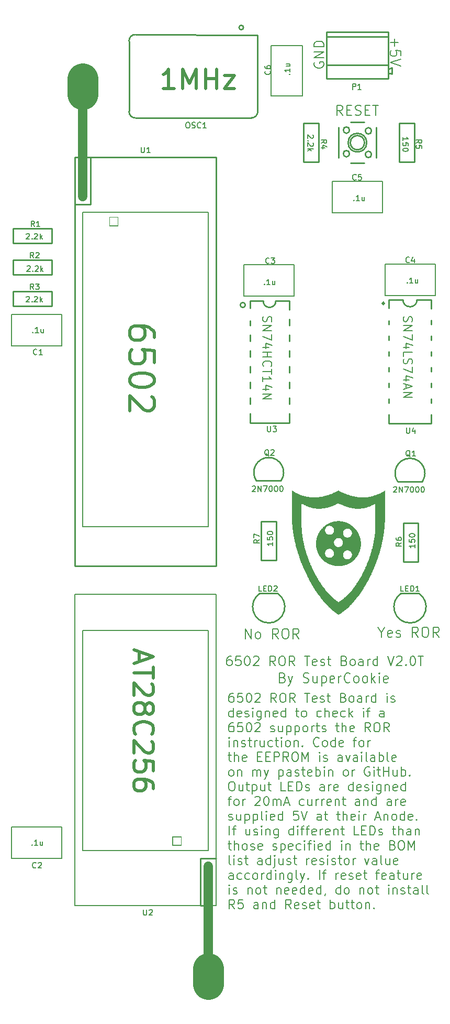
<source format=gbr>
%TF.GenerationSoftware,KiCad,Pcbnew,9.0.1*%
%TF.CreationDate,2025-04-16T15:20:24-04:00*%
%TF.ProjectId,KiCad 9 6502 ROR Test Board V2.0T,4b694361-6420-4392-9036-35303220524f,rev?*%
%TF.SameCoordinates,Original*%
%TF.FileFunction,Legend,Top*%
%TF.FilePolarity,Positive*%
%FSLAX46Y46*%
G04 Gerber Fmt 4.6, Leading zero omitted, Abs format (unit mm)*
G04 Created by KiCad (PCBNEW 9.0.1) date 2025-04-16 15:20:24*
%MOMM*%
%LPD*%
G01*
G04 APERTURE LIST*
%ADD10C,0.000000*%
%ADD11C,0.203200*%
%ADD12C,0.152400*%
%ADD13C,0.500000*%
%ADD14C,0.254000*%
%ADD15C,0.177800*%
%ADD16C,5.000000*%
%ADD17C,1.500000*%
%ADD18C,0.200000*%
%ADD19C,0.300000*%
G04 APERTURE END LIST*
D10*
G36*
X168052300Y-103176700D02*
G01*
X168203200Y-103254900D01*
X168288700Y-103296100D01*
X168374100Y-103337300D01*
X168456500Y-103376200D01*
X168538900Y-103415100D01*
X168635000Y-103458400D01*
X168731100Y-103501800D01*
X168836400Y-103546600D01*
X168941700Y-103591400D01*
X169021800Y-103623600D01*
X169101900Y-103655900D01*
X169156800Y-103677100D01*
X169211700Y-103698400D01*
X169273500Y-103721200D01*
X169335300Y-103744100D01*
X169397100Y-103766300D01*
X169458900Y-103788400D01*
X169554000Y-103820700D01*
X169649100Y-103852900D01*
X169753100Y-103884800D01*
X169857100Y-103916700D01*
X169937200Y-103939500D01*
X170017300Y-103962400D01*
X170104300Y-103985200D01*
X170191200Y-104008000D01*
X170301100Y-104033800D01*
X170411000Y-104059600D01*
X170497900Y-104077400D01*
X170584900Y-104095300D01*
X170685600Y-104113400D01*
X170786300Y-104131600D01*
X170877800Y-104145500D01*
X170969400Y-104159200D01*
X171060900Y-104170600D01*
X171152500Y-104181900D01*
X171225700Y-104189000D01*
X171298900Y-104196000D01*
X171353900Y-104200500D01*
X171408800Y-104204900D01*
X171495800Y-104210900D01*
X171582700Y-104216700D01*
X171855100Y-104216700D01*
X172127400Y-104216700D01*
X172214400Y-104210800D01*
X172301300Y-104204800D01*
X172402100Y-104195800D01*
X172502700Y-104186700D01*
X172578300Y-104177500D01*
X172653800Y-104168400D01*
X172747600Y-104154500D01*
X172841500Y-104140500D01*
X172939900Y-104122400D01*
X173038300Y-104104300D01*
X173113800Y-104088200D01*
X173189300Y-104072100D01*
X173290000Y-104047500D01*
X173390700Y-104022800D01*
X173505200Y-103990400D01*
X173619600Y-103957900D01*
X173761500Y-103910700D01*
X173903400Y-103863500D01*
X174008700Y-103823400D01*
X174113900Y-103783300D01*
X174214600Y-103741000D01*
X174315300Y-103698600D01*
X174390900Y-103664300D01*
X174466400Y-103630100D01*
X174565100Y-103582300D01*
X174663800Y-103534500D01*
X174752800Y-103487400D01*
X174841700Y-103440200D01*
X174935500Y-103387600D01*
X175029400Y-103334900D01*
X175098000Y-103293600D01*
X175166700Y-103252400D01*
X175237600Y-103208100D01*
X175308600Y-103163800D01*
X175358900Y-103131300D01*
X175409300Y-103098700D01*
X175410700Y-105452700D01*
X175412100Y-107806900D01*
X175407100Y-107996700D01*
X175402200Y-108186400D01*
X175395400Y-108330500D01*
X175388700Y-108474600D01*
X175381700Y-108586700D01*
X175374600Y-108698700D01*
X175365600Y-108817600D01*
X175356500Y-108936500D01*
X175344900Y-109064500D01*
X175333300Y-109192600D01*
X175319600Y-109322900D01*
X175306000Y-109453300D01*
X175290100Y-109585900D01*
X175274200Y-109718500D01*
X175255700Y-109855800D01*
X175237300Y-109993000D01*
X175214300Y-110146200D01*
X175191300Y-110299400D01*
X175163900Y-110464000D01*
X175136400Y-110628600D01*
X175106800Y-110791000D01*
X175077100Y-110953400D01*
X175040900Y-111134000D01*
X175004700Y-111314700D01*
X174974400Y-111454200D01*
X174944100Y-111593700D01*
X174905100Y-111762900D01*
X174866100Y-111932100D01*
X174816200Y-112131800D01*
X174766400Y-112331600D01*
X174734000Y-112454200D01*
X174701500Y-112576900D01*
X174653900Y-112748400D01*
X174606300Y-112920000D01*
X174557800Y-113084100D01*
X174509300Y-113248300D01*
X174472600Y-113367700D01*
X174435900Y-113487100D01*
X174381500Y-113656300D01*
X174327200Y-113825500D01*
X174279400Y-113967300D01*
X174231600Y-114109000D01*
X174181200Y-114253100D01*
X174130700Y-114397200D01*
X174078200Y-114541200D01*
X174025700Y-114685300D01*
X173979100Y-114808500D01*
X173932600Y-114931600D01*
X173875200Y-115078300D01*
X173817900Y-115224900D01*
X173754600Y-115380500D01*
X173691400Y-115536000D01*
X173647100Y-115641100D01*
X173602800Y-115746300D01*
X173568300Y-115826400D01*
X173533700Y-115906400D01*
X173493600Y-115997900D01*
X173453500Y-116089300D01*
X173403100Y-116201400D01*
X173352700Y-116313400D01*
X173277200Y-116475800D01*
X173201700Y-116638100D01*
X173135500Y-116775300D01*
X173069300Y-116912500D01*
X172988000Y-117074900D01*
X172906700Y-117237200D01*
X172842500Y-117360700D01*
X172778300Y-117484200D01*
X172707900Y-117616000D01*
X172637400Y-117747800D01*
X172575300Y-117860700D01*
X172513100Y-117973600D01*
X172411200Y-118151900D01*
X172309300Y-118330300D01*
X172238500Y-118449200D01*
X172167700Y-118568100D01*
X172120600Y-118645900D01*
X172073400Y-118723600D01*
X172009200Y-118826500D01*
X171945100Y-118929400D01*
X171871800Y-119043800D01*
X171798600Y-119158100D01*
X171706100Y-119297600D01*
X171613600Y-119437100D01*
X171525400Y-119565100D01*
X171437100Y-119693200D01*
X171345500Y-119821300D01*
X171253900Y-119949300D01*
X171146400Y-120093300D01*
X171038800Y-120237400D01*
X170970100Y-120326600D01*
X170901300Y-120415800D01*
X170809800Y-120530100D01*
X170718200Y-120644500D01*
X170642700Y-120735900D01*
X170567100Y-120827400D01*
X170473900Y-120935900D01*
X170380700Y-121044500D01*
X170300200Y-121134900D01*
X170219600Y-121225300D01*
X170143700Y-121307600D01*
X170067600Y-121389900D01*
X169984700Y-121477000D01*
X169901800Y-121564000D01*
X169778700Y-121687000D01*
X169655700Y-121809900D01*
X169566300Y-121894900D01*
X169476800Y-121979900D01*
X169401500Y-122048700D01*
X169326100Y-122117600D01*
X169248300Y-122186000D01*
X169170500Y-122254300D01*
X169097200Y-122316300D01*
X169024100Y-122378200D01*
X168950800Y-122437900D01*
X168877600Y-122497600D01*
X168792400Y-122563900D01*
X168707200Y-122630300D01*
X168627600Y-122689500D01*
X168548000Y-122748800D01*
X168451900Y-122816900D01*
X168355800Y-122884900D01*
X168229900Y-122967900D01*
X168104000Y-123050900D01*
X168014800Y-123105800D01*
X167925500Y-123160800D01*
X167911200Y-123168100D01*
X167896900Y-123175500D01*
X167776200Y-123094300D01*
X167655500Y-123013100D01*
X167598200Y-122972500D01*
X167541100Y-122931800D01*
X167426600Y-122846500D01*
X167312200Y-122761100D01*
X167208200Y-122678300D01*
X167104300Y-122595400D01*
X167018300Y-122523500D01*
X166932300Y-122451700D01*
X166861300Y-122389800D01*
X166790400Y-122328000D01*
X166746900Y-122288800D01*
X166703400Y-122249800D01*
X166616500Y-122169700D01*
X166529700Y-122089700D01*
X166417400Y-121981700D01*
X166305200Y-121873700D01*
X166206800Y-121773500D01*
X166108400Y-121673200D01*
X166028300Y-121588600D01*
X165948200Y-121504100D01*
X165874600Y-121424200D01*
X165801000Y-121344200D01*
X165723500Y-121257100D01*
X165646100Y-121170000D01*
X165563400Y-121074100D01*
X165480800Y-120978300D01*
X165388800Y-120867900D01*
X165296800Y-120757400D01*
X165180500Y-120611700D01*
X165064200Y-120466100D01*
X164988500Y-120367800D01*
X164912900Y-120269400D01*
X164819200Y-120143600D01*
X164725500Y-120017900D01*
X164643100Y-119903600D01*
X164560700Y-119789200D01*
X164465000Y-119652000D01*
X164369400Y-119514800D01*
X164254600Y-119343300D01*
X164139800Y-119171800D01*
X164050300Y-119032300D01*
X163960800Y-118892800D01*
X163913500Y-118817400D01*
X163866300Y-118741900D01*
X163780100Y-118601200D01*
X163693900Y-118460500D01*
X163610900Y-118319900D01*
X163528000Y-118179400D01*
X163435300Y-118017000D01*
X163342700Y-117854700D01*
X163267100Y-117717500D01*
X163191500Y-117580300D01*
X163120700Y-117447700D01*
X163049900Y-117315000D01*
X162983400Y-117187000D01*
X162916800Y-117058900D01*
X162815300Y-116855900D01*
X162713800Y-116653000D01*
X162633400Y-116485500D01*
X162553100Y-116318000D01*
X162474100Y-116146500D01*
X162395000Y-115975000D01*
X162324000Y-115814900D01*
X162252900Y-115654900D01*
X162190300Y-115508500D01*
X162127600Y-115362200D01*
X162063800Y-115207500D01*
X162000000Y-115052800D01*
X161954900Y-114939900D01*
X161909700Y-114827100D01*
X161854800Y-114685300D01*
X161799800Y-114543500D01*
X161755400Y-114424600D01*
X161711000Y-114305700D01*
X161665300Y-114179900D01*
X161619600Y-114054200D01*
X161569200Y-113910100D01*
X161518700Y-113766100D01*
X161477900Y-113644800D01*
X161437000Y-113523600D01*
X161380300Y-113347600D01*
X161323600Y-113171500D01*
X161293800Y-113075500D01*
X161264000Y-112979400D01*
X161229600Y-112865100D01*
X161195300Y-112750700D01*
X161149500Y-112590700D01*
X161103700Y-112430600D01*
X161069500Y-112304800D01*
X161035300Y-112179100D01*
X161000700Y-112046400D01*
X160966100Y-111913800D01*
X160929600Y-111765200D01*
X160893200Y-111616500D01*
X160862900Y-111486200D01*
X160832600Y-111355900D01*
X160798300Y-111198100D01*
X160764000Y-111040300D01*
X160727800Y-110859600D01*
X160691500Y-110679000D01*
X160659700Y-110502900D01*
X160627900Y-110326800D01*
X160600000Y-110154400D01*
X160572100Y-109981900D01*
X160549400Y-109822800D01*
X160526700Y-109663700D01*
X160508500Y-109517300D01*
X160490200Y-109371000D01*
X160478600Y-109265800D01*
X160467100Y-109160600D01*
X160458000Y-109069200D01*
X160448900Y-108977700D01*
X160439600Y-108870200D01*
X160430400Y-108762700D01*
X160429409Y-108749000D01*
X161931200Y-108749000D01*
X161936100Y-108958000D01*
X161941000Y-109167000D01*
X161947800Y-109296400D01*
X161954600Y-109425800D01*
X161959300Y-109494500D01*
X161964100Y-109563100D01*
X161973200Y-109675100D01*
X161982400Y-109787200D01*
X161996000Y-109922100D01*
X162009600Y-110057000D01*
X162028000Y-110205600D01*
X162046300Y-110354300D01*
X162067000Y-110498300D01*
X162087700Y-110642400D01*
X162119300Y-110829900D01*
X162150800Y-111017400D01*
X162174300Y-111140900D01*
X162197700Y-111264400D01*
X162222900Y-111387900D01*
X162248200Y-111511300D01*
X162281900Y-111662300D01*
X162315500Y-111813200D01*
X162345700Y-111939000D01*
X162375900Y-112064700D01*
X162405900Y-112181300D01*
X162435900Y-112298000D01*
X162461000Y-112391700D01*
X162486100Y-112485400D01*
X162518200Y-112599800D01*
X162550300Y-112714100D01*
X162584700Y-112830700D01*
X162619000Y-112947100D01*
X162650900Y-113050200D01*
X162682800Y-113153200D01*
X162732800Y-113308700D01*
X162782800Y-113464200D01*
X162839600Y-113628800D01*
X162896400Y-113793500D01*
X162930700Y-113889500D01*
X162965100Y-113985500D01*
X163015500Y-114120500D01*
X163065900Y-114255400D01*
X163109300Y-114367500D01*
X163152800Y-114479500D01*
X163198600Y-114593800D01*
X163244400Y-114708200D01*
X163308500Y-114861400D01*
X163372500Y-115014600D01*
X163428500Y-115142600D01*
X163484400Y-115270700D01*
X163552600Y-115420900D01*
X163620900Y-115571200D01*
X163690500Y-115718200D01*
X163760000Y-115865200D01*
X163854400Y-116055000D01*
X163948800Y-116244800D01*
X164012000Y-116366000D01*
X164075200Y-116487200D01*
X164139100Y-116606100D01*
X164203000Y-116725100D01*
X164282100Y-116866800D01*
X164361100Y-117008600D01*
X164434200Y-117134400D01*
X164507200Y-117260100D01*
X164577300Y-117376800D01*
X164647300Y-117493400D01*
X164722900Y-117614600D01*
X164798500Y-117735800D01*
X164864800Y-117838700D01*
X164931100Y-117941600D01*
X165030600Y-118090200D01*
X165130200Y-118238800D01*
X165218200Y-118364300D01*
X165306200Y-118489800D01*
X165373000Y-118581600D01*
X165439900Y-118673300D01*
X165517400Y-118776200D01*
X165595000Y-118879100D01*
X165668100Y-118972900D01*
X165741400Y-119066600D01*
X165828700Y-119174100D01*
X165916000Y-119281600D01*
X165991500Y-119370800D01*
X166066900Y-119459900D01*
X166133200Y-119535400D01*
X166199500Y-119610900D01*
X166261500Y-119679400D01*
X166323500Y-119747900D01*
X166394200Y-119823400D01*
X166464900Y-119899000D01*
X166593300Y-120028600D01*
X166721700Y-120158200D01*
X166822400Y-120253100D01*
X166923100Y-120348100D01*
X166994100Y-120412000D01*
X167065000Y-120475900D01*
X167152000Y-120550500D01*
X167238900Y-120625200D01*
X167351100Y-120714900D01*
X167463200Y-120804700D01*
X167552500Y-120871300D01*
X167641700Y-120937900D01*
X167710400Y-120986000D01*
X167779100Y-121034100D01*
X167839500Y-121074200D01*
X167899900Y-121114400D01*
X167958500Y-121078700D01*
X168017100Y-121043000D01*
X168136100Y-120964700D01*
X168255100Y-120886500D01*
X168337500Y-120827600D01*
X168419900Y-120768700D01*
X168495400Y-120711600D01*
X168570900Y-120654400D01*
X168648500Y-120592700D01*
X168726200Y-120530800D01*
X168797300Y-120471300D01*
X168868400Y-120411700D01*
X168939200Y-120349700D01*
X169010000Y-120287700D01*
X169094800Y-120210000D01*
X169179700Y-120132300D01*
X169325500Y-119988200D01*
X169471300Y-119844100D01*
X169566300Y-119743500D01*
X169661200Y-119642900D01*
X169715000Y-119583700D01*
X169768900Y-119524500D01*
X169847300Y-119435100D01*
X169925800Y-119345600D01*
X169997000Y-119261000D01*
X170068300Y-119176400D01*
X170137100Y-119091300D01*
X170206100Y-119006200D01*
X170286700Y-118902900D01*
X170367300Y-118799600D01*
X170453600Y-118683800D01*
X170539900Y-118568100D01*
X170620000Y-118456100D01*
X170700100Y-118344000D01*
X170763200Y-118252500D01*
X170826300Y-118161100D01*
X170909700Y-118035300D01*
X170993100Y-117909500D01*
X171058700Y-117806700D01*
X171124300Y-117703700D01*
X171182200Y-117610000D01*
X171240100Y-117516200D01*
X171311100Y-117397300D01*
X171382100Y-117278400D01*
X171464500Y-117134400D01*
X171546800Y-116990300D01*
X171613400Y-116869100D01*
X171680000Y-116747900D01*
X171740800Y-116633600D01*
X171801700Y-116519200D01*
X171914500Y-116295100D01*
X172027300Y-116071000D01*
X172083700Y-115952100D01*
X172140100Y-115833200D01*
X172204100Y-115693700D01*
X172268200Y-115554300D01*
X172327600Y-115419300D01*
X172386900Y-115284400D01*
X172448600Y-115138100D01*
X172510400Y-114991700D01*
X172589800Y-114792700D01*
X172669200Y-114593800D01*
X172728500Y-114436000D01*
X172787800Y-114278200D01*
X172836800Y-114141000D01*
X172885800Y-114003900D01*
X172935200Y-113859800D01*
X172984600Y-113715700D01*
X173035200Y-113557900D01*
X173085900Y-113400100D01*
X173115500Y-113304100D01*
X173145100Y-113208100D01*
X173188900Y-113059100D01*
X173232800Y-112910200D01*
X173282600Y-112727500D01*
X173332500Y-112544900D01*
X173374000Y-112380300D01*
X173415500Y-112215600D01*
X173443500Y-112096700D01*
X173471400Y-111977800D01*
X173500600Y-111845200D01*
X173529800Y-111712600D01*
X173560000Y-111563900D01*
X173590200Y-111415300D01*
X173619500Y-111255200D01*
X173648900Y-111095100D01*
X173671800Y-110955600D01*
X173694700Y-110816200D01*
X173715300Y-110674400D01*
X173735900Y-110532600D01*
X173752100Y-110406900D01*
X173768200Y-110281100D01*
X173781800Y-110157600D01*
X173795500Y-110034100D01*
X173806900Y-109910600D01*
X173818400Y-109787200D01*
X173827500Y-109666000D01*
X173836600Y-109544800D01*
X173843700Y-109419000D01*
X173850800Y-109293200D01*
X173856100Y-109188000D01*
X173861400Y-109082900D01*
X173863100Y-107135100D01*
X173864800Y-105187300D01*
X173852100Y-105195700D01*
X173839300Y-105204100D01*
X173779800Y-105241400D01*
X173720300Y-105278700D01*
X173637900Y-105326800D01*
X173555500Y-105375000D01*
X173491400Y-105410200D01*
X173427300Y-105445300D01*
X173292300Y-105512700D01*
X173157300Y-105580000D01*
X173068000Y-105619300D01*
X172978800Y-105658600D01*
X172887300Y-105695300D01*
X172795700Y-105732000D01*
X172692700Y-105768600D01*
X172589700Y-105805300D01*
X172489700Y-105835500D01*
X172389600Y-105865700D01*
X172306000Y-105888000D01*
X172222300Y-105910400D01*
X172129100Y-105931200D01*
X172035900Y-105952100D01*
X171951200Y-105967900D01*
X171866500Y-105983800D01*
X171770400Y-105997700D01*
X171674200Y-106011600D01*
X171589600Y-106020800D01*
X171504900Y-106030000D01*
X171411100Y-106037200D01*
X171317200Y-106044500D01*
X171134200Y-106047000D01*
X170951100Y-106049600D01*
X170841200Y-106044200D01*
X170731400Y-106038900D01*
X170649000Y-106032100D01*
X170566600Y-106025300D01*
X170484200Y-106016100D01*
X170401800Y-106006800D01*
X170338900Y-105997900D01*
X170276100Y-105989000D01*
X170231400Y-105981900D01*
X170186700Y-105974800D01*
X170097400Y-105958700D01*
X170008100Y-105942500D01*
X169916600Y-105922500D01*
X169825100Y-105902500D01*
X169758700Y-105886600D01*
X169692300Y-105870600D01*
X169606400Y-105847300D01*
X169520500Y-105824000D01*
X169427900Y-105796400D01*
X169335300Y-105768800D01*
X169264400Y-105745700D01*
X169193400Y-105722700D01*
X169072100Y-105679300D01*
X168950800Y-105635800D01*
X168831800Y-105588700D01*
X168712800Y-105541600D01*
X168630400Y-105506400D01*
X168548000Y-105471300D01*
X168458800Y-105431000D01*
X168369500Y-105390800D01*
X168241300Y-105329300D01*
X168113200Y-105267800D01*
X168006600Y-105212200D01*
X167899900Y-105156600D01*
X167896600Y-105156600D01*
X167893200Y-105156600D01*
X167883100Y-105163600D01*
X167873000Y-105170700D01*
X167711600Y-105251900D01*
X167550200Y-105333100D01*
X167435800Y-105386100D01*
X167321300Y-105439100D01*
X167229800Y-105479100D01*
X167138200Y-105519000D01*
X167021500Y-105566000D01*
X166904800Y-105613100D01*
X166806400Y-105649700D01*
X166708000Y-105686300D01*
X166614100Y-105718100D01*
X166520300Y-105749900D01*
X166437900Y-105775400D01*
X166355500Y-105800900D01*
X166275500Y-105823700D01*
X166195300Y-105846500D01*
X166124400Y-105864900D01*
X166053400Y-105883200D01*
X165964200Y-105903900D01*
X165874900Y-105924500D01*
X165792500Y-105941000D01*
X165710200Y-105957500D01*
X165604300Y-105975300D01*
X165498500Y-105993000D01*
X165386900Y-106006900D01*
X165275300Y-106020800D01*
X165199800Y-106027600D01*
X165124300Y-106034400D01*
X165046400Y-106040200D01*
X164968600Y-106046000D01*
X164730600Y-106045900D01*
X164492600Y-106045900D01*
X164389600Y-106037800D01*
X164286600Y-106029600D01*
X164204200Y-106020600D01*
X164121900Y-106011500D01*
X164041700Y-105999900D01*
X163961700Y-105988200D01*
X163872400Y-105972500D01*
X163783100Y-105956700D01*
X163689300Y-105936000D01*
X163595500Y-105915300D01*
X163524600Y-105897000D01*
X163453600Y-105878600D01*
X163382600Y-105858100D01*
X163311700Y-105837700D01*
X163207700Y-105803500D01*
X163103700Y-105769400D01*
X163029200Y-105741600D01*
X162954700Y-105713800D01*
X162881400Y-105684200D01*
X162808200Y-105654500D01*
X162718900Y-105615000D01*
X162629700Y-105575500D01*
X162499200Y-105510400D01*
X162368800Y-105445200D01*
X162279500Y-105395500D01*
X162190300Y-105345800D01*
X162098700Y-105290800D01*
X162007200Y-105235700D01*
X161970600Y-105212400D01*
X161934000Y-105189000D01*
X161932500Y-106969000D01*
X161931200Y-108749000D01*
X160429409Y-108749000D01*
X160421200Y-108635500D01*
X160412000Y-108508300D01*
X160412000Y-105812500D01*
X160412000Y-103116900D01*
X160414500Y-103116900D01*
X160417000Y-103116900D01*
X160450000Y-103139000D01*
X160483000Y-103161000D01*
X160590600Y-103227400D01*
X160698100Y-103293800D01*
X160773600Y-103337400D01*
X160849100Y-103381000D01*
X160906300Y-103412900D01*
X160963600Y-103444800D01*
X161073400Y-103502000D01*
X161183300Y-103559100D01*
X161281100Y-103605900D01*
X161378800Y-103652600D01*
X161475600Y-103695100D01*
X161572400Y-103737600D01*
X161665200Y-103774900D01*
X161758000Y-103812300D01*
X161813900Y-103833200D01*
X161869900Y-103854100D01*
X161961400Y-103885900D01*
X162052900Y-103917700D01*
X162146800Y-103946900D01*
X162240600Y-103976100D01*
X162313800Y-103996800D01*
X162387100Y-104017400D01*
X162478600Y-104040100D01*
X162570200Y-104063000D01*
X162622200Y-104074600D01*
X162674200Y-104086400D01*
X162741200Y-104099900D01*
X162808200Y-104113500D01*
X162859200Y-104122900D01*
X162910200Y-104132300D01*
X162978200Y-104143400D01*
X163046200Y-104154600D01*
X163130900Y-104166000D01*
X163215600Y-104177400D01*
X163302500Y-104186600D01*
X163389500Y-104195800D01*
X163451300Y-104200600D01*
X163513100Y-104205400D01*
X163574900Y-104210200D01*
X163636700Y-104215100D01*
X163867800Y-104217600D01*
X164099000Y-104220100D01*
X164208800Y-104214900D01*
X164318700Y-104209600D01*
X164412500Y-104202700D01*
X164506300Y-104195800D01*
X164594600Y-104186700D01*
X164682900Y-104177600D01*
X164770800Y-104166200D01*
X164858800Y-104154800D01*
X164948000Y-104141000D01*
X165037300Y-104127300D01*
X165147900Y-104106800D01*
X165258500Y-104086300D01*
X165342500Y-104068300D01*
X165426400Y-104050300D01*
X165488200Y-104036300D01*
X165550000Y-104022100D01*
X165648400Y-103996800D01*
X165746800Y-103971400D01*
X165820000Y-103950900D01*
X165893200Y-103930400D01*
X165984800Y-103902900D01*
X166076300Y-103875400D01*
X166181600Y-103840800D01*
X166286900Y-103806200D01*
X166380700Y-103773000D01*
X166474500Y-103739800D01*
X166579300Y-103700300D01*
X166684100Y-103660800D01*
X166778400Y-103622600D01*
X166872800Y-103584400D01*
X166984900Y-103536400D01*
X167097000Y-103488300D01*
X167202300Y-103440400D01*
X167307600Y-103392500D01*
X167387700Y-103354300D01*
X167467800Y-103316100D01*
X167589100Y-103255700D01*
X167710400Y-103195300D01*
X167801900Y-103147100D01*
X167893500Y-103098900D01*
X167897500Y-103098700D01*
X167901400Y-103098500D01*
X168052300Y-103176700D01*
G37*
G36*
X167939300Y-108054100D02*
G01*
X168081100Y-108055900D01*
X168147500Y-108060800D01*
X168213900Y-108065800D01*
X168296200Y-108074700D01*
X168378400Y-108083600D01*
X168454100Y-108095400D01*
X168529700Y-108107100D01*
X168598400Y-108120600D01*
X168667000Y-108134200D01*
X168726500Y-108148100D01*
X168786000Y-108162000D01*
X168861600Y-108182600D01*
X168937100Y-108203100D01*
X169021800Y-108230800D01*
X169106500Y-108258400D01*
X169179600Y-108285900D01*
X169252700Y-108313400D01*
X169310000Y-108337500D01*
X169367400Y-108361700D01*
X169446300Y-108398600D01*
X169525300Y-108435500D01*
X169599700Y-108475200D01*
X169674000Y-108514900D01*
X169740400Y-108553600D01*
X169806800Y-108592400D01*
X169891500Y-108648100D01*
X169976200Y-108703800D01*
X170035600Y-108746900D01*
X170095100Y-108789900D01*
X170172900Y-108852200D01*
X170250800Y-108914600D01*
X170317100Y-108973400D01*
X170383500Y-109032200D01*
X170466100Y-109114700D01*
X170548700Y-109197200D01*
X170609800Y-109265800D01*
X170670900Y-109334400D01*
X170731300Y-109409900D01*
X170791800Y-109485300D01*
X170835200Y-109544800D01*
X170878500Y-109604200D01*
X170924300Y-109672800D01*
X170970100Y-109741400D01*
X171011300Y-109810000D01*
X171052600Y-109878600D01*
X171080200Y-109928900D01*
X171107900Y-109979200D01*
X171151300Y-110066100D01*
X171194800Y-110153000D01*
X171221100Y-110212500D01*
X171247400Y-110271900D01*
X171281800Y-110358800D01*
X171316100Y-110445700D01*
X171345100Y-110532600D01*
X171374100Y-110619500D01*
X171399500Y-110710700D01*
X171424900Y-110801800D01*
X171445700Y-110895100D01*
X171466500Y-110988400D01*
X171482000Y-111080700D01*
X171497400Y-111172900D01*
X171504500Y-111230100D01*
X171511600Y-111287200D01*
X171518500Y-111360400D01*
X171525300Y-111433600D01*
X171530400Y-111557800D01*
X171535400Y-111682000D01*
X171530300Y-111808800D01*
X171525300Y-111935500D01*
X171518500Y-112007000D01*
X171511700Y-112078500D01*
X171504600Y-112135600D01*
X171497400Y-112192800D01*
X171486500Y-112261400D01*
X171475600Y-112330000D01*
X171461400Y-112400900D01*
X171447200Y-112471700D01*
X171427100Y-112552300D01*
X171407100Y-112632800D01*
X171388700Y-112696500D01*
X171370300Y-112760200D01*
X171341000Y-112846900D01*
X171311800Y-112933700D01*
X171286200Y-112998400D01*
X171260700Y-113063100D01*
X171234700Y-113124100D01*
X171208700Y-113185200D01*
X171166600Y-113272100D01*
X171124400Y-113359000D01*
X171083900Y-113432100D01*
X171043400Y-113505400D01*
X171004500Y-113569400D01*
X170965600Y-113633400D01*
X170919800Y-113702000D01*
X170874000Y-113770600D01*
X170821400Y-113841500D01*
X170768800Y-113912400D01*
X170732000Y-113958100D01*
X170695200Y-114003900D01*
X170637800Y-114070100D01*
X170580300Y-114136400D01*
X170493500Y-114224900D01*
X170406700Y-114313200D01*
X170347000Y-114367500D01*
X170287300Y-114421700D01*
X170223200Y-114475200D01*
X170159200Y-114528700D01*
X170077900Y-114589600D01*
X169996600Y-114650600D01*
X169910800Y-114707400D01*
X169825100Y-114764100D01*
X169763300Y-114801000D01*
X169701500Y-114837800D01*
X169642000Y-114870400D01*
X169582500Y-114903000D01*
X169500100Y-114943400D01*
X169417700Y-114983900D01*
X169333000Y-115020300D01*
X169248300Y-115056800D01*
X169161300Y-115089000D01*
X169074400Y-115121300D01*
X168994300Y-115146400D01*
X168914200Y-115171600D01*
X168852800Y-115188100D01*
X168791400Y-115204700D01*
X168743000Y-115216300D01*
X168694500Y-115227800D01*
X168630400Y-115241000D01*
X168566300Y-115254200D01*
X168497700Y-115265700D01*
X168429000Y-115277200D01*
X168358100Y-115286300D01*
X168287100Y-115295400D01*
X168200200Y-115303500D01*
X168113200Y-115311600D01*
X167904900Y-115311700D01*
X167696600Y-115311800D01*
X167625700Y-115305900D01*
X167554800Y-115299900D01*
X167460900Y-115288600D01*
X167367100Y-115277200D01*
X167287000Y-115263400D01*
X167206900Y-115249600D01*
X167152000Y-115238100D01*
X167097000Y-115226600D01*
X167014700Y-115206100D01*
X166932300Y-115185600D01*
X166863600Y-115164800D01*
X166795000Y-115143900D01*
X166779100Y-115139400D01*
X166763300Y-115134800D01*
X166683000Y-115106100D01*
X166602700Y-115077300D01*
X166544400Y-115054000D01*
X166486100Y-115030700D01*
X166427700Y-115004900D01*
X166369300Y-114979100D01*
X166270900Y-114930000D01*
X166172500Y-114880900D01*
X166094600Y-114836300D01*
X166016800Y-114791700D01*
X165948200Y-114748100D01*
X165879500Y-114704400D01*
X165826900Y-114667800D01*
X165774200Y-114631200D01*
X165719300Y-114590000D01*
X165664400Y-114548800D01*
X165608000Y-114503100D01*
X165551600Y-114457500D01*
X165493500Y-114407000D01*
X165435500Y-114356400D01*
X165330000Y-114251000D01*
X165224500Y-114145600D01*
X165172600Y-114086200D01*
X165120700Y-114026700D01*
X165058200Y-113948900D01*
X164995700Y-113871200D01*
X164943600Y-113798100D01*
X164891500Y-113724900D01*
X164854200Y-113667700D01*
X164817100Y-113610500D01*
X164781200Y-113551100D01*
X164745400Y-113491600D01*
X164699500Y-113407100D01*
X164653600Y-113322400D01*
X164624300Y-113260600D01*
X164598760Y-113207000D01*
X165720300Y-113207000D01*
X165722900Y-113276100D01*
X165725400Y-113345300D01*
X165734900Y-113390300D01*
X165744500Y-113435300D01*
X165758400Y-113477000D01*
X165772400Y-113518700D01*
X165789800Y-113555500D01*
X165807100Y-113592200D01*
X165826700Y-113624100D01*
X165846400Y-113656100D01*
X165872600Y-113690500D01*
X165898800Y-113724900D01*
X165946800Y-113770900D01*
X165994700Y-113817000D01*
X166037600Y-113845700D01*
X166080400Y-113874300D01*
X166116100Y-113892200D01*
X166151800Y-113910200D01*
X166185900Y-113923700D01*
X166220100Y-113937300D01*
X166264900Y-113948500D01*
X166309800Y-113959800D01*
X166347700Y-113965200D01*
X166385700Y-113970700D01*
X166469000Y-113968200D01*
X166552300Y-113965800D01*
X166595200Y-113956300D01*
X166638000Y-113946800D01*
X166679800Y-113932500D01*
X166721700Y-113918300D01*
X166774300Y-113891300D01*
X166827000Y-113864400D01*
X166868200Y-113834800D01*
X166909400Y-113805300D01*
X166955600Y-113759500D01*
X167001800Y-113713600D01*
X167032100Y-113671200D01*
X167062400Y-113628800D01*
X167087300Y-113580800D01*
X167112300Y-113532800D01*
X167124972Y-113496200D01*
X168630700Y-113496200D01*
X168630700Y-113592200D01*
X168640900Y-113638700D01*
X168651000Y-113685100D01*
X168667300Y-113732000D01*
X168683700Y-113778900D01*
X168703500Y-113818200D01*
X168723300Y-113857500D01*
X168750700Y-113898700D01*
X168778000Y-113939800D01*
X168808400Y-113975000D01*
X168838900Y-114010200D01*
X168881100Y-114045600D01*
X168923400Y-114081000D01*
X168957700Y-114103400D01*
X168992000Y-114125900D01*
X169037800Y-114147800D01*
X169083500Y-114169700D01*
X169127000Y-114183600D01*
X169170500Y-114197400D01*
X169204900Y-114204700D01*
X169239200Y-114211900D01*
X169295200Y-114217200D01*
X169351200Y-114222500D01*
X169409600Y-114217100D01*
X169468100Y-114211600D01*
X169507600Y-114203000D01*
X169547000Y-114194300D01*
X169583100Y-114182100D01*
X169619100Y-114169800D01*
X169662400Y-114149600D01*
X169705700Y-114129300D01*
X169749300Y-114100100D01*
X169793000Y-114071000D01*
X169828700Y-114040300D01*
X169864400Y-114009700D01*
X169896700Y-113972500D01*
X169928900Y-113935200D01*
X169953300Y-113898700D01*
X169977700Y-113862100D01*
X170000700Y-113816100D01*
X170023800Y-113770100D01*
X170037700Y-113728500D01*
X170051700Y-113686800D01*
X170061700Y-113641800D01*
X170071700Y-113596800D01*
X170071800Y-113496200D01*
X170071900Y-113395600D01*
X170061900Y-113350900D01*
X170051900Y-113306300D01*
X170037900Y-113264100D01*
X170023800Y-113221800D01*
X169998700Y-113171500D01*
X169973600Y-113121200D01*
X169944900Y-113081100D01*
X169916100Y-113041000D01*
X169887400Y-113009000D01*
X169858700Y-112977000D01*
X169821300Y-112945600D01*
X169783900Y-112914200D01*
X169743800Y-112888200D01*
X169703700Y-112862200D01*
X169661300Y-112842100D01*
X169618900Y-112822000D01*
X169577100Y-112808400D01*
X169535300Y-112794700D01*
X169501700Y-112787900D01*
X169468100Y-112781000D01*
X169423600Y-112776200D01*
X169379200Y-112771300D01*
X169343500Y-112771900D01*
X169307900Y-112772500D01*
X169273500Y-112776400D01*
X169239200Y-112780400D01*
X169202600Y-112787800D01*
X169166000Y-112795200D01*
X169126600Y-112808000D01*
X169087300Y-112820900D01*
X169042200Y-112841900D01*
X168997300Y-112862900D01*
X168953500Y-112892100D01*
X168909600Y-112921300D01*
X168873000Y-112953100D01*
X168836300Y-112984800D01*
X168803800Y-113023300D01*
X168771200Y-113061700D01*
X168748300Y-113096000D01*
X168725400Y-113130300D01*
X168704600Y-113171900D01*
X168683700Y-113213500D01*
X168667300Y-113260400D01*
X168651000Y-113307400D01*
X168640900Y-113353700D01*
X168630700Y-113400100D01*
X168630700Y-113496200D01*
X167124972Y-113496200D01*
X167128400Y-113486300D01*
X167144500Y-113439900D01*
X167153400Y-113400100D01*
X167155100Y-113392500D01*
X167165700Y-113345300D01*
X167165500Y-113247000D01*
X167165300Y-113148600D01*
X167155200Y-113102000D01*
X167145000Y-113055400D01*
X167130900Y-113015100D01*
X167116800Y-112974800D01*
X167098700Y-112936000D01*
X167080600Y-112897200D01*
X167045700Y-112844600D01*
X167010800Y-112791900D01*
X166955500Y-112736800D01*
X166900200Y-112681700D01*
X166850600Y-112648600D01*
X166800900Y-112615500D01*
X166758300Y-112595100D01*
X166715600Y-112574600D01*
X166673700Y-112561000D01*
X166631800Y-112547300D01*
X166587500Y-112537800D01*
X166543200Y-112528400D01*
X166463100Y-112526600D01*
X166383000Y-112524700D01*
X166344100Y-112530900D01*
X166305200Y-112537000D01*
X166275500Y-112544100D01*
X166245700Y-112551100D01*
X166204500Y-112565700D01*
X166163300Y-112580100D01*
X166122100Y-112600800D01*
X166080900Y-112621500D01*
X166051100Y-112640700D01*
X166021400Y-112660000D01*
X165986300Y-112688200D01*
X165951300Y-112716500D01*
X165918900Y-112751100D01*
X165886600Y-112785800D01*
X165864100Y-112815800D01*
X165841600Y-112845700D01*
X165820500Y-112881300D01*
X165799300Y-112916800D01*
X165778400Y-112965400D01*
X165757500Y-113014000D01*
X165744600Y-113065300D01*
X165731600Y-113116600D01*
X165726000Y-113161800D01*
X165720300Y-113207000D01*
X164598760Y-113207000D01*
X164594900Y-113198900D01*
X164559100Y-113116400D01*
X164523400Y-113034000D01*
X164493700Y-112954100D01*
X164464000Y-112874200D01*
X164443100Y-112810200D01*
X164422200Y-112746100D01*
X164399600Y-112666100D01*
X164376900Y-112586100D01*
X164357900Y-112504100D01*
X164338900Y-112422000D01*
X164323300Y-112337100D01*
X164307800Y-112252200D01*
X164298400Y-112183600D01*
X164289100Y-112115000D01*
X164282200Y-112046400D01*
X164275300Y-111977800D01*
X164270500Y-111907000D01*
X164265600Y-111836000D01*
X164265600Y-111685100D01*
X164265600Y-111534200D01*
X164267220Y-111510000D01*
X167171300Y-111510000D01*
X167176600Y-111567900D01*
X167182000Y-111625700D01*
X167190700Y-111665000D01*
X167199300Y-111704200D01*
X167211400Y-111740400D01*
X167223500Y-111776600D01*
X167243600Y-111819200D01*
X167263800Y-111861800D01*
X167293000Y-111906100D01*
X167322200Y-111950400D01*
X167353900Y-111986900D01*
X167385700Y-112023300D01*
X167422100Y-112055000D01*
X167458600Y-112086700D01*
X167503100Y-112116000D01*
X167547600Y-112145200D01*
X167590100Y-112165000D01*
X167632600Y-112184800D01*
X167676100Y-112198700D01*
X167719500Y-112212500D01*
X167756100Y-112220100D01*
X167792800Y-112227600D01*
X167846900Y-112231400D01*
X167901000Y-112235100D01*
X167952900Y-112231300D01*
X168004800Y-112227400D01*
X168047500Y-112218500D01*
X168090300Y-112209500D01*
X168126900Y-112197200D01*
X168163500Y-112184800D01*
X168204700Y-112165600D01*
X168245900Y-112146200D01*
X168278000Y-112126600D01*
X168310000Y-112106900D01*
X168337500Y-112085900D01*
X168364900Y-112064900D01*
X168403300Y-112028200D01*
X168441600Y-111991500D01*
X168477300Y-111944100D01*
X168513000Y-111896500D01*
X168540700Y-111843100D01*
X168568400Y-111789700D01*
X168584200Y-111742000D01*
X168600000Y-111694300D01*
X168607100Y-111659500D01*
X168614200Y-111624600D01*
X168619400Y-111579400D01*
X168624600Y-111534200D01*
X168621900Y-111481600D01*
X168619200Y-111429000D01*
X168612000Y-111387900D01*
X168605000Y-111346700D01*
X168596000Y-111314700D01*
X168587100Y-111282600D01*
X168570100Y-111239800D01*
X168553100Y-111197000D01*
X168530000Y-111156600D01*
X168506800Y-111116200D01*
X168479700Y-111079100D01*
X168452500Y-111042100D01*
X168412800Y-111002000D01*
X168373100Y-110961800D01*
X168332900Y-110931600D01*
X168292600Y-110901400D01*
X168250600Y-110878200D01*
X168208600Y-110855000D01*
X168168500Y-110838800D01*
X168128300Y-110822600D01*
X168086400Y-110811400D01*
X168044500Y-110800100D01*
X167992800Y-110793300D01*
X167941100Y-110786400D01*
X167892100Y-110787000D01*
X167843100Y-110787500D01*
X167836300Y-110788900D01*
X167829400Y-110790200D01*
X167788200Y-110795800D01*
X167747000Y-110801400D01*
X167700800Y-110814300D01*
X167654700Y-110827200D01*
X167611600Y-110845800D01*
X167568600Y-110864500D01*
X167536500Y-110883300D01*
X167504400Y-110902100D01*
X167464900Y-110931200D01*
X167425400Y-110960300D01*
X167377900Y-111009500D01*
X167330500Y-111058700D01*
X167301800Y-111100700D01*
X167273100Y-111142700D01*
X167250400Y-111188000D01*
X167227700Y-111233300D01*
X167211900Y-111280900D01*
X167196100Y-111328400D01*
X167189000Y-111363100D01*
X167181900Y-111397800D01*
X167176600Y-111454000D01*
X167171300Y-111510000D01*
X164267220Y-111510000D01*
X164270500Y-111461000D01*
X164275400Y-111387900D01*
X164282200Y-111319200D01*
X164289000Y-111250600D01*
X164296100Y-111200300D01*
X164303200Y-111150000D01*
X164312200Y-111095100D01*
X164321200Y-111040300D01*
X164335200Y-110969400D01*
X164349200Y-110898500D01*
X164369600Y-110816200D01*
X164390000Y-110734000D01*
X164408600Y-110669900D01*
X164427100Y-110605800D01*
X164452400Y-110530300D01*
X164477700Y-110454900D01*
X164507500Y-110377100D01*
X164537400Y-110299400D01*
X164575000Y-110214800D01*
X164612600Y-110130200D01*
X164645800Y-110063900D01*
X164679100Y-109997500D01*
X164706600Y-109947200D01*
X164734100Y-109896900D01*
X164779500Y-109820400D01*
X164825000Y-109743900D01*
X164877900Y-109664900D01*
X164909432Y-109617900D01*
X165724000Y-109617900D01*
X165732300Y-109656800D01*
X165740500Y-109695700D01*
X165751800Y-109733400D01*
X165763100Y-109771100D01*
X165779000Y-109808800D01*
X165794900Y-109846600D01*
X165816000Y-109883200D01*
X165837100Y-109919800D01*
X165862500Y-109954100D01*
X165888000Y-109988400D01*
X165924900Y-110026600D01*
X165961900Y-110064900D01*
X165998500Y-110093500D01*
X166035100Y-110122100D01*
X166067100Y-110141800D01*
X166099200Y-110161400D01*
X166140400Y-110180700D01*
X166181600Y-110200000D01*
X166227000Y-110214400D01*
X166272400Y-110229000D01*
X166327700Y-110238400D01*
X166383000Y-110247900D01*
X166467700Y-110245400D01*
X166552300Y-110243000D01*
X166600400Y-110231600D01*
X166648500Y-110220100D01*
X166689700Y-110205500D01*
X166730900Y-110190900D01*
X166770000Y-110171200D01*
X166809100Y-110151600D01*
X166852400Y-110122900D01*
X166895600Y-110094200D01*
X166955500Y-110034400D01*
X167006100Y-109983800D01*
X168630700Y-109983800D01*
X168630700Y-110079900D01*
X168640900Y-110126300D01*
X168651000Y-110172700D01*
X168667300Y-110219600D01*
X168683700Y-110266500D01*
X168703500Y-110305800D01*
X168723300Y-110345100D01*
X168750500Y-110386300D01*
X168777800Y-110427400D01*
X168812100Y-110466400D01*
X168846300Y-110505300D01*
X168889400Y-110540200D01*
X168932500Y-110575100D01*
X168962300Y-110594200D01*
X168992000Y-110613500D01*
X169037800Y-110635400D01*
X169083500Y-110657200D01*
X169120200Y-110669700D01*
X169156800Y-110682100D01*
X169195700Y-110690700D01*
X169234600Y-110699300D01*
X169292900Y-110704700D01*
X169351300Y-110710100D01*
X169409700Y-110704700D01*
X169468100Y-110699300D01*
X169507400Y-110690600D01*
X169546700Y-110682000D01*
X169582900Y-110669900D01*
X169619100Y-110657800D01*
X169661400Y-110637800D01*
X169703700Y-110617800D01*
X169743800Y-110591800D01*
X169783900Y-110565800D01*
X169821800Y-110534000D01*
X169859600Y-110502200D01*
X169894200Y-110462800D01*
X169928700Y-110423300D01*
X169954000Y-110385400D01*
X169979300Y-110347400D01*
X170001500Y-110302600D01*
X170023700Y-110257800D01*
X170037700Y-110216100D01*
X170051700Y-110174400D01*
X170061700Y-110129400D01*
X170071700Y-110084500D01*
X170071800Y-109983800D01*
X170071900Y-109883200D01*
X170061900Y-109838600D01*
X170051900Y-109794000D01*
X170037800Y-109751700D01*
X170023600Y-109709400D01*
X170003200Y-109667800D01*
X169982900Y-109626300D01*
X169956000Y-109585500D01*
X169929100Y-109544800D01*
X169897600Y-109508300D01*
X169866000Y-109471900D01*
X169829500Y-109440200D01*
X169793000Y-109408500D01*
X169748700Y-109379300D01*
X169704400Y-109350100D01*
X169661600Y-109329900D01*
X169618900Y-109309700D01*
X169577100Y-109296000D01*
X169535300Y-109282300D01*
X169501700Y-109275500D01*
X169468100Y-109268700D01*
X169423600Y-109263800D01*
X169379200Y-109258900D01*
X169343500Y-109259500D01*
X169307900Y-109260100D01*
X169273500Y-109264100D01*
X169239200Y-109268000D01*
X169202600Y-109275400D01*
X169166000Y-109282800D01*
X169124700Y-109296400D01*
X169083500Y-109310100D01*
X169037500Y-109332200D01*
X168991400Y-109354300D01*
X168950500Y-109381600D01*
X168909600Y-109409000D01*
X168873000Y-109440700D01*
X168836300Y-109472500D01*
X168803800Y-109510900D01*
X168771200Y-109549300D01*
X168748300Y-109583600D01*
X168725400Y-109617900D01*
X168704600Y-109659500D01*
X168683700Y-109701100D01*
X168667300Y-109748000D01*
X168651000Y-109794900D01*
X168640900Y-109841400D01*
X168630700Y-109887800D01*
X168630700Y-109983800D01*
X167006100Y-109983800D01*
X167015300Y-109974600D01*
X167044000Y-109931400D01*
X167072700Y-109888200D01*
X167072901Y-109887800D01*
X167093300Y-109847300D01*
X167113800Y-109806400D01*
X167131700Y-109753000D01*
X167149500Y-109699600D01*
X167158800Y-109645800D01*
X167168000Y-109591900D01*
X167168000Y-109524200D01*
X167168000Y-109456500D01*
X167158800Y-109402600D01*
X167149500Y-109348800D01*
X167131700Y-109295300D01*
X167113800Y-109241800D01*
X167097300Y-109209100D01*
X167080900Y-109176500D01*
X167062000Y-109145700D01*
X167043200Y-109114900D01*
X167014600Y-109078300D01*
X166985900Y-109041700D01*
X166947700Y-109004800D01*
X166909400Y-108967800D01*
X166875000Y-108942300D01*
X166840700Y-108916900D01*
X166799600Y-108893500D01*
X166758500Y-108870000D01*
X166712600Y-108852100D01*
X166666800Y-108834200D01*
X166630200Y-108824800D01*
X166593600Y-108815300D01*
X166547800Y-108808500D01*
X166502000Y-108801700D01*
X166440200Y-108802100D01*
X166378400Y-108802500D01*
X166338000Y-108808800D01*
X166297500Y-108815000D01*
X166253700Y-108826700D01*
X166209800Y-108838400D01*
X166161400Y-108858900D01*
X166112900Y-108879500D01*
X166077500Y-108901100D01*
X166042100Y-108922800D01*
X166013400Y-108943300D01*
X165984800Y-108963800D01*
X165931900Y-109016500D01*
X165879100Y-109069200D01*
X165846000Y-109118700D01*
X165812800Y-109168400D01*
X165792600Y-109210600D01*
X165772300Y-109252900D01*
X165758600Y-109293600D01*
X165745000Y-109334400D01*
X165734600Y-109382400D01*
X165724300Y-109430500D01*
X165724100Y-109524200D01*
X165724000Y-109617900D01*
X164909432Y-109617900D01*
X164930900Y-109585900D01*
X164976800Y-109524200D01*
X165022800Y-109462500D01*
X165078100Y-109394100D01*
X165133400Y-109325600D01*
X165195800Y-109256500D01*
X165258200Y-109187400D01*
X165327600Y-109118000D01*
X165397000Y-109048600D01*
X165464400Y-108988000D01*
X165531700Y-108927400D01*
X165582000Y-108885800D01*
X165632300Y-108844200D01*
X165682700Y-108805600D01*
X165733000Y-108767000D01*
X165788000Y-108727700D01*
X165842900Y-108688400D01*
X165909300Y-108645100D01*
X165975600Y-108601900D01*
X166021400Y-108574300D01*
X166067100Y-108546800D01*
X166126700Y-108513400D01*
X166186200Y-108480100D01*
X166289100Y-108429100D01*
X166392100Y-108378100D01*
X166474500Y-108343100D01*
X166556900Y-108308000D01*
X166630200Y-108281000D01*
X166703400Y-108253900D01*
X166767500Y-108233100D01*
X166831600Y-108212300D01*
X166895600Y-108194000D01*
X166959700Y-108175600D01*
X167026100Y-108158900D01*
X167092500Y-108142300D01*
X167168000Y-108126900D01*
X167243500Y-108111600D01*
X167298400Y-108102300D01*
X167353400Y-108093000D01*
X167444900Y-108081700D01*
X167536500Y-108070400D01*
X167593700Y-108065200D01*
X167650900Y-108060100D01*
X167724100Y-108056200D01*
X167797400Y-108052200D01*
X167939300Y-108054100D01*
G37*
D11*
X164004252Y-33913763D02*
X163926842Y-34068582D01*
X163926842Y-34068582D02*
X163926842Y-34300811D01*
X163926842Y-34300811D02*
X164004252Y-34533039D01*
X164004252Y-34533039D02*
X164159071Y-34687858D01*
X164159071Y-34687858D02*
X164313890Y-34765268D01*
X164313890Y-34765268D02*
X164623528Y-34842677D01*
X164623528Y-34842677D02*
X164855756Y-34842677D01*
X164855756Y-34842677D02*
X165165394Y-34765268D01*
X165165394Y-34765268D02*
X165320213Y-34687858D01*
X165320213Y-34687858D02*
X165475033Y-34533039D01*
X165475033Y-34533039D02*
X165552442Y-34300811D01*
X165552442Y-34300811D02*
X165552442Y-34145992D01*
X165552442Y-34145992D02*
X165475033Y-33913763D01*
X165475033Y-33913763D02*
X165397623Y-33836354D01*
X165397623Y-33836354D02*
X164855756Y-33836354D01*
X164855756Y-33836354D02*
X164855756Y-34145992D01*
X165552442Y-33139668D02*
X163926842Y-33139668D01*
X163926842Y-33139668D02*
X165552442Y-32210754D01*
X165552442Y-32210754D02*
X163926842Y-32210754D01*
X165552442Y-31436658D02*
X163926842Y-31436658D01*
X163926842Y-31436658D02*
X163926842Y-31049610D01*
X163926842Y-31049610D02*
X164004252Y-30817382D01*
X164004252Y-30817382D02*
X164159071Y-30662563D01*
X164159071Y-30662563D02*
X164313890Y-30585153D01*
X164313890Y-30585153D02*
X164623528Y-30507744D01*
X164623528Y-30507744D02*
X164855756Y-30507744D01*
X164855756Y-30507744D02*
X165165394Y-30585153D01*
X165165394Y-30585153D02*
X165320213Y-30662563D01*
X165320213Y-30662563D02*
X165475033Y-30817382D01*
X165475033Y-30817382D02*
X165552442Y-31049610D01*
X165552442Y-31049610D02*
X165552442Y-31436658D01*
X150537017Y-129874313D02*
X150247493Y-129874313D01*
X150247493Y-129874313D02*
X150102731Y-129946694D01*
X150102731Y-129946694D02*
X150030350Y-130019075D01*
X150030350Y-130019075D02*
X149885588Y-130236218D01*
X149885588Y-130236218D02*
X149813207Y-130525742D01*
X149813207Y-130525742D02*
X149813207Y-131104790D01*
X149813207Y-131104790D02*
X149885588Y-131249552D01*
X149885588Y-131249552D02*
X149957969Y-131321933D01*
X149957969Y-131321933D02*
X150102731Y-131394313D01*
X150102731Y-131394313D02*
X150392255Y-131394313D01*
X150392255Y-131394313D02*
X150537017Y-131321933D01*
X150537017Y-131321933D02*
X150609398Y-131249552D01*
X150609398Y-131249552D02*
X150681779Y-131104790D01*
X150681779Y-131104790D02*
X150681779Y-130742885D01*
X150681779Y-130742885D02*
X150609398Y-130598123D01*
X150609398Y-130598123D02*
X150537017Y-130525742D01*
X150537017Y-130525742D02*
X150392255Y-130453361D01*
X150392255Y-130453361D02*
X150102731Y-130453361D01*
X150102731Y-130453361D02*
X149957969Y-130525742D01*
X149957969Y-130525742D02*
X149885588Y-130598123D01*
X149885588Y-130598123D02*
X149813207Y-130742885D01*
X152057017Y-129874313D02*
X151333207Y-129874313D01*
X151333207Y-129874313D02*
X151260826Y-130598123D01*
X151260826Y-130598123D02*
X151333207Y-130525742D01*
X151333207Y-130525742D02*
X151477969Y-130453361D01*
X151477969Y-130453361D02*
X151839874Y-130453361D01*
X151839874Y-130453361D02*
X151984636Y-130525742D01*
X151984636Y-130525742D02*
X152057017Y-130598123D01*
X152057017Y-130598123D02*
X152129398Y-130742885D01*
X152129398Y-130742885D02*
X152129398Y-131104790D01*
X152129398Y-131104790D02*
X152057017Y-131249552D01*
X152057017Y-131249552D02*
X151984636Y-131321933D01*
X151984636Y-131321933D02*
X151839874Y-131394313D01*
X151839874Y-131394313D02*
X151477969Y-131394313D01*
X151477969Y-131394313D02*
X151333207Y-131321933D01*
X151333207Y-131321933D02*
X151260826Y-131249552D01*
X153070350Y-129874313D02*
X153215112Y-129874313D01*
X153215112Y-129874313D02*
X153359874Y-129946694D01*
X153359874Y-129946694D02*
X153432255Y-130019075D01*
X153432255Y-130019075D02*
X153504636Y-130163837D01*
X153504636Y-130163837D02*
X153577017Y-130453361D01*
X153577017Y-130453361D02*
X153577017Y-130815266D01*
X153577017Y-130815266D02*
X153504636Y-131104790D01*
X153504636Y-131104790D02*
X153432255Y-131249552D01*
X153432255Y-131249552D02*
X153359874Y-131321933D01*
X153359874Y-131321933D02*
X153215112Y-131394313D01*
X153215112Y-131394313D02*
X153070350Y-131394313D01*
X153070350Y-131394313D02*
X152925588Y-131321933D01*
X152925588Y-131321933D02*
X152853207Y-131249552D01*
X152853207Y-131249552D02*
X152780826Y-131104790D01*
X152780826Y-131104790D02*
X152708445Y-130815266D01*
X152708445Y-130815266D02*
X152708445Y-130453361D01*
X152708445Y-130453361D02*
X152780826Y-130163837D01*
X152780826Y-130163837D02*
X152853207Y-130019075D01*
X152853207Y-130019075D02*
X152925588Y-129946694D01*
X152925588Y-129946694D02*
X153070350Y-129874313D01*
X154156064Y-130019075D02*
X154228445Y-129946694D01*
X154228445Y-129946694D02*
X154373207Y-129874313D01*
X154373207Y-129874313D02*
X154735112Y-129874313D01*
X154735112Y-129874313D02*
X154879874Y-129946694D01*
X154879874Y-129946694D02*
X154952255Y-130019075D01*
X154952255Y-130019075D02*
X155024636Y-130163837D01*
X155024636Y-130163837D02*
X155024636Y-130308599D01*
X155024636Y-130308599D02*
X154952255Y-130525742D01*
X154952255Y-130525742D02*
X154083683Y-131394313D01*
X154083683Y-131394313D02*
X155024636Y-131394313D01*
X157702731Y-131394313D02*
X157196064Y-130670504D01*
X156834159Y-131394313D02*
X156834159Y-129874313D01*
X156834159Y-129874313D02*
X157413207Y-129874313D01*
X157413207Y-129874313D02*
X157557969Y-129946694D01*
X157557969Y-129946694D02*
X157630350Y-130019075D01*
X157630350Y-130019075D02*
X157702731Y-130163837D01*
X157702731Y-130163837D02*
X157702731Y-130380980D01*
X157702731Y-130380980D02*
X157630350Y-130525742D01*
X157630350Y-130525742D02*
X157557969Y-130598123D01*
X157557969Y-130598123D02*
X157413207Y-130670504D01*
X157413207Y-130670504D02*
X156834159Y-130670504D01*
X158643683Y-129874313D02*
X158933207Y-129874313D01*
X158933207Y-129874313D02*
X159077969Y-129946694D01*
X159077969Y-129946694D02*
X159222731Y-130091456D01*
X159222731Y-130091456D02*
X159295112Y-130380980D01*
X159295112Y-130380980D02*
X159295112Y-130887647D01*
X159295112Y-130887647D02*
X159222731Y-131177171D01*
X159222731Y-131177171D02*
X159077969Y-131321933D01*
X159077969Y-131321933D02*
X158933207Y-131394313D01*
X158933207Y-131394313D02*
X158643683Y-131394313D01*
X158643683Y-131394313D02*
X158498921Y-131321933D01*
X158498921Y-131321933D02*
X158354159Y-131177171D01*
X158354159Y-131177171D02*
X158281778Y-130887647D01*
X158281778Y-130887647D02*
X158281778Y-130380980D01*
X158281778Y-130380980D02*
X158354159Y-130091456D01*
X158354159Y-130091456D02*
X158498921Y-129946694D01*
X158498921Y-129946694D02*
X158643683Y-129874313D01*
X160815112Y-131394313D02*
X160308445Y-130670504D01*
X159946540Y-131394313D02*
X159946540Y-129874313D01*
X159946540Y-129874313D02*
X160525588Y-129874313D01*
X160525588Y-129874313D02*
X160670350Y-129946694D01*
X160670350Y-129946694D02*
X160742731Y-130019075D01*
X160742731Y-130019075D02*
X160815112Y-130163837D01*
X160815112Y-130163837D02*
X160815112Y-130380980D01*
X160815112Y-130380980D02*
X160742731Y-130525742D01*
X160742731Y-130525742D02*
X160670350Y-130598123D01*
X160670350Y-130598123D02*
X160525588Y-130670504D01*
X160525588Y-130670504D02*
X159946540Y-130670504D01*
X162407492Y-129874313D02*
X163276064Y-129874313D01*
X162841778Y-131394313D02*
X162841778Y-129874313D01*
X164361778Y-131321933D02*
X164217016Y-131394313D01*
X164217016Y-131394313D02*
X163927492Y-131394313D01*
X163927492Y-131394313D02*
X163782730Y-131321933D01*
X163782730Y-131321933D02*
X163710349Y-131177171D01*
X163710349Y-131177171D02*
X163710349Y-130598123D01*
X163710349Y-130598123D02*
X163782730Y-130453361D01*
X163782730Y-130453361D02*
X163927492Y-130380980D01*
X163927492Y-130380980D02*
X164217016Y-130380980D01*
X164217016Y-130380980D02*
X164361778Y-130453361D01*
X164361778Y-130453361D02*
X164434159Y-130598123D01*
X164434159Y-130598123D02*
X164434159Y-130742885D01*
X164434159Y-130742885D02*
X163710349Y-130887647D01*
X165013206Y-131321933D02*
X165157968Y-131394313D01*
X165157968Y-131394313D02*
X165447492Y-131394313D01*
X165447492Y-131394313D02*
X165592254Y-131321933D01*
X165592254Y-131321933D02*
X165664635Y-131177171D01*
X165664635Y-131177171D02*
X165664635Y-131104790D01*
X165664635Y-131104790D02*
X165592254Y-130960028D01*
X165592254Y-130960028D02*
X165447492Y-130887647D01*
X165447492Y-130887647D02*
X165230349Y-130887647D01*
X165230349Y-130887647D02*
X165085587Y-130815266D01*
X165085587Y-130815266D02*
X165013206Y-130670504D01*
X165013206Y-130670504D02*
X165013206Y-130598123D01*
X165013206Y-130598123D02*
X165085587Y-130453361D01*
X165085587Y-130453361D02*
X165230349Y-130380980D01*
X165230349Y-130380980D02*
X165447492Y-130380980D01*
X165447492Y-130380980D02*
X165592254Y-130453361D01*
X166098920Y-130380980D02*
X166677968Y-130380980D01*
X166316063Y-129874313D02*
X166316063Y-131177171D01*
X166316063Y-131177171D02*
X166388444Y-131321933D01*
X166388444Y-131321933D02*
X166533206Y-131394313D01*
X166533206Y-131394313D02*
X166677968Y-131394313D01*
X168849396Y-130598123D02*
X169066539Y-130670504D01*
X169066539Y-130670504D02*
X169138920Y-130742885D01*
X169138920Y-130742885D02*
X169211301Y-130887647D01*
X169211301Y-130887647D02*
X169211301Y-131104790D01*
X169211301Y-131104790D02*
X169138920Y-131249552D01*
X169138920Y-131249552D02*
X169066539Y-131321933D01*
X169066539Y-131321933D02*
X168921777Y-131394313D01*
X168921777Y-131394313D02*
X168342729Y-131394313D01*
X168342729Y-131394313D02*
X168342729Y-129874313D01*
X168342729Y-129874313D02*
X168849396Y-129874313D01*
X168849396Y-129874313D02*
X168994158Y-129946694D01*
X168994158Y-129946694D02*
X169066539Y-130019075D01*
X169066539Y-130019075D02*
X169138920Y-130163837D01*
X169138920Y-130163837D02*
X169138920Y-130308599D01*
X169138920Y-130308599D02*
X169066539Y-130453361D01*
X169066539Y-130453361D02*
X168994158Y-130525742D01*
X168994158Y-130525742D02*
X168849396Y-130598123D01*
X168849396Y-130598123D02*
X168342729Y-130598123D01*
X170079872Y-131394313D02*
X169935110Y-131321933D01*
X169935110Y-131321933D02*
X169862729Y-131249552D01*
X169862729Y-131249552D02*
X169790348Y-131104790D01*
X169790348Y-131104790D02*
X169790348Y-130670504D01*
X169790348Y-130670504D02*
X169862729Y-130525742D01*
X169862729Y-130525742D02*
X169935110Y-130453361D01*
X169935110Y-130453361D02*
X170079872Y-130380980D01*
X170079872Y-130380980D02*
X170297015Y-130380980D01*
X170297015Y-130380980D02*
X170441777Y-130453361D01*
X170441777Y-130453361D02*
X170514158Y-130525742D01*
X170514158Y-130525742D02*
X170586539Y-130670504D01*
X170586539Y-130670504D02*
X170586539Y-131104790D01*
X170586539Y-131104790D02*
X170514158Y-131249552D01*
X170514158Y-131249552D02*
X170441777Y-131321933D01*
X170441777Y-131321933D02*
X170297015Y-131394313D01*
X170297015Y-131394313D02*
X170079872Y-131394313D01*
X171889396Y-131394313D02*
X171889396Y-130598123D01*
X171889396Y-130598123D02*
X171817015Y-130453361D01*
X171817015Y-130453361D02*
X171672253Y-130380980D01*
X171672253Y-130380980D02*
X171382729Y-130380980D01*
X171382729Y-130380980D02*
X171237967Y-130453361D01*
X171889396Y-131321933D02*
X171744634Y-131394313D01*
X171744634Y-131394313D02*
X171382729Y-131394313D01*
X171382729Y-131394313D02*
X171237967Y-131321933D01*
X171237967Y-131321933D02*
X171165586Y-131177171D01*
X171165586Y-131177171D02*
X171165586Y-131032409D01*
X171165586Y-131032409D02*
X171237967Y-130887647D01*
X171237967Y-130887647D02*
X171382729Y-130815266D01*
X171382729Y-130815266D02*
X171744634Y-130815266D01*
X171744634Y-130815266D02*
X171889396Y-130742885D01*
X172613205Y-131394313D02*
X172613205Y-130380980D01*
X172613205Y-130670504D02*
X172685586Y-130525742D01*
X172685586Y-130525742D02*
X172757967Y-130453361D01*
X172757967Y-130453361D02*
X172902729Y-130380980D01*
X172902729Y-130380980D02*
X173047491Y-130380980D01*
X174205586Y-131394313D02*
X174205586Y-129874313D01*
X174205586Y-131321933D02*
X174060824Y-131394313D01*
X174060824Y-131394313D02*
X173771300Y-131394313D01*
X173771300Y-131394313D02*
X173626538Y-131321933D01*
X173626538Y-131321933D02*
X173554157Y-131249552D01*
X173554157Y-131249552D02*
X173481776Y-131104790D01*
X173481776Y-131104790D02*
X173481776Y-130670504D01*
X173481776Y-130670504D02*
X173554157Y-130525742D01*
X173554157Y-130525742D02*
X173626538Y-130453361D01*
X173626538Y-130453361D02*
X173771300Y-130380980D01*
X173771300Y-130380980D02*
X174060824Y-130380980D01*
X174060824Y-130380980D02*
X174205586Y-130453361D01*
X175870347Y-129874313D02*
X176377014Y-131394313D01*
X176377014Y-131394313D02*
X176883681Y-129874313D01*
X177317966Y-130019075D02*
X177390347Y-129946694D01*
X177390347Y-129946694D02*
X177535109Y-129874313D01*
X177535109Y-129874313D02*
X177897014Y-129874313D01*
X177897014Y-129874313D02*
X178041776Y-129946694D01*
X178041776Y-129946694D02*
X178114157Y-130019075D01*
X178114157Y-130019075D02*
X178186538Y-130163837D01*
X178186538Y-130163837D02*
X178186538Y-130308599D01*
X178186538Y-130308599D02*
X178114157Y-130525742D01*
X178114157Y-130525742D02*
X177245585Y-131394313D01*
X177245585Y-131394313D02*
X178186538Y-131394313D01*
X178837966Y-131249552D02*
X178910347Y-131321933D01*
X178910347Y-131321933D02*
X178837966Y-131394313D01*
X178837966Y-131394313D02*
X178765585Y-131321933D01*
X178765585Y-131321933D02*
X178837966Y-131249552D01*
X178837966Y-131249552D02*
X178837966Y-131394313D01*
X179851300Y-129874313D02*
X179996062Y-129874313D01*
X179996062Y-129874313D02*
X180140824Y-129946694D01*
X180140824Y-129946694D02*
X180213205Y-130019075D01*
X180213205Y-130019075D02*
X180285586Y-130163837D01*
X180285586Y-130163837D02*
X180357967Y-130453361D01*
X180357967Y-130453361D02*
X180357967Y-130815266D01*
X180357967Y-130815266D02*
X180285586Y-131104790D01*
X180285586Y-131104790D02*
X180213205Y-131249552D01*
X180213205Y-131249552D02*
X180140824Y-131321933D01*
X180140824Y-131321933D02*
X179996062Y-131394313D01*
X179996062Y-131394313D02*
X179851300Y-131394313D01*
X179851300Y-131394313D02*
X179706538Y-131321933D01*
X179706538Y-131321933D02*
X179634157Y-131249552D01*
X179634157Y-131249552D02*
X179561776Y-131104790D01*
X179561776Y-131104790D02*
X179489395Y-130815266D01*
X179489395Y-130815266D02*
X179489395Y-130453361D01*
X179489395Y-130453361D02*
X179561776Y-130163837D01*
X179561776Y-130163837D02*
X179634157Y-130019075D01*
X179634157Y-130019075D02*
X179706538Y-129946694D01*
X179706538Y-129946694D02*
X179851300Y-129874313D01*
X180792252Y-129874313D02*
X181660824Y-129874313D01*
X181226538Y-131394313D02*
X181226538Y-129874313D01*
X152811731Y-127046842D02*
X152811731Y-125421242D01*
X152811731Y-125421242D02*
X153740645Y-127046842D01*
X153740645Y-127046842D02*
X153740645Y-125421242D01*
X154746970Y-127046842D02*
X154592151Y-126969433D01*
X154592151Y-126969433D02*
X154514741Y-126892023D01*
X154514741Y-126892023D02*
X154437332Y-126737204D01*
X154437332Y-126737204D02*
X154437332Y-126272747D01*
X154437332Y-126272747D02*
X154514741Y-126117928D01*
X154514741Y-126117928D02*
X154592151Y-126040518D01*
X154592151Y-126040518D02*
X154746970Y-125963109D01*
X154746970Y-125963109D02*
X154979198Y-125963109D01*
X154979198Y-125963109D02*
X155134017Y-126040518D01*
X155134017Y-126040518D02*
X155211427Y-126117928D01*
X155211427Y-126117928D02*
X155288836Y-126272747D01*
X155288836Y-126272747D02*
X155288836Y-126737204D01*
X155288836Y-126737204D02*
X155211427Y-126892023D01*
X155211427Y-126892023D02*
X155134017Y-126969433D01*
X155134017Y-126969433D02*
X154979198Y-127046842D01*
X154979198Y-127046842D02*
X154746970Y-127046842D01*
X158152988Y-127046842D02*
X157611122Y-126272747D01*
X157224074Y-127046842D02*
X157224074Y-125421242D01*
X157224074Y-125421242D02*
X157843350Y-125421242D01*
X157843350Y-125421242D02*
X157998169Y-125498652D01*
X157998169Y-125498652D02*
X158075579Y-125576061D01*
X158075579Y-125576061D02*
X158152988Y-125730880D01*
X158152988Y-125730880D02*
X158152988Y-125963109D01*
X158152988Y-125963109D02*
X158075579Y-126117928D01*
X158075579Y-126117928D02*
X157998169Y-126195337D01*
X157998169Y-126195337D02*
X157843350Y-126272747D01*
X157843350Y-126272747D02*
X157224074Y-126272747D01*
X159159312Y-125421242D02*
X159468950Y-125421242D01*
X159468950Y-125421242D02*
X159623769Y-125498652D01*
X159623769Y-125498652D02*
X159778588Y-125653471D01*
X159778588Y-125653471D02*
X159855998Y-125963109D01*
X159855998Y-125963109D02*
X159855998Y-126504975D01*
X159855998Y-126504975D02*
X159778588Y-126814613D01*
X159778588Y-126814613D02*
X159623769Y-126969433D01*
X159623769Y-126969433D02*
X159468950Y-127046842D01*
X159468950Y-127046842D02*
X159159312Y-127046842D01*
X159159312Y-127046842D02*
X159004493Y-126969433D01*
X159004493Y-126969433D02*
X158849674Y-126814613D01*
X158849674Y-126814613D02*
X158772265Y-126504975D01*
X158772265Y-126504975D02*
X158772265Y-125963109D01*
X158772265Y-125963109D02*
X158849674Y-125653471D01*
X158849674Y-125653471D02*
X159004493Y-125498652D01*
X159004493Y-125498652D02*
X159159312Y-125421242D01*
X161481598Y-127046842D02*
X160939732Y-126272747D01*
X160552684Y-127046842D02*
X160552684Y-125421242D01*
X160552684Y-125421242D02*
X161171960Y-125421242D01*
X161171960Y-125421242D02*
X161326779Y-125498652D01*
X161326779Y-125498652D02*
X161404189Y-125576061D01*
X161404189Y-125576061D02*
X161481598Y-125730880D01*
X161481598Y-125730880D02*
X161481598Y-125963109D01*
X161481598Y-125963109D02*
X161404189Y-126117928D01*
X161404189Y-126117928D02*
X161326779Y-126195337D01*
X161326779Y-126195337D02*
X161171960Y-126272747D01*
X161171960Y-126272747D02*
X160552684Y-126272747D01*
X174838369Y-126018747D02*
X174838369Y-126792842D01*
X174296503Y-125167242D02*
X174838369Y-126018747D01*
X174838369Y-126018747D02*
X175380236Y-125167242D01*
X176541378Y-126715433D02*
X176386559Y-126792842D01*
X176386559Y-126792842D02*
X176076921Y-126792842D01*
X176076921Y-126792842D02*
X175922102Y-126715433D01*
X175922102Y-126715433D02*
X175844693Y-126560613D01*
X175844693Y-126560613D02*
X175844693Y-125941337D01*
X175844693Y-125941337D02*
X175922102Y-125786518D01*
X175922102Y-125786518D02*
X176076921Y-125709109D01*
X176076921Y-125709109D02*
X176386559Y-125709109D01*
X176386559Y-125709109D02*
X176541378Y-125786518D01*
X176541378Y-125786518D02*
X176618788Y-125941337D01*
X176618788Y-125941337D02*
X176618788Y-126096156D01*
X176618788Y-126096156D02*
X175844693Y-126250975D01*
X177238064Y-126715433D02*
X177392883Y-126792842D01*
X177392883Y-126792842D02*
X177702521Y-126792842D01*
X177702521Y-126792842D02*
X177857340Y-126715433D01*
X177857340Y-126715433D02*
X177934749Y-126560613D01*
X177934749Y-126560613D02*
X177934749Y-126483204D01*
X177934749Y-126483204D02*
X177857340Y-126328385D01*
X177857340Y-126328385D02*
X177702521Y-126250975D01*
X177702521Y-126250975D02*
X177470292Y-126250975D01*
X177470292Y-126250975D02*
X177315473Y-126173566D01*
X177315473Y-126173566D02*
X177238064Y-126018747D01*
X177238064Y-126018747D02*
X177238064Y-125941337D01*
X177238064Y-125941337D02*
X177315473Y-125786518D01*
X177315473Y-125786518D02*
X177470292Y-125709109D01*
X177470292Y-125709109D02*
X177702521Y-125709109D01*
X177702521Y-125709109D02*
X177857340Y-125786518D01*
X180798901Y-126792842D02*
X180257035Y-126018747D01*
X179869987Y-126792842D02*
X179869987Y-125167242D01*
X179869987Y-125167242D02*
X180489263Y-125167242D01*
X180489263Y-125167242D02*
X180644082Y-125244652D01*
X180644082Y-125244652D02*
X180721492Y-125322061D01*
X180721492Y-125322061D02*
X180798901Y-125476880D01*
X180798901Y-125476880D02*
X180798901Y-125709109D01*
X180798901Y-125709109D02*
X180721492Y-125863928D01*
X180721492Y-125863928D02*
X180644082Y-125941337D01*
X180644082Y-125941337D02*
X180489263Y-126018747D01*
X180489263Y-126018747D02*
X179869987Y-126018747D01*
X181805225Y-125167242D02*
X182114863Y-125167242D01*
X182114863Y-125167242D02*
X182269682Y-125244652D01*
X182269682Y-125244652D02*
X182424501Y-125399471D01*
X182424501Y-125399471D02*
X182501911Y-125709109D01*
X182501911Y-125709109D02*
X182501911Y-126250975D01*
X182501911Y-126250975D02*
X182424501Y-126560613D01*
X182424501Y-126560613D02*
X182269682Y-126715433D01*
X182269682Y-126715433D02*
X182114863Y-126792842D01*
X182114863Y-126792842D02*
X181805225Y-126792842D01*
X181805225Y-126792842D02*
X181650406Y-126715433D01*
X181650406Y-126715433D02*
X181495587Y-126560613D01*
X181495587Y-126560613D02*
X181418178Y-126250975D01*
X181418178Y-126250975D02*
X181418178Y-125709109D01*
X181418178Y-125709109D02*
X181495587Y-125399471D01*
X181495587Y-125399471D02*
X181650406Y-125244652D01*
X181650406Y-125244652D02*
X181805225Y-125167242D01*
X184127511Y-126792842D02*
X183585645Y-126018747D01*
X183198597Y-126792842D02*
X183198597Y-125167242D01*
X183198597Y-125167242D02*
X183817873Y-125167242D01*
X183817873Y-125167242D02*
X183972692Y-125244652D01*
X183972692Y-125244652D02*
X184050102Y-125322061D01*
X184050102Y-125322061D02*
X184127511Y-125476880D01*
X184127511Y-125476880D02*
X184127511Y-125709109D01*
X184127511Y-125709109D02*
X184050102Y-125863928D01*
X184050102Y-125863928D02*
X183972692Y-125941337D01*
X183972692Y-125941337D02*
X183817873Y-126018747D01*
X183817873Y-126018747D02*
X183198597Y-126018747D01*
X176936833Y-30090731D02*
X176936833Y-31329284D01*
X176317557Y-30710007D02*
X177556109Y-30710007D01*
X177943157Y-32877474D02*
X177943157Y-32103379D01*
X177943157Y-32103379D02*
X177169062Y-32025970D01*
X177169062Y-32025970D02*
X177246471Y-32103379D01*
X177246471Y-32103379D02*
X177323881Y-32258198D01*
X177323881Y-32258198D02*
X177323881Y-32645246D01*
X177323881Y-32645246D02*
X177246471Y-32800065D01*
X177246471Y-32800065D02*
X177169062Y-32877474D01*
X177169062Y-32877474D02*
X177014243Y-32954884D01*
X177014243Y-32954884D02*
X176627195Y-32954884D01*
X176627195Y-32954884D02*
X176472376Y-32877474D01*
X176472376Y-32877474D02*
X176394967Y-32800065D01*
X176394967Y-32800065D02*
X176317557Y-32645246D01*
X176317557Y-32645246D02*
X176317557Y-32258198D01*
X176317557Y-32258198D02*
X176394967Y-32103379D01*
X176394967Y-32103379D02*
X176472376Y-32025970D01*
X177943157Y-33419341D02*
X176317557Y-33961207D01*
X176317557Y-33961207D02*
X177943157Y-34503074D01*
X158864712Y-133338575D02*
X159087569Y-133412861D01*
X159087569Y-133412861D02*
X159161855Y-133487147D01*
X159161855Y-133487147D02*
X159236141Y-133635718D01*
X159236141Y-133635718D02*
X159236141Y-133858575D01*
X159236141Y-133858575D02*
X159161855Y-134007147D01*
X159161855Y-134007147D02*
X159087569Y-134081433D01*
X159087569Y-134081433D02*
X158938998Y-134155718D01*
X158938998Y-134155718D02*
X158344712Y-134155718D01*
X158344712Y-134155718D02*
X158344712Y-132595718D01*
X158344712Y-132595718D02*
X158864712Y-132595718D01*
X158864712Y-132595718D02*
X159013284Y-132670004D01*
X159013284Y-132670004D02*
X159087569Y-132744290D01*
X159087569Y-132744290D02*
X159161855Y-132892861D01*
X159161855Y-132892861D02*
X159161855Y-133041433D01*
X159161855Y-133041433D02*
X159087569Y-133190004D01*
X159087569Y-133190004D02*
X159013284Y-133264290D01*
X159013284Y-133264290D02*
X158864712Y-133338575D01*
X158864712Y-133338575D02*
X158344712Y-133338575D01*
X159756141Y-133115718D02*
X160127569Y-134155718D01*
X160498998Y-133115718D02*
X160127569Y-134155718D01*
X160127569Y-134155718D02*
X159978998Y-134527147D01*
X159978998Y-134527147D02*
X159904712Y-134601433D01*
X159904712Y-134601433D02*
X159756141Y-134675718D01*
X162207568Y-134081433D02*
X162430426Y-134155718D01*
X162430426Y-134155718D02*
X162801854Y-134155718D01*
X162801854Y-134155718D02*
X162950426Y-134081433D01*
X162950426Y-134081433D02*
X163024711Y-134007147D01*
X163024711Y-134007147D02*
X163098997Y-133858575D01*
X163098997Y-133858575D02*
X163098997Y-133710004D01*
X163098997Y-133710004D02*
X163024711Y-133561433D01*
X163024711Y-133561433D02*
X162950426Y-133487147D01*
X162950426Y-133487147D02*
X162801854Y-133412861D01*
X162801854Y-133412861D02*
X162504711Y-133338575D01*
X162504711Y-133338575D02*
X162356140Y-133264290D01*
X162356140Y-133264290D02*
X162281854Y-133190004D01*
X162281854Y-133190004D02*
X162207568Y-133041433D01*
X162207568Y-133041433D02*
X162207568Y-132892861D01*
X162207568Y-132892861D02*
X162281854Y-132744290D01*
X162281854Y-132744290D02*
X162356140Y-132670004D01*
X162356140Y-132670004D02*
X162504711Y-132595718D01*
X162504711Y-132595718D02*
X162876140Y-132595718D01*
X162876140Y-132595718D02*
X163098997Y-132670004D01*
X164436140Y-133115718D02*
X164436140Y-134155718D01*
X163767568Y-133115718D02*
X163767568Y-133932861D01*
X163767568Y-133932861D02*
X163841854Y-134081433D01*
X163841854Y-134081433D02*
X163990425Y-134155718D01*
X163990425Y-134155718D02*
X164213282Y-134155718D01*
X164213282Y-134155718D02*
X164361854Y-134081433D01*
X164361854Y-134081433D02*
X164436140Y-134007147D01*
X165178997Y-133115718D02*
X165178997Y-134675718D01*
X165178997Y-133190004D02*
X165327569Y-133115718D01*
X165327569Y-133115718D02*
X165624711Y-133115718D01*
X165624711Y-133115718D02*
X165773283Y-133190004D01*
X165773283Y-133190004D02*
X165847569Y-133264290D01*
X165847569Y-133264290D02*
X165921854Y-133412861D01*
X165921854Y-133412861D02*
X165921854Y-133858575D01*
X165921854Y-133858575D02*
X165847569Y-134007147D01*
X165847569Y-134007147D02*
X165773283Y-134081433D01*
X165773283Y-134081433D02*
X165624711Y-134155718D01*
X165624711Y-134155718D02*
X165327569Y-134155718D01*
X165327569Y-134155718D02*
X165178997Y-134081433D01*
X167184712Y-134081433D02*
X167036140Y-134155718D01*
X167036140Y-134155718D02*
X166738998Y-134155718D01*
X166738998Y-134155718D02*
X166590426Y-134081433D01*
X166590426Y-134081433D02*
X166516140Y-133932861D01*
X166516140Y-133932861D02*
X166516140Y-133338575D01*
X166516140Y-133338575D02*
X166590426Y-133190004D01*
X166590426Y-133190004D02*
X166738998Y-133115718D01*
X166738998Y-133115718D02*
X167036140Y-133115718D01*
X167036140Y-133115718D02*
X167184712Y-133190004D01*
X167184712Y-133190004D02*
X167258998Y-133338575D01*
X167258998Y-133338575D02*
X167258998Y-133487147D01*
X167258998Y-133487147D02*
X166516140Y-133635718D01*
X167927569Y-134155718D02*
X167927569Y-133115718D01*
X167927569Y-133412861D02*
X168001855Y-133264290D01*
X168001855Y-133264290D02*
X168076141Y-133190004D01*
X168076141Y-133190004D02*
X168224712Y-133115718D01*
X168224712Y-133115718D02*
X168373283Y-133115718D01*
X169784712Y-134007147D02*
X169710426Y-134081433D01*
X169710426Y-134081433D02*
X169487569Y-134155718D01*
X169487569Y-134155718D02*
X169338997Y-134155718D01*
X169338997Y-134155718D02*
X169116140Y-134081433D01*
X169116140Y-134081433D02*
X168967569Y-133932861D01*
X168967569Y-133932861D02*
X168893283Y-133784290D01*
X168893283Y-133784290D02*
X168818997Y-133487147D01*
X168818997Y-133487147D02*
X168818997Y-133264290D01*
X168818997Y-133264290D02*
X168893283Y-132967147D01*
X168893283Y-132967147D02*
X168967569Y-132818575D01*
X168967569Y-132818575D02*
X169116140Y-132670004D01*
X169116140Y-132670004D02*
X169338997Y-132595718D01*
X169338997Y-132595718D02*
X169487569Y-132595718D01*
X169487569Y-132595718D02*
X169710426Y-132670004D01*
X169710426Y-132670004D02*
X169784712Y-132744290D01*
X170676140Y-134155718D02*
X170527569Y-134081433D01*
X170527569Y-134081433D02*
X170453283Y-134007147D01*
X170453283Y-134007147D02*
X170378997Y-133858575D01*
X170378997Y-133858575D02*
X170378997Y-133412861D01*
X170378997Y-133412861D02*
X170453283Y-133264290D01*
X170453283Y-133264290D02*
X170527569Y-133190004D01*
X170527569Y-133190004D02*
X170676140Y-133115718D01*
X170676140Y-133115718D02*
X170898997Y-133115718D01*
X170898997Y-133115718D02*
X171047569Y-133190004D01*
X171047569Y-133190004D02*
X171121855Y-133264290D01*
X171121855Y-133264290D02*
X171196140Y-133412861D01*
X171196140Y-133412861D02*
X171196140Y-133858575D01*
X171196140Y-133858575D02*
X171121855Y-134007147D01*
X171121855Y-134007147D02*
X171047569Y-134081433D01*
X171047569Y-134081433D02*
X170898997Y-134155718D01*
X170898997Y-134155718D02*
X170676140Y-134155718D01*
X172087569Y-134155718D02*
X171938998Y-134081433D01*
X171938998Y-134081433D02*
X171864712Y-134007147D01*
X171864712Y-134007147D02*
X171790426Y-133858575D01*
X171790426Y-133858575D02*
X171790426Y-133412861D01*
X171790426Y-133412861D02*
X171864712Y-133264290D01*
X171864712Y-133264290D02*
X171938998Y-133190004D01*
X171938998Y-133190004D02*
X172087569Y-133115718D01*
X172087569Y-133115718D02*
X172310426Y-133115718D01*
X172310426Y-133115718D02*
X172458998Y-133190004D01*
X172458998Y-133190004D02*
X172533284Y-133264290D01*
X172533284Y-133264290D02*
X172607569Y-133412861D01*
X172607569Y-133412861D02*
X172607569Y-133858575D01*
X172607569Y-133858575D02*
X172533284Y-134007147D01*
X172533284Y-134007147D02*
X172458998Y-134081433D01*
X172458998Y-134081433D02*
X172310426Y-134155718D01*
X172310426Y-134155718D02*
X172087569Y-134155718D01*
X173276141Y-134155718D02*
X173276141Y-132595718D01*
X173424713Y-133561433D02*
X173870427Y-134155718D01*
X173870427Y-133115718D02*
X173276141Y-133710004D01*
X174538998Y-134155718D02*
X174538998Y-133115718D01*
X174538998Y-132595718D02*
X174464712Y-132670004D01*
X174464712Y-132670004D02*
X174538998Y-132744290D01*
X174538998Y-132744290D02*
X174613284Y-132670004D01*
X174613284Y-132670004D02*
X174538998Y-132595718D01*
X174538998Y-132595718D02*
X174538998Y-132744290D01*
X175876141Y-134081433D02*
X175727569Y-134155718D01*
X175727569Y-134155718D02*
X175430427Y-134155718D01*
X175430427Y-134155718D02*
X175281855Y-134081433D01*
X175281855Y-134081433D02*
X175207569Y-133932861D01*
X175207569Y-133932861D02*
X175207569Y-133338575D01*
X175207569Y-133338575D02*
X175281855Y-133190004D01*
X175281855Y-133190004D02*
X175430427Y-133115718D01*
X175430427Y-133115718D02*
X175727569Y-133115718D01*
X175727569Y-133115718D02*
X175876141Y-133190004D01*
X175876141Y-133190004D02*
X175950427Y-133338575D01*
X175950427Y-133338575D02*
X175950427Y-133487147D01*
X175950427Y-133487147D02*
X175207569Y-133635718D01*
X150871350Y-135846909D02*
X150589445Y-135846909D01*
X150589445Y-135846909D02*
X150448493Y-135917385D01*
X150448493Y-135917385D02*
X150378017Y-135987861D01*
X150378017Y-135987861D02*
X150237064Y-136199290D01*
X150237064Y-136199290D02*
X150166588Y-136481194D01*
X150166588Y-136481194D02*
X150166588Y-137045004D01*
X150166588Y-137045004D02*
X150237064Y-137185956D01*
X150237064Y-137185956D02*
X150307541Y-137256433D01*
X150307541Y-137256433D02*
X150448493Y-137326909D01*
X150448493Y-137326909D02*
X150730398Y-137326909D01*
X150730398Y-137326909D02*
X150871350Y-137256433D01*
X150871350Y-137256433D02*
X150941826Y-137185956D01*
X150941826Y-137185956D02*
X151012303Y-137045004D01*
X151012303Y-137045004D02*
X151012303Y-136692623D01*
X151012303Y-136692623D02*
X150941826Y-136551671D01*
X150941826Y-136551671D02*
X150871350Y-136481194D01*
X150871350Y-136481194D02*
X150730398Y-136410718D01*
X150730398Y-136410718D02*
X150448493Y-136410718D01*
X150448493Y-136410718D02*
X150307541Y-136481194D01*
X150307541Y-136481194D02*
X150237064Y-136551671D01*
X150237064Y-136551671D02*
X150166588Y-136692623D01*
X152351350Y-135846909D02*
X151646588Y-135846909D01*
X151646588Y-135846909D02*
X151576112Y-136551671D01*
X151576112Y-136551671D02*
X151646588Y-136481194D01*
X151646588Y-136481194D02*
X151787541Y-136410718D01*
X151787541Y-136410718D02*
X152139922Y-136410718D01*
X152139922Y-136410718D02*
X152280874Y-136481194D01*
X152280874Y-136481194D02*
X152351350Y-136551671D01*
X152351350Y-136551671D02*
X152421827Y-136692623D01*
X152421827Y-136692623D02*
X152421827Y-137045004D01*
X152421827Y-137045004D02*
X152351350Y-137185956D01*
X152351350Y-137185956D02*
X152280874Y-137256433D01*
X152280874Y-137256433D02*
X152139922Y-137326909D01*
X152139922Y-137326909D02*
X151787541Y-137326909D01*
X151787541Y-137326909D02*
X151646588Y-137256433D01*
X151646588Y-137256433D02*
X151576112Y-137185956D01*
X153338017Y-135846909D02*
X153478970Y-135846909D01*
X153478970Y-135846909D02*
X153619922Y-135917385D01*
X153619922Y-135917385D02*
X153690398Y-135987861D01*
X153690398Y-135987861D02*
X153760874Y-136128813D01*
X153760874Y-136128813D02*
X153831351Y-136410718D01*
X153831351Y-136410718D02*
X153831351Y-136763099D01*
X153831351Y-136763099D02*
X153760874Y-137045004D01*
X153760874Y-137045004D02*
X153690398Y-137185956D01*
X153690398Y-137185956D02*
X153619922Y-137256433D01*
X153619922Y-137256433D02*
X153478970Y-137326909D01*
X153478970Y-137326909D02*
X153338017Y-137326909D01*
X153338017Y-137326909D02*
X153197065Y-137256433D01*
X153197065Y-137256433D02*
X153126589Y-137185956D01*
X153126589Y-137185956D02*
X153056112Y-137045004D01*
X153056112Y-137045004D02*
X152985636Y-136763099D01*
X152985636Y-136763099D02*
X152985636Y-136410718D01*
X152985636Y-136410718D02*
X153056112Y-136128813D01*
X153056112Y-136128813D02*
X153126589Y-135987861D01*
X153126589Y-135987861D02*
X153197065Y-135917385D01*
X153197065Y-135917385D02*
X153338017Y-135846909D01*
X154395160Y-135987861D02*
X154465636Y-135917385D01*
X154465636Y-135917385D02*
X154606589Y-135846909D01*
X154606589Y-135846909D02*
X154958970Y-135846909D01*
X154958970Y-135846909D02*
X155099922Y-135917385D01*
X155099922Y-135917385D02*
X155170398Y-135987861D01*
X155170398Y-135987861D02*
X155240875Y-136128813D01*
X155240875Y-136128813D02*
X155240875Y-136269766D01*
X155240875Y-136269766D02*
X155170398Y-136481194D01*
X155170398Y-136481194D02*
X154324684Y-137326909D01*
X154324684Y-137326909D02*
X155240875Y-137326909D01*
X157848494Y-137326909D02*
X157355160Y-136622147D01*
X157002779Y-137326909D02*
X157002779Y-135846909D01*
X157002779Y-135846909D02*
X157566589Y-135846909D01*
X157566589Y-135846909D02*
X157707541Y-135917385D01*
X157707541Y-135917385D02*
X157778018Y-135987861D01*
X157778018Y-135987861D02*
X157848494Y-136128813D01*
X157848494Y-136128813D02*
X157848494Y-136340242D01*
X157848494Y-136340242D02*
X157778018Y-136481194D01*
X157778018Y-136481194D02*
X157707541Y-136551671D01*
X157707541Y-136551671D02*
X157566589Y-136622147D01*
X157566589Y-136622147D02*
X157002779Y-136622147D01*
X158764684Y-135846909D02*
X159046589Y-135846909D01*
X159046589Y-135846909D02*
X159187541Y-135917385D01*
X159187541Y-135917385D02*
X159328494Y-136058337D01*
X159328494Y-136058337D02*
X159398970Y-136340242D01*
X159398970Y-136340242D02*
X159398970Y-136833575D01*
X159398970Y-136833575D02*
X159328494Y-137115480D01*
X159328494Y-137115480D02*
X159187541Y-137256433D01*
X159187541Y-137256433D02*
X159046589Y-137326909D01*
X159046589Y-137326909D02*
X158764684Y-137326909D01*
X158764684Y-137326909D02*
X158623732Y-137256433D01*
X158623732Y-137256433D02*
X158482779Y-137115480D01*
X158482779Y-137115480D02*
X158412303Y-136833575D01*
X158412303Y-136833575D02*
X158412303Y-136340242D01*
X158412303Y-136340242D02*
X158482779Y-136058337D01*
X158482779Y-136058337D02*
X158623732Y-135917385D01*
X158623732Y-135917385D02*
X158764684Y-135846909D01*
X160878970Y-137326909D02*
X160385636Y-136622147D01*
X160033255Y-137326909D02*
X160033255Y-135846909D01*
X160033255Y-135846909D02*
X160597065Y-135846909D01*
X160597065Y-135846909D02*
X160738017Y-135917385D01*
X160738017Y-135917385D02*
X160808494Y-135987861D01*
X160808494Y-135987861D02*
X160878970Y-136128813D01*
X160878970Y-136128813D02*
X160878970Y-136340242D01*
X160878970Y-136340242D02*
X160808494Y-136481194D01*
X160808494Y-136481194D02*
X160738017Y-136551671D01*
X160738017Y-136551671D02*
X160597065Y-136622147D01*
X160597065Y-136622147D02*
X160033255Y-136622147D01*
X162429446Y-135846909D02*
X163275160Y-135846909D01*
X162852303Y-137326909D02*
X162852303Y-135846909D01*
X164332303Y-137256433D02*
X164191351Y-137326909D01*
X164191351Y-137326909D02*
X163909446Y-137326909D01*
X163909446Y-137326909D02*
X163768493Y-137256433D01*
X163768493Y-137256433D02*
X163698017Y-137115480D01*
X163698017Y-137115480D02*
X163698017Y-136551671D01*
X163698017Y-136551671D02*
X163768493Y-136410718D01*
X163768493Y-136410718D02*
X163909446Y-136340242D01*
X163909446Y-136340242D02*
X164191351Y-136340242D01*
X164191351Y-136340242D02*
X164332303Y-136410718D01*
X164332303Y-136410718D02*
X164402779Y-136551671D01*
X164402779Y-136551671D02*
X164402779Y-136692623D01*
X164402779Y-136692623D02*
X163698017Y-136833575D01*
X164966588Y-137256433D02*
X165107541Y-137326909D01*
X165107541Y-137326909D02*
X165389445Y-137326909D01*
X165389445Y-137326909D02*
X165530398Y-137256433D01*
X165530398Y-137256433D02*
X165600874Y-137115480D01*
X165600874Y-137115480D02*
X165600874Y-137045004D01*
X165600874Y-137045004D02*
X165530398Y-136904052D01*
X165530398Y-136904052D02*
X165389445Y-136833575D01*
X165389445Y-136833575D02*
X165178017Y-136833575D01*
X165178017Y-136833575D02*
X165037064Y-136763099D01*
X165037064Y-136763099D02*
X164966588Y-136622147D01*
X164966588Y-136622147D02*
X164966588Y-136551671D01*
X164966588Y-136551671D02*
X165037064Y-136410718D01*
X165037064Y-136410718D02*
X165178017Y-136340242D01*
X165178017Y-136340242D02*
X165389445Y-136340242D01*
X165389445Y-136340242D02*
X165530398Y-136410718D01*
X166023731Y-136340242D02*
X166587540Y-136340242D01*
X166235159Y-135846909D02*
X166235159Y-137115480D01*
X166235159Y-137115480D02*
X166305636Y-137256433D01*
X166305636Y-137256433D02*
X166446588Y-137326909D01*
X166446588Y-137326909D02*
X166587540Y-137326909D01*
X168701826Y-136551671D02*
X168913254Y-136622147D01*
X168913254Y-136622147D02*
X168983731Y-136692623D01*
X168983731Y-136692623D02*
X169054207Y-136833575D01*
X169054207Y-136833575D02*
X169054207Y-137045004D01*
X169054207Y-137045004D02*
X168983731Y-137185956D01*
X168983731Y-137185956D02*
X168913254Y-137256433D01*
X168913254Y-137256433D02*
X168772302Y-137326909D01*
X168772302Y-137326909D02*
X168208492Y-137326909D01*
X168208492Y-137326909D02*
X168208492Y-135846909D01*
X168208492Y-135846909D02*
X168701826Y-135846909D01*
X168701826Y-135846909D02*
X168842778Y-135917385D01*
X168842778Y-135917385D02*
X168913254Y-135987861D01*
X168913254Y-135987861D02*
X168983731Y-136128813D01*
X168983731Y-136128813D02*
X168983731Y-136269766D01*
X168983731Y-136269766D02*
X168913254Y-136410718D01*
X168913254Y-136410718D02*
X168842778Y-136481194D01*
X168842778Y-136481194D02*
X168701826Y-136551671D01*
X168701826Y-136551671D02*
X168208492Y-136551671D01*
X169899921Y-137326909D02*
X169758969Y-137256433D01*
X169758969Y-137256433D02*
X169688492Y-137185956D01*
X169688492Y-137185956D02*
X169618016Y-137045004D01*
X169618016Y-137045004D02*
X169618016Y-136622147D01*
X169618016Y-136622147D02*
X169688492Y-136481194D01*
X169688492Y-136481194D02*
X169758969Y-136410718D01*
X169758969Y-136410718D02*
X169899921Y-136340242D01*
X169899921Y-136340242D02*
X170111350Y-136340242D01*
X170111350Y-136340242D02*
X170252302Y-136410718D01*
X170252302Y-136410718D02*
X170322778Y-136481194D01*
X170322778Y-136481194D02*
X170393254Y-136622147D01*
X170393254Y-136622147D02*
X170393254Y-137045004D01*
X170393254Y-137045004D02*
X170322778Y-137185956D01*
X170322778Y-137185956D02*
X170252302Y-137256433D01*
X170252302Y-137256433D02*
X170111350Y-137326909D01*
X170111350Y-137326909D02*
X169899921Y-137326909D01*
X171661826Y-137326909D02*
X171661826Y-136551671D01*
X171661826Y-136551671D02*
X171591350Y-136410718D01*
X171591350Y-136410718D02*
X171450398Y-136340242D01*
X171450398Y-136340242D02*
X171168493Y-136340242D01*
X171168493Y-136340242D02*
X171027540Y-136410718D01*
X171661826Y-137256433D02*
X171520874Y-137326909D01*
X171520874Y-137326909D02*
X171168493Y-137326909D01*
X171168493Y-137326909D02*
X171027540Y-137256433D01*
X171027540Y-137256433D02*
X170957064Y-137115480D01*
X170957064Y-137115480D02*
X170957064Y-136974528D01*
X170957064Y-136974528D02*
X171027540Y-136833575D01*
X171027540Y-136833575D02*
X171168493Y-136763099D01*
X171168493Y-136763099D02*
X171520874Y-136763099D01*
X171520874Y-136763099D02*
X171661826Y-136692623D01*
X172366588Y-137326909D02*
X172366588Y-136340242D01*
X172366588Y-136622147D02*
X172437065Y-136481194D01*
X172437065Y-136481194D02*
X172507541Y-136410718D01*
X172507541Y-136410718D02*
X172648493Y-136340242D01*
X172648493Y-136340242D02*
X172789446Y-136340242D01*
X173917064Y-137326909D02*
X173917064Y-135846909D01*
X173917064Y-137256433D02*
X173776112Y-137326909D01*
X173776112Y-137326909D02*
X173494207Y-137326909D01*
X173494207Y-137326909D02*
X173353255Y-137256433D01*
X173353255Y-137256433D02*
X173282778Y-137185956D01*
X173282778Y-137185956D02*
X173212302Y-137045004D01*
X173212302Y-137045004D02*
X173212302Y-136622147D01*
X173212302Y-136622147D02*
X173282778Y-136481194D01*
X173282778Y-136481194D02*
X173353255Y-136410718D01*
X173353255Y-136410718D02*
X173494207Y-136340242D01*
X173494207Y-136340242D02*
X173776112Y-136340242D01*
X173776112Y-136340242D02*
X173917064Y-136410718D01*
X175749445Y-137326909D02*
X175749445Y-136340242D01*
X175749445Y-135846909D02*
X175678969Y-135917385D01*
X175678969Y-135917385D02*
X175749445Y-135987861D01*
X175749445Y-135987861D02*
X175819922Y-135917385D01*
X175819922Y-135917385D02*
X175749445Y-135846909D01*
X175749445Y-135846909D02*
X175749445Y-135987861D01*
X176383731Y-137256433D02*
X176524684Y-137326909D01*
X176524684Y-137326909D02*
X176806588Y-137326909D01*
X176806588Y-137326909D02*
X176947541Y-137256433D01*
X176947541Y-137256433D02*
X177018017Y-137115480D01*
X177018017Y-137115480D02*
X177018017Y-137045004D01*
X177018017Y-137045004D02*
X176947541Y-136904052D01*
X176947541Y-136904052D02*
X176806588Y-136833575D01*
X176806588Y-136833575D02*
X176595160Y-136833575D01*
X176595160Y-136833575D02*
X176454207Y-136763099D01*
X176454207Y-136763099D02*
X176383731Y-136622147D01*
X176383731Y-136622147D02*
X176383731Y-136551671D01*
X176383731Y-136551671D02*
X176454207Y-136410718D01*
X176454207Y-136410718D02*
X176595160Y-136340242D01*
X176595160Y-136340242D02*
X176806588Y-136340242D01*
X176806588Y-136340242D02*
X176947541Y-136410718D01*
X150871350Y-139709626D02*
X150871350Y-138229626D01*
X150871350Y-139639150D02*
X150730398Y-139709626D01*
X150730398Y-139709626D02*
X150448493Y-139709626D01*
X150448493Y-139709626D02*
X150307541Y-139639150D01*
X150307541Y-139639150D02*
X150237064Y-139568673D01*
X150237064Y-139568673D02*
X150166588Y-139427721D01*
X150166588Y-139427721D02*
X150166588Y-139004864D01*
X150166588Y-139004864D02*
X150237064Y-138863911D01*
X150237064Y-138863911D02*
X150307541Y-138793435D01*
X150307541Y-138793435D02*
X150448493Y-138722959D01*
X150448493Y-138722959D02*
X150730398Y-138722959D01*
X150730398Y-138722959D02*
X150871350Y-138793435D01*
X152139922Y-139639150D02*
X151998970Y-139709626D01*
X151998970Y-139709626D02*
X151717065Y-139709626D01*
X151717065Y-139709626D02*
X151576112Y-139639150D01*
X151576112Y-139639150D02*
X151505636Y-139498197D01*
X151505636Y-139498197D02*
X151505636Y-138934388D01*
X151505636Y-138934388D02*
X151576112Y-138793435D01*
X151576112Y-138793435D02*
X151717065Y-138722959D01*
X151717065Y-138722959D02*
X151998970Y-138722959D01*
X151998970Y-138722959D02*
X152139922Y-138793435D01*
X152139922Y-138793435D02*
X152210398Y-138934388D01*
X152210398Y-138934388D02*
X152210398Y-139075340D01*
X152210398Y-139075340D02*
X151505636Y-139216292D01*
X152774207Y-139639150D02*
X152915160Y-139709626D01*
X152915160Y-139709626D02*
X153197064Y-139709626D01*
X153197064Y-139709626D02*
X153338017Y-139639150D01*
X153338017Y-139639150D02*
X153408493Y-139498197D01*
X153408493Y-139498197D02*
X153408493Y-139427721D01*
X153408493Y-139427721D02*
X153338017Y-139286769D01*
X153338017Y-139286769D02*
X153197064Y-139216292D01*
X153197064Y-139216292D02*
X152985636Y-139216292D01*
X152985636Y-139216292D02*
X152844683Y-139145816D01*
X152844683Y-139145816D02*
X152774207Y-139004864D01*
X152774207Y-139004864D02*
X152774207Y-138934388D01*
X152774207Y-138934388D02*
X152844683Y-138793435D01*
X152844683Y-138793435D02*
X152985636Y-138722959D01*
X152985636Y-138722959D02*
X153197064Y-138722959D01*
X153197064Y-138722959D02*
X153338017Y-138793435D01*
X154042778Y-139709626D02*
X154042778Y-138722959D01*
X154042778Y-138229626D02*
X153972302Y-138300102D01*
X153972302Y-138300102D02*
X154042778Y-138370578D01*
X154042778Y-138370578D02*
X154113255Y-138300102D01*
X154113255Y-138300102D02*
X154042778Y-138229626D01*
X154042778Y-138229626D02*
X154042778Y-138370578D01*
X155381826Y-138722959D02*
X155381826Y-139921054D01*
X155381826Y-139921054D02*
X155311350Y-140062007D01*
X155311350Y-140062007D02*
X155240874Y-140132483D01*
X155240874Y-140132483D02*
X155099921Y-140202959D01*
X155099921Y-140202959D02*
X154888493Y-140202959D01*
X154888493Y-140202959D02*
X154747540Y-140132483D01*
X155381826Y-139639150D02*
X155240874Y-139709626D01*
X155240874Y-139709626D02*
X154958969Y-139709626D01*
X154958969Y-139709626D02*
X154818017Y-139639150D01*
X154818017Y-139639150D02*
X154747540Y-139568673D01*
X154747540Y-139568673D02*
X154677064Y-139427721D01*
X154677064Y-139427721D02*
X154677064Y-139004864D01*
X154677064Y-139004864D02*
X154747540Y-138863911D01*
X154747540Y-138863911D02*
X154818017Y-138793435D01*
X154818017Y-138793435D02*
X154958969Y-138722959D01*
X154958969Y-138722959D02*
X155240874Y-138722959D01*
X155240874Y-138722959D02*
X155381826Y-138793435D01*
X156086588Y-138722959D02*
X156086588Y-139709626D01*
X156086588Y-138863911D02*
X156157065Y-138793435D01*
X156157065Y-138793435D02*
X156298017Y-138722959D01*
X156298017Y-138722959D02*
X156509446Y-138722959D01*
X156509446Y-138722959D02*
X156650398Y-138793435D01*
X156650398Y-138793435D02*
X156720874Y-138934388D01*
X156720874Y-138934388D02*
X156720874Y-139709626D01*
X157989446Y-139639150D02*
X157848494Y-139709626D01*
X157848494Y-139709626D02*
X157566589Y-139709626D01*
X157566589Y-139709626D02*
X157425636Y-139639150D01*
X157425636Y-139639150D02*
X157355160Y-139498197D01*
X157355160Y-139498197D02*
X157355160Y-138934388D01*
X157355160Y-138934388D02*
X157425636Y-138793435D01*
X157425636Y-138793435D02*
X157566589Y-138722959D01*
X157566589Y-138722959D02*
X157848494Y-138722959D01*
X157848494Y-138722959D02*
X157989446Y-138793435D01*
X157989446Y-138793435D02*
X158059922Y-138934388D01*
X158059922Y-138934388D02*
X158059922Y-139075340D01*
X158059922Y-139075340D02*
X157355160Y-139216292D01*
X159328493Y-139709626D02*
X159328493Y-138229626D01*
X159328493Y-139639150D02*
X159187541Y-139709626D01*
X159187541Y-139709626D02*
X158905636Y-139709626D01*
X158905636Y-139709626D02*
X158764684Y-139639150D01*
X158764684Y-139639150D02*
X158694207Y-139568673D01*
X158694207Y-139568673D02*
X158623731Y-139427721D01*
X158623731Y-139427721D02*
X158623731Y-139004864D01*
X158623731Y-139004864D02*
X158694207Y-138863911D01*
X158694207Y-138863911D02*
X158764684Y-138793435D01*
X158764684Y-138793435D02*
X158905636Y-138722959D01*
X158905636Y-138722959D02*
X159187541Y-138722959D01*
X159187541Y-138722959D02*
X159328493Y-138793435D01*
X160949446Y-138722959D02*
X161513255Y-138722959D01*
X161160874Y-138229626D02*
X161160874Y-139498197D01*
X161160874Y-139498197D02*
X161231351Y-139639150D01*
X161231351Y-139639150D02*
X161372303Y-139709626D01*
X161372303Y-139709626D02*
X161513255Y-139709626D01*
X162218017Y-139709626D02*
X162077065Y-139639150D01*
X162077065Y-139639150D02*
X162006588Y-139568673D01*
X162006588Y-139568673D02*
X161936112Y-139427721D01*
X161936112Y-139427721D02*
X161936112Y-139004864D01*
X161936112Y-139004864D02*
X162006588Y-138863911D01*
X162006588Y-138863911D02*
X162077065Y-138793435D01*
X162077065Y-138793435D02*
X162218017Y-138722959D01*
X162218017Y-138722959D02*
X162429446Y-138722959D01*
X162429446Y-138722959D02*
X162570398Y-138793435D01*
X162570398Y-138793435D02*
X162640874Y-138863911D01*
X162640874Y-138863911D02*
X162711350Y-139004864D01*
X162711350Y-139004864D02*
X162711350Y-139427721D01*
X162711350Y-139427721D02*
X162640874Y-139568673D01*
X162640874Y-139568673D02*
X162570398Y-139639150D01*
X162570398Y-139639150D02*
X162429446Y-139709626D01*
X162429446Y-139709626D02*
X162218017Y-139709626D01*
X165107541Y-139639150D02*
X164966589Y-139709626D01*
X164966589Y-139709626D02*
X164684684Y-139709626D01*
X164684684Y-139709626D02*
X164543732Y-139639150D01*
X164543732Y-139639150D02*
X164473255Y-139568673D01*
X164473255Y-139568673D02*
X164402779Y-139427721D01*
X164402779Y-139427721D02*
X164402779Y-139004864D01*
X164402779Y-139004864D02*
X164473255Y-138863911D01*
X164473255Y-138863911D02*
X164543732Y-138793435D01*
X164543732Y-138793435D02*
X164684684Y-138722959D01*
X164684684Y-138722959D02*
X164966589Y-138722959D01*
X164966589Y-138722959D02*
X165107541Y-138793435D01*
X165741826Y-139709626D02*
X165741826Y-138229626D01*
X166376112Y-139709626D02*
X166376112Y-138934388D01*
X166376112Y-138934388D02*
X166305636Y-138793435D01*
X166305636Y-138793435D02*
X166164684Y-138722959D01*
X166164684Y-138722959D02*
X165953255Y-138722959D01*
X165953255Y-138722959D02*
X165812303Y-138793435D01*
X165812303Y-138793435D02*
X165741826Y-138863911D01*
X167644684Y-139639150D02*
X167503732Y-139709626D01*
X167503732Y-139709626D02*
X167221827Y-139709626D01*
X167221827Y-139709626D02*
X167080874Y-139639150D01*
X167080874Y-139639150D02*
X167010398Y-139498197D01*
X167010398Y-139498197D02*
X167010398Y-138934388D01*
X167010398Y-138934388D02*
X167080874Y-138793435D01*
X167080874Y-138793435D02*
X167221827Y-138722959D01*
X167221827Y-138722959D02*
X167503732Y-138722959D01*
X167503732Y-138722959D02*
X167644684Y-138793435D01*
X167644684Y-138793435D02*
X167715160Y-138934388D01*
X167715160Y-138934388D02*
X167715160Y-139075340D01*
X167715160Y-139075340D02*
X167010398Y-139216292D01*
X168983731Y-139639150D02*
X168842779Y-139709626D01*
X168842779Y-139709626D02*
X168560874Y-139709626D01*
X168560874Y-139709626D02*
X168419922Y-139639150D01*
X168419922Y-139639150D02*
X168349445Y-139568673D01*
X168349445Y-139568673D02*
X168278969Y-139427721D01*
X168278969Y-139427721D02*
X168278969Y-139004864D01*
X168278969Y-139004864D02*
X168349445Y-138863911D01*
X168349445Y-138863911D02*
X168419922Y-138793435D01*
X168419922Y-138793435D02*
X168560874Y-138722959D01*
X168560874Y-138722959D02*
X168842779Y-138722959D01*
X168842779Y-138722959D02*
X168983731Y-138793435D01*
X169618016Y-139709626D02*
X169618016Y-138229626D01*
X169758969Y-139145816D02*
X170181826Y-139709626D01*
X170181826Y-138722959D02*
X169618016Y-139286769D01*
X171943730Y-139709626D02*
X171943730Y-138722959D01*
X171943730Y-138229626D02*
X171873254Y-138300102D01*
X171873254Y-138300102D02*
X171943730Y-138370578D01*
X171943730Y-138370578D02*
X172014207Y-138300102D01*
X172014207Y-138300102D02*
X171943730Y-138229626D01*
X171943730Y-138229626D02*
X171943730Y-138370578D01*
X172437064Y-138722959D02*
X173000873Y-138722959D01*
X172648492Y-139709626D02*
X172648492Y-138441054D01*
X172648492Y-138441054D02*
X172718969Y-138300102D01*
X172718969Y-138300102D02*
X172859921Y-138229626D01*
X172859921Y-138229626D02*
X173000873Y-138229626D01*
X175256111Y-139709626D02*
X175256111Y-138934388D01*
X175256111Y-138934388D02*
X175185635Y-138793435D01*
X175185635Y-138793435D02*
X175044683Y-138722959D01*
X175044683Y-138722959D02*
X174762778Y-138722959D01*
X174762778Y-138722959D02*
X174621825Y-138793435D01*
X175256111Y-139639150D02*
X175115159Y-139709626D01*
X175115159Y-139709626D02*
X174762778Y-139709626D01*
X174762778Y-139709626D02*
X174621825Y-139639150D01*
X174621825Y-139639150D02*
X174551349Y-139498197D01*
X174551349Y-139498197D02*
X174551349Y-139357245D01*
X174551349Y-139357245D02*
X174621825Y-139216292D01*
X174621825Y-139216292D02*
X174762778Y-139145816D01*
X174762778Y-139145816D02*
X175115159Y-139145816D01*
X175115159Y-139145816D02*
X175256111Y-139075340D01*
X150871350Y-140612343D02*
X150589445Y-140612343D01*
X150589445Y-140612343D02*
X150448493Y-140682819D01*
X150448493Y-140682819D02*
X150378017Y-140753295D01*
X150378017Y-140753295D02*
X150237064Y-140964724D01*
X150237064Y-140964724D02*
X150166588Y-141246628D01*
X150166588Y-141246628D02*
X150166588Y-141810438D01*
X150166588Y-141810438D02*
X150237064Y-141951390D01*
X150237064Y-141951390D02*
X150307541Y-142021867D01*
X150307541Y-142021867D02*
X150448493Y-142092343D01*
X150448493Y-142092343D02*
X150730398Y-142092343D01*
X150730398Y-142092343D02*
X150871350Y-142021867D01*
X150871350Y-142021867D02*
X150941826Y-141951390D01*
X150941826Y-141951390D02*
X151012303Y-141810438D01*
X151012303Y-141810438D02*
X151012303Y-141458057D01*
X151012303Y-141458057D02*
X150941826Y-141317105D01*
X150941826Y-141317105D02*
X150871350Y-141246628D01*
X150871350Y-141246628D02*
X150730398Y-141176152D01*
X150730398Y-141176152D02*
X150448493Y-141176152D01*
X150448493Y-141176152D02*
X150307541Y-141246628D01*
X150307541Y-141246628D02*
X150237064Y-141317105D01*
X150237064Y-141317105D02*
X150166588Y-141458057D01*
X152351350Y-140612343D02*
X151646588Y-140612343D01*
X151646588Y-140612343D02*
X151576112Y-141317105D01*
X151576112Y-141317105D02*
X151646588Y-141246628D01*
X151646588Y-141246628D02*
X151787541Y-141176152D01*
X151787541Y-141176152D02*
X152139922Y-141176152D01*
X152139922Y-141176152D02*
X152280874Y-141246628D01*
X152280874Y-141246628D02*
X152351350Y-141317105D01*
X152351350Y-141317105D02*
X152421827Y-141458057D01*
X152421827Y-141458057D02*
X152421827Y-141810438D01*
X152421827Y-141810438D02*
X152351350Y-141951390D01*
X152351350Y-141951390D02*
X152280874Y-142021867D01*
X152280874Y-142021867D02*
X152139922Y-142092343D01*
X152139922Y-142092343D02*
X151787541Y-142092343D01*
X151787541Y-142092343D02*
X151646588Y-142021867D01*
X151646588Y-142021867D02*
X151576112Y-141951390D01*
X153338017Y-140612343D02*
X153478970Y-140612343D01*
X153478970Y-140612343D02*
X153619922Y-140682819D01*
X153619922Y-140682819D02*
X153690398Y-140753295D01*
X153690398Y-140753295D02*
X153760874Y-140894247D01*
X153760874Y-140894247D02*
X153831351Y-141176152D01*
X153831351Y-141176152D02*
X153831351Y-141528533D01*
X153831351Y-141528533D02*
X153760874Y-141810438D01*
X153760874Y-141810438D02*
X153690398Y-141951390D01*
X153690398Y-141951390D02*
X153619922Y-142021867D01*
X153619922Y-142021867D02*
X153478970Y-142092343D01*
X153478970Y-142092343D02*
X153338017Y-142092343D01*
X153338017Y-142092343D02*
X153197065Y-142021867D01*
X153197065Y-142021867D02*
X153126589Y-141951390D01*
X153126589Y-141951390D02*
X153056112Y-141810438D01*
X153056112Y-141810438D02*
X152985636Y-141528533D01*
X152985636Y-141528533D02*
X152985636Y-141176152D01*
X152985636Y-141176152D02*
X153056112Y-140894247D01*
X153056112Y-140894247D02*
X153126589Y-140753295D01*
X153126589Y-140753295D02*
X153197065Y-140682819D01*
X153197065Y-140682819D02*
X153338017Y-140612343D01*
X154395160Y-140753295D02*
X154465636Y-140682819D01*
X154465636Y-140682819D02*
X154606589Y-140612343D01*
X154606589Y-140612343D02*
X154958970Y-140612343D01*
X154958970Y-140612343D02*
X155099922Y-140682819D01*
X155099922Y-140682819D02*
X155170398Y-140753295D01*
X155170398Y-140753295D02*
X155240875Y-140894247D01*
X155240875Y-140894247D02*
X155240875Y-141035200D01*
X155240875Y-141035200D02*
X155170398Y-141246628D01*
X155170398Y-141246628D02*
X154324684Y-142092343D01*
X154324684Y-142092343D02*
X155240875Y-142092343D01*
X156932303Y-142021867D02*
X157073256Y-142092343D01*
X157073256Y-142092343D02*
X157355160Y-142092343D01*
X157355160Y-142092343D02*
X157496113Y-142021867D01*
X157496113Y-142021867D02*
X157566589Y-141880914D01*
X157566589Y-141880914D02*
X157566589Y-141810438D01*
X157566589Y-141810438D02*
X157496113Y-141669486D01*
X157496113Y-141669486D02*
X157355160Y-141599009D01*
X157355160Y-141599009D02*
X157143732Y-141599009D01*
X157143732Y-141599009D02*
X157002779Y-141528533D01*
X157002779Y-141528533D02*
X156932303Y-141387581D01*
X156932303Y-141387581D02*
X156932303Y-141317105D01*
X156932303Y-141317105D02*
X157002779Y-141176152D01*
X157002779Y-141176152D02*
X157143732Y-141105676D01*
X157143732Y-141105676D02*
X157355160Y-141105676D01*
X157355160Y-141105676D02*
X157496113Y-141176152D01*
X158835160Y-141105676D02*
X158835160Y-142092343D01*
X158200874Y-141105676D02*
X158200874Y-141880914D01*
X158200874Y-141880914D02*
X158271351Y-142021867D01*
X158271351Y-142021867D02*
X158412303Y-142092343D01*
X158412303Y-142092343D02*
X158623732Y-142092343D01*
X158623732Y-142092343D02*
X158764684Y-142021867D01*
X158764684Y-142021867D02*
X158835160Y-141951390D01*
X159539922Y-141105676D02*
X159539922Y-142585676D01*
X159539922Y-141176152D02*
X159680875Y-141105676D01*
X159680875Y-141105676D02*
X159962780Y-141105676D01*
X159962780Y-141105676D02*
X160103732Y-141176152D01*
X160103732Y-141176152D02*
X160174208Y-141246628D01*
X160174208Y-141246628D02*
X160244684Y-141387581D01*
X160244684Y-141387581D02*
X160244684Y-141810438D01*
X160244684Y-141810438D02*
X160174208Y-141951390D01*
X160174208Y-141951390D02*
X160103732Y-142021867D01*
X160103732Y-142021867D02*
X159962780Y-142092343D01*
X159962780Y-142092343D02*
X159680875Y-142092343D01*
X159680875Y-142092343D02*
X159539922Y-142021867D01*
X160878970Y-141105676D02*
X160878970Y-142585676D01*
X160878970Y-141176152D02*
X161019923Y-141105676D01*
X161019923Y-141105676D02*
X161301828Y-141105676D01*
X161301828Y-141105676D02*
X161442780Y-141176152D01*
X161442780Y-141176152D02*
X161513256Y-141246628D01*
X161513256Y-141246628D02*
X161583732Y-141387581D01*
X161583732Y-141387581D02*
X161583732Y-141810438D01*
X161583732Y-141810438D02*
X161513256Y-141951390D01*
X161513256Y-141951390D02*
X161442780Y-142021867D01*
X161442780Y-142021867D02*
X161301828Y-142092343D01*
X161301828Y-142092343D02*
X161019923Y-142092343D01*
X161019923Y-142092343D02*
X160878970Y-142021867D01*
X162429447Y-142092343D02*
X162288495Y-142021867D01*
X162288495Y-142021867D02*
X162218018Y-141951390D01*
X162218018Y-141951390D02*
X162147542Y-141810438D01*
X162147542Y-141810438D02*
X162147542Y-141387581D01*
X162147542Y-141387581D02*
X162218018Y-141246628D01*
X162218018Y-141246628D02*
X162288495Y-141176152D01*
X162288495Y-141176152D02*
X162429447Y-141105676D01*
X162429447Y-141105676D02*
X162640876Y-141105676D01*
X162640876Y-141105676D02*
X162781828Y-141176152D01*
X162781828Y-141176152D02*
X162852304Y-141246628D01*
X162852304Y-141246628D02*
X162922780Y-141387581D01*
X162922780Y-141387581D02*
X162922780Y-141810438D01*
X162922780Y-141810438D02*
X162852304Y-141951390D01*
X162852304Y-141951390D02*
X162781828Y-142021867D01*
X162781828Y-142021867D02*
X162640876Y-142092343D01*
X162640876Y-142092343D02*
X162429447Y-142092343D01*
X163557066Y-142092343D02*
X163557066Y-141105676D01*
X163557066Y-141387581D02*
X163627543Y-141246628D01*
X163627543Y-141246628D02*
X163698019Y-141176152D01*
X163698019Y-141176152D02*
X163838971Y-141105676D01*
X163838971Y-141105676D02*
X163979924Y-141105676D01*
X164261828Y-141105676D02*
X164825637Y-141105676D01*
X164473256Y-140612343D02*
X164473256Y-141880914D01*
X164473256Y-141880914D02*
X164543733Y-142021867D01*
X164543733Y-142021867D02*
X164684685Y-142092343D01*
X164684685Y-142092343D02*
X164825637Y-142092343D01*
X165248494Y-142021867D02*
X165389447Y-142092343D01*
X165389447Y-142092343D02*
X165671351Y-142092343D01*
X165671351Y-142092343D02*
X165812304Y-142021867D01*
X165812304Y-142021867D02*
X165882780Y-141880914D01*
X165882780Y-141880914D02*
X165882780Y-141810438D01*
X165882780Y-141810438D02*
X165812304Y-141669486D01*
X165812304Y-141669486D02*
X165671351Y-141599009D01*
X165671351Y-141599009D02*
X165459923Y-141599009D01*
X165459923Y-141599009D02*
X165318970Y-141528533D01*
X165318970Y-141528533D02*
X165248494Y-141387581D01*
X165248494Y-141387581D02*
X165248494Y-141317105D01*
X165248494Y-141317105D02*
X165318970Y-141176152D01*
X165318970Y-141176152D02*
X165459923Y-141105676D01*
X165459923Y-141105676D02*
X165671351Y-141105676D01*
X165671351Y-141105676D02*
X165812304Y-141176152D01*
X167433256Y-141105676D02*
X167997065Y-141105676D01*
X167644684Y-140612343D02*
X167644684Y-141880914D01*
X167644684Y-141880914D02*
X167715161Y-142021867D01*
X167715161Y-142021867D02*
X167856113Y-142092343D01*
X167856113Y-142092343D02*
X167997065Y-142092343D01*
X168490398Y-142092343D02*
X168490398Y-140612343D01*
X169124684Y-142092343D02*
X169124684Y-141317105D01*
X169124684Y-141317105D02*
X169054208Y-141176152D01*
X169054208Y-141176152D02*
X168913256Y-141105676D01*
X168913256Y-141105676D02*
X168701827Y-141105676D01*
X168701827Y-141105676D02*
X168560875Y-141176152D01*
X168560875Y-141176152D02*
X168490398Y-141246628D01*
X170393256Y-142021867D02*
X170252304Y-142092343D01*
X170252304Y-142092343D02*
X169970399Y-142092343D01*
X169970399Y-142092343D02*
X169829446Y-142021867D01*
X169829446Y-142021867D02*
X169758970Y-141880914D01*
X169758970Y-141880914D02*
X169758970Y-141317105D01*
X169758970Y-141317105D02*
X169829446Y-141176152D01*
X169829446Y-141176152D02*
X169970399Y-141105676D01*
X169970399Y-141105676D02*
X170252304Y-141105676D01*
X170252304Y-141105676D02*
X170393256Y-141176152D01*
X170393256Y-141176152D02*
X170463732Y-141317105D01*
X170463732Y-141317105D02*
X170463732Y-141458057D01*
X170463732Y-141458057D02*
X169758970Y-141599009D01*
X173071351Y-142092343D02*
X172578017Y-141387581D01*
X172225636Y-142092343D02*
X172225636Y-140612343D01*
X172225636Y-140612343D02*
X172789446Y-140612343D01*
X172789446Y-140612343D02*
X172930398Y-140682819D01*
X172930398Y-140682819D02*
X173000875Y-140753295D01*
X173000875Y-140753295D02*
X173071351Y-140894247D01*
X173071351Y-140894247D02*
X173071351Y-141105676D01*
X173071351Y-141105676D02*
X173000875Y-141246628D01*
X173000875Y-141246628D02*
X172930398Y-141317105D01*
X172930398Y-141317105D02*
X172789446Y-141387581D01*
X172789446Y-141387581D02*
X172225636Y-141387581D01*
X173987541Y-140612343D02*
X174269446Y-140612343D01*
X174269446Y-140612343D02*
X174410398Y-140682819D01*
X174410398Y-140682819D02*
X174551351Y-140823771D01*
X174551351Y-140823771D02*
X174621827Y-141105676D01*
X174621827Y-141105676D02*
X174621827Y-141599009D01*
X174621827Y-141599009D02*
X174551351Y-141880914D01*
X174551351Y-141880914D02*
X174410398Y-142021867D01*
X174410398Y-142021867D02*
X174269446Y-142092343D01*
X174269446Y-142092343D02*
X173987541Y-142092343D01*
X173987541Y-142092343D02*
X173846589Y-142021867D01*
X173846589Y-142021867D02*
X173705636Y-141880914D01*
X173705636Y-141880914D02*
X173635160Y-141599009D01*
X173635160Y-141599009D02*
X173635160Y-141105676D01*
X173635160Y-141105676D02*
X173705636Y-140823771D01*
X173705636Y-140823771D02*
X173846589Y-140682819D01*
X173846589Y-140682819D02*
X173987541Y-140612343D01*
X176101827Y-142092343D02*
X175608493Y-141387581D01*
X175256112Y-142092343D02*
X175256112Y-140612343D01*
X175256112Y-140612343D02*
X175819922Y-140612343D01*
X175819922Y-140612343D02*
X175960874Y-140682819D01*
X175960874Y-140682819D02*
X176031351Y-140753295D01*
X176031351Y-140753295D02*
X176101827Y-140894247D01*
X176101827Y-140894247D02*
X176101827Y-141105676D01*
X176101827Y-141105676D02*
X176031351Y-141246628D01*
X176031351Y-141246628D02*
X175960874Y-141317105D01*
X175960874Y-141317105D02*
X175819922Y-141387581D01*
X175819922Y-141387581D02*
X175256112Y-141387581D01*
X150237064Y-144475060D02*
X150237064Y-143488393D01*
X150237064Y-142995060D02*
X150166588Y-143065536D01*
X150166588Y-143065536D02*
X150237064Y-143136012D01*
X150237064Y-143136012D02*
X150307541Y-143065536D01*
X150307541Y-143065536D02*
X150237064Y-142995060D01*
X150237064Y-142995060D02*
X150237064Y-143136012D01*
X150941826Y-143488393D02*
X150941826Y-144475060D01*
X150941826Y-143629345D02*
X151012303Y-143558869D01*
X151012303Y-143558869D02*
X151153255Y-143488393D01*
X151153255Y-143488393D02*
X151364684Y-143488393D01*
X151364684Y-143488393D02*
X151505636Y-143558869D01*
X151505636Y-143558869D02*
X151576112Y-143699822D01*
X151576112Y-143699822D02*
X151576112Y-144475060D01*
X152210398Y-144404584D02*
X152351351Y-144475060D01*
X152351351Y-144475060D02*
X152633255Y-144475060D01*
X152633255Y-144475060D02*
X152774208Y-144404584D01*
X152774208Y-144404584D02*
X152844684Y-144263631D01*
X152844684Y-144263631D02*
X152844684Y-144193155D01*
X152844684Y-144193155D02*
X152774208Y-144052203D01*
X152774208Y-144052203D02*
X152633255Y-143981726D01*
X152633255Y-143981726D02*
X152421827Y-143981726D01*
X152421827Y-143981726D02*
X152280874Y-143911250D01*
X152280874Y-143911250D02*
X152210398Y-143770298D01*
X152210398Y-143770298D02*
X152210398Y-143699822D01*
X152210398Y-143699822D02*
X152280874Y-143558869D01*
X152280874Y-143558869D02*
X152421827Y-143488393D01*
X152421827Y-143488393D02*
X152633255Y-143488393D01*
X152633255Y-143488393D02*
X152774208Y-143558869D01*
X153267541Y-143488393D02*
X153831350Y-143488393D01*
X153478969Y-142995060D02*
X153478969Y-144263631D01*
X153478969Y-144263631D02*
X153549446Y-144404584D01*
X153549446Y-144404584D02*
X153690398Y-144475060D01*
X153690398Y-144475060D02*
X153831350Y-144475060D01*
X154324683Y-144475060D02*
X154324683Y-143488393D01*
X154324683Y-143770298D02*
X154395160Y-143629345D01*
X154395160Y-143629345D02*
X154465636Y-143558869D01*
X154465636Y-143558869D02*
X154606588Y-143488393D01*
X154606588Y-143488393D02*
X154747541Y-143488393D01*
X155875159Y-143488393D02*
X155875159Y-144475060D01*
X155240873Y-143488393D02*
X155240873Y-144263631D01*
X155240873Y-144263631D02*
X155311350Y-144404584D01*
X155311350Y-144404584D02*
X155452302Y-144475060D01*
X155452302Y-144475060D02*
X155663731Y-144475060D01*
X155663731Y-144475060D02*
X155804683Y-144404584D01*
X155804683Y-144404584D02*
X155875159Y-144334107D01*
X157214207Y-144404584D02*
X157073255Y-144475060D01*
X157073255Y-144475060D02*
X156791350Y-144475060D01*
X156791350Y-144475060D02*
X156650398Y-144404584D01*
X156650398Y-144404584D02*
X156579921Y-144334107D01*
X156579921Y-144334107D02*
X156509445Y-144193155D01*
X156509445Y-144193155D02*
X156509445Y-143770298D01*
X156509445Y-143770298D02*
X156579921Y-143629345D01*
X156579921Y-143629345D02*
X156650398Y-143558869D01*
X156650398Y-143558869D02*
X156791350Y-143488393D01*
X156791350Y-143488393D02*
X157073255Y-143488393D01*
X157073255Y-143488393D02*
X157214207Y-143558869D01*
X157637064Y-143488393D02*
X158200873Y-143488393D01*
X157848492Y-142995060D02*
X157848492Y-144263631D01*
X157848492Y-144263631D02*
X157918969Y-144404584D01*
X157918969Y-144404584D02*
X158059921Y-144475060D01*
X158059921Y-144475060D02*
X158200873Y-144475060D01*
X158694206Y-144475060D02*
X158694206Y-143488393D01*
X158694206Y-142995060D02*
X158623730Y-143065536D01*
X158623730Y-143065536D02*
X158694206Y-143136012D01*
X158694206Y-143136012D02*
X158764683Y-143065536D01*
X158764683Y-143065536D02*
X158694206Y-142995060D01*
X158694206Y-142995060D02*
X158694206Y-143136012D01*
X159610397Y-144475060D02*
X159469445Y-144404584D01*
X159469445Y-144404584D02*
X159398968Y-144334107D01*
X159398968Y-144334107D02*
X159328492Y-144193155D01*
X159328492Y-144193155D02*
X159328492Y-143770298D01*
X159328492Y-143770298D02*
X159398968Y-143629345D01*
X159398968Y-143629345D02*
X159469445Y-143558869D01*
X159469445Y-143558869D02*
X159610397Y-143488393D01*
X159610397Y-143488393D02*
X159821826Y-143488393D01*
X159821826Y-143488393D02*
X159962778Y-143558869D01*
X159962778Y-143558869D02*
X160033254Y-143629345D01*
X160033254Y-143629345D02*
X160103730Y-143770298D01*
X160103730Y-143770298D02*
X160103730Y-144193155D01*
X160103730Y-144193155D02*
X160033254Y-144334107D01*
X160033254Y-144334107D02*
X159962778Y-144404584D01*
X159962778Y-144404584D02*
X159821826Y-144475060D01*
X159821826Y-144475060D02*
X159610397Y-144475060D01*
X160738016Y-143488393D02*
X160738016Y-144475060D01*
X160738016Y-143629345D02*
X160808493Y-143558869D01*
X160808493Y-143558869D02*
X160949445Y-143488393D01*
X160949445Y-143488393D02*
X161160874Y-143488393D01*
X161160874Y-143488393D02*
X161301826Y-143558869D01*
X161301826Y-143558869D02*
X161372302Y-143699822D01*
X161372302Y-143699822D02*
X161372302Y-144475060D01*
X162077064Y-144334107D02*
X162147541Y-144404584D01*
X162147541Y-144404584D02*
X162077064Y-144475060D01*
X162077064Y-144475060D02*
X162006588Y-144404584D01*
X162006588Y-144404584D02*
X162077064Y-144334107D01*
X162077064Y-144334107D02*
X162077064Y-144475060D01*
X164755160Y-144334107D02*
X164684684Y-144404584D01*
X164684684Y-144404584D02*
X164473255Y-144475060D01*
X164473255Y-144475060D02*
X164332303Y-144475060D01*
X164332303Y-144475060D02*
X164120874Y-144404584D01*
X164120874Y-144404584D02*
X163979922Y-144263631D01*
X163979922Y-144263631D02*
X163909445Y-144122679D01*
X163909445Y-144122679D02*
X163838969Y-143840774D01*
X163838969Y-143840774D02*
X163838969Y-143629345D01*
X163838969Y-143629345D02*
X163909445Y-143347441D01*
X163909445Y-143347441D02*
X163979922Y-143206488D01*
X163979922Y-143206488D02*
X164120874Y-143065536D01*
X164120874Y-143065536D02*
X164332303Y-142995060D01*
X164332303Y-142995060D02*
X164473255Y-142995060D01*
X164473255Y-142995060D02*
X164684684Y-143065536D01*
X164684684Y-143065536D02*
X164755160Y-143136012D01*
X165600874Y-144475060D02*
X165459922Y-144404584D01*
X165459922Y-144404584D02*
X165389445Y-144334107D01*
X165389445Y-144334107D02*
X165318969Y-144193155D01*
X165318969Y-144193155D02*
X165318969Y-143770298D01*
X165318969Y-143770298D02*
X165389445Y-143629345D01*
X165389445Y-143629345D02*
X165459922Y-143558869D01*
X165459922Y-143558869D02*
X165600874Y-143488393D01*
X165600874Y-143488393D02*
X165812303Y-143488393D01*
X165812303Y-143488393D02*
X165953255Y-143558869D01*
X165953255Y-143558869D02*
X166023731Y-143629345D01*
X166023731Y-143629345D02*
X166094207Y-143770298D01*
X166094207Y-143770298D02*
X166094207Y-144193155D01*
X166094207Y-144193155D02*
X166023731Y-144334107D01*
X166023731Y-144334107D02*
X165953255Y-144404584D01*
X165953255Y-144404584D02*
X165812303Y-144475060D01*
X165812303Y-144475060D02*
X165600874Y-144475060D01*
X167362779Y-144475060D02*
X167362779Y-142995060D01*
X167362779Y-144404584D02*
X167221827Y-144475060D01*
X167221827Y-144475060D02*
X166939922Y-144475060D01*
X166939922Y-144475060D02*
X166798970Y-144404584D01*
X166798970Y-144404584D02*
X166728493Y-144334107D01*
X166728493Y-144334107D02*
X166658017Y-144193155D01*
X166658017Y-144193155D02*
X166658017Y-143770298D01*
X166658017Y-143770298D02*
X166728493Y-143629345D01*
X166728493Y-143629345D02*
X166798970Y-143558869D01*
X166798970Y-143558869D02*
X166939922Y-143488393D01*
X166939922Y-143488393D02*
X167221827Y-143488393D01*
X167221827Y-143488393D02*
X167362779Y-143558869D01*
X168631351Y-144404584D02*
X168490399Y-144475060D01*
X168490399Y-144475060D02*
X168208494Y-144475060D01*
X168208494Y-144475060D02*
X168067541Y-144404584D01*
X168067541Y-144404584D02*
X167997065Y-144263631D01*
X167997065Y-144263631D02*
X167997065Y-143699822D01*
X167997065Y-143699822D02*
X168067541Y-143558869D01*
X168067541Y-143558869D02*
X168208494Y-143488393D01*
X168208494Y-143488393D02*
X168490399Y-143488393D01*
X168490399Y-143488393D02*
X168631351Y-143558869D01*
X168631351Y-143558869D02*
X168701827Y-143699822D01*
X168701827Y-143699822D02*
X168701827Y-143840774D01*
X168701827Y-143840774D02*
X167997065Y-143981726D01*
X170252303Y-143488393D02*
X170816112Y-143488393D01*
X170463731Y-144475060D02*
X170463731Y-143206488D01*
X170463731Y-143206488D02*
X170534208Y-143065536D01*
X170534208Y-143065536D02*
X170675160Y-142995060D01*
X170675160Y-142995060D02*
X170816112Y-142995060D01*
X171520874Y-144475060D02*
X171379922Y-144404584D01*
X171379922Y-144404584D02*
X171309445Y-144334107D01*
X171309445Y-144334107D02*
X171238969Y-144193155D01*
X171238969Y-144193155D02*
X171238969Y-143770298D01*
X171238969Y-143770298D02*
X171309445Y-143629345D01*
X171309445Y-143629345D02*
X171379922Y-143558869D01*
X171379922Y-143558869D02*
X171520874Y-143488393D01*
X171520874Y-143488393D02*
X171732303Y-143488393D01*
X171732303Y-143488393D02*
X171873255Y-143558869D01*
X171873255Y-143558869D02*
X171943731Y-143629345D01*
X171943731Y-143629345D02*
X172014207Y-143770298D01*
X172014207Y-143770298D02*
X172014207Y-144193155D01*
X172014207Y-144193155D02*
X171943731Y-144334107D01*
X171943731Y-144334107D02*
X171873255Y-144404584D01*
X171873255Y-144404584D02*
X171732303Y-144475060D01*
X171732303Y-144475060D02*
X171520874Y-144475060D01*
X172648493Y-144475060D02*
X172648493Y-143488393D01*
X172648493Y-143770298D02*
X172718970Y-143629345D01*
X172718970Y-143629345D02*
X172789446Y-143558869D01*
X172789446Y-143558869D02*
X172930398Y-143488393D01*
X172930398Y-143488393D02*
X173071351Y-143488393D01*
X150025636Y-145871110D02*
X150589445Y-145871110D01*
X150237064Y-145377777D02*
X150237064Y-146646348D01*
X150237064Y-146646348D02*
X150307541Y-146787301D01*
X150307541Y-146787301D02*
X150448493Y-146857777D01*
X150448493Y-146857777D02*
X150589445Y-146857777D01*
X151082778Y-146857777D02*
X151082778Y-145377777D01*
X151717064Y-146857777D02*
X151717064Y-146082539D01*
X151717064Y-146082539D02*
X151646588Y-145941586D01*
X151646588Y-145941586D02*
X151505636Y-145871110D01*
X151505636Y-145871110D02*
X151294207Y-145871110D01*
X151294207Y-145871110D02*
X151153255Y-145941586D01*
X151153255Y-145941586D02*
X151082778Y-146012062D01*
X152985636Y-146787301D02*
X152844684Y-146857777D01*
X152844684Y-146857777D02*
X152562779Y-146857777D01*
X152562779Y-146857777D02*
X152421826Y-146787301D01*
X152421826Y-146787301D02*
X152351350Y-146646348D01*
X152351350Y-146646348D02*
X152351350Y-146082539D01*
X152351350Y-146082539D02*
X152421826Y-145941586D01*
X152421826Y-145941586D02*
X152562779Y-145871110D01*
X152562779Y-145871110D02*
X152844684Y-145871110D01*
X152844684Y-145871110D02*
X152985636Y-145941586D01*
X152985636Y-145941586D02*
X153056112Y-146082539D01*
X153056112Y-146082539D02*
X153056112Y-146223491D01*
X153056112Y-146223491D02*
X152351350Y-146364443D01*
X154818016Y-146082539D02*
X155311350Y-146082539D01*
X155522778Y-146857777D02*
X154818016Y-146857777D01*
X154818016Y-146857777D02*
X154818016Y-145377777D01*
X154818016Y-145377777D02*
X155522778Y-145377777D01*
X156157064Y-146082539D02*
X156650398Y-146082539D01*
X156861826Y-146857777D02*
X156157064Y-146857777D01*
X156157064Y-146857777D02*
X156157064Y-145377777D01*
X156157064Y-145377777D02*
X156861826Y-145377777D01*
X157496112Y-146857777D02*
X157496112Y-145377777D01*
X157496112Y-145377777D02*
X158059922Y-145377777D01*
X158059922Y-145377777D02*
X158200874Y-145448253D01*
X158200874Y-145448253D02*
X158271351Y-145518729D01*
X158271351Y-145518729D02*
X158341827Y-145659681D01*
X158341827Y-145659681D02*
X158341827Y-145871110D01*
X158341827Y-145871110D02*
X158271351Y-146012062D01*
X158271351Y-146012062D02*
X158200874Y-146082539D01*
X158200874Y-146082539D02*
X158059922Y-146153015D01*
X158059922Y-146153015D02*
X157496112Y-146153015D01*
X159821827Y-146857777D02*
X159328493Y-146153015D01*
X158976112Y-146857777D02*
X158976112Y-145377777D01*
X158976112Y-145377777D02*
X159539922Y-145377777D01*
X159539922Y-145377777D02*
X159680874Y-145448253D01*
X159680874Y-145448253D02*
X159751351Y-145518729D01*
X159751351Y-145518729D02*
X159821827Y-145659681D01*
X159821827Y-145659681D02*
X159821827Y-145871110D01*
X159821827Y-145871110D02*
X159751351Y-146012062D01*
X159751351Y-146012062D02*
X159680874Y-146082539D01*
X159680874Y-146082539D02*
X159539922Y-146153015D01*
X159539922Y-146153015D02*
X158976112Y-146153015D01*
X160738017Y-145377777D02*
X161019922Y-145377777D01*
X161019922Y-145377777D02*
X161160874Y-145448253D01*
X161160874Y-145448253D02*
X161301827Y-145589205D01*
X161301827Y-145589205D02*
X161372303Y-145871110D01*
X161372303Y-145871110D02*
X161372303Y-146364443D01*
X161372303Y-146364443D02*
X161301827Y-146646348D01*
X161301827Y-146646348D02*
X161160874Y-146787301D01*
X161160874Y-146787301D02*
X161019922Y-146857777D01*
X161019922Y-146857777D02*
X160738017Y-146857777D01*
X160738017Y-146857777D02*
X160597065Y-146787301D01*
X160597065Y-146787301D02*
X160456112Y-146646348D01*
X160456112Y-146646348D02*
X160385636Y-146364443D01*
X160385636Y-146364443D02*
X160385636Y-145871110D01*
X160385636Y-145871110D02*
X160456112Y-145589205D01*
X160456112Y-145589205D02*
X160597065Y-145448253D01*
X160597065Y-145448253D02*
X160738017Y-145377777D01*
X162006588Y-146857777D02*
X162006588Y-145377777D01*
X162006588Y-145377777D02*
X162499922Y-146434920D01*
X162499922Y-146434920D02*
X162993255Y-145377777D01*
X162993255Y-145377777D02*
X162993255Y-146857777D01*
X164825636Y-146857777D02*
X164825636Y-145871110D01*
X164825636Y-145377777D02*
X164755160Y-145448253D01*
X164755160Y-145448253D02*
X164825636Y-145518729D01*
X164825636Y-145518729D02*
X164896113Y-145448253D01*
X164896113Y-145448253D02*
X164825636Y-145377777D01*
X164825636Y-145377777D02*
X164825636Y-145518729D01*
X165459922Y-146787301D02*
X165600875Y-146857777D01*
X165600875Y-146857777D02*
X165882779Y-146857777D01*
X165882779Y-146857777D02*
X166023732Y-146787301D01*
X166023732Y-146787301D02*
X166094208Y-146646348D01*
X166094208Y-146646348D02*
X166094208Y-146575872D01*
X166094208Y-146575872D02*
X166023732Y-146434920D01*
X166023732Y-146434920D02*
X165882779Y-146364443D01*
X165882779Y-146364443D02*
X165671351Y-146364443D01*
X165671351Y-146364443D02*
X165530398Y-146293967D01*
X165530398Y-146293967D02*
X165459922Y-146153015D01*
X165459922Y-146153015D02*
X165459922Y-146082539D01*
X165459922Y-146082539D02*
X165530398Y-145941586D01*
X165530398Y-145941586D02*
X165671351Y-145871110D01*
X165671351Y-145871110D02*
X165882779Y-145871110D01*
X165882779Y-145871110D02*
X166023732Y-145941586D01*
X168490398Y-146857777D02*
X168490398Y-146082539D01*
X168490398Y-146082539D02*
X168419922Y-145941586D01*
X168419922Y-145941586D02*
X168278970Y-145871110D01*
X168278970Y-145871110D02*
X167997065Y-145871110D01*
X167997065Y-145871110D02*
X167856112Y-145941586D01*
X168490398Y-146787301D02*
X168349446Y-146857777D01*
X168349446Y-146857777D02*
X167997065Y-146857777D01*
X167997065Y-146857777D02*
X167856112Y-146787301D01*
X167856112Y-146787301D02*
X167785636Y-146646348D01*
X167785636Y-146646348D02*
X167785636Y-146505396D01*
X167785636Y-146505396D02*
X167856112Y-146364443D01*
X167856112Y-146364443D02*
X167997065Y-146293967D01*
X167997065Y-146293967D02*
X168349446Y-146293967D01*
X168349446Y-146293967D02*
X168490398Y-146223491D01*
X169054208Y-145871110D02*
X169406589Y-146857777D01*
X169406589Y-146857777D02*
X169758970Y-145871110D01*
X170957065Y-146857777D02*
X170957065Y-146082539D01*
X170957065Y-146082539D02*
X170886589Y-145941586D01*
X170886589Y-145941586D02*
X170745637Y-145871110D01*
X170745637Y-145871110D02*
X170463732Y-145871110D01*
X170463732Y-145871110D02*
X170322779Y-145941586D01*
X170957065Y-146787301D02*
X170816113Y-146857777D01*
X170816113Y-146857777D02*
X170463732Y-146857777D01*
X170463732Y-146857777D02*
X170322779Y-146787301D01*
X170322779Y-146787301D02*
X170252303Y-146646348D01*
X170252303Y-146646348D02*
X170252303Y-146505396D01*
X170252303Y-146505396D02*
X170322779Y-146364443D01*
X170322779Y-146364443D02*
X170463732Y-146293967D01*
X170463732Y-146293967D02*
X170816113Y-146293967D01*
X170816113Y-146293967D02*
X170957065Y-146223491D01*
X171661827Y-146857777D02*
X171661827Y-145871110D01*
X171661827Y-145377777D02*
X171591351Y-145448253D01*
X171591351Y-145448253D02*
X171661827Y-145518729D01*
X171661827Y-145518729D02*
X171732304Y-145448253D01*
X171732304Y-145448253D02*
X171661827Y-145377777D01*
X171661827Y-145377777D02*
X171661827Y-145518729D01*
X172578018Y-146857777D02*
X172437066Y-146787301D01*
X172437066Y-146787301D02*
X172366589Y-146646348D01*
X172366589Y-146646348D02*
X172366589Y-145377777D01*
X173776113Y-146857777D02*
X173776113Y-146082539D01*
X173776113Y-146082539D02*
X173705637Y-145941586D01*
X173705637Y-145941586D02*
X173564685Y-145871110D01*
X173564685Y-145871110D02*
X173282780Y-145871110D01*
X173282780Y-145871110D02*
X173141827Y-145941586D01*
X173776113Y-146787301D02*
X173635161Y-146857777D01*
X173635161Y-146857777D02*
X173282780Y-146857777D01*
X173282780Y-146857777D02*
X173141827Y-146787301D01*
X173141827Y-146787301D02*
X173071351Y-146646348D01*
X173071351Y-146646348D02*
X173071351Y-146505396D01*
X173071351Y-146505396D02*
X173141827Y-146364443D01*
X173141827Y-146364443D02*
X173282780Y-146293967D01*
X173282780Y-146293967D02*
X173635161Y-146293967D01*
X173635161Y-146293967D02*
X173776113Y-146223491D01*
X174480875Y-146857777D02*
X174480875Y-145377777D01*
X174480875Y-145941586D02*
X174621828Y-145871110D01*
X174621828Y-145871110D02*
X174903733Y-145871110D01*
X174903733Y-145871110D02*
X175044685Y-145941586D01*
X175044685Y-145941586D02*
X175115161Y-146012062D01*
X175115161Y-146012062D02*
X175185637Y-146153015D01*
X175185637Y-146153015D02*
X175185637Y-146575872D01*
X175185637Y-146575872D02*
X175115161Y-146716824D01*
X175115161Y-146716824D02*
X175044685Y-146787301D01*
X175044685Y-146787301D02*
X174903733Y-146857777D01*
X174903733Y-146857777D02*
X174621828Y-146857777D01*
X174621828Y-146857777D02*
X174480875Y-146787301D01*
X176031352Y-146857777D02*
X175890400Y-146787301D01*
X175890400Y-146787301D02*
X175819923Y-146646348D01*
X175819923Y-146646348D02*
X175819923Y-145377777D01*
X177158971Y-146787301D02*
X177018019Y-146857777D01*
X177018019Y-146857777D02*
X176736114Y-146857777D01*
X176736114Y-146857777D02*
X176595161Y-146787301D01*
X176595161Y-146787301D02*
X176524685Y-146646348D01*
X176524685Y-146646348D02*
X176524685Y-146082539D01*
X176524685Y-146082539D02*
X176595161Y-145941586D01*
X176595161Y-145941586D02*
X176736114Y-145871110D01*
X176736114Y-145871110D02*
X177018019Y-145871110D01*
X177018019Y-145871110D02*
X177158971Y-145941586D01*
X177158971Y-145941586D02*
X177229447Y-146082539D01*
X177229447Y-146082539D02*
X177229447Y-146223491D01*
X177229447Y-146223491D02*
X176524685Y-146364443D01*
X150448493Y-149240494D02*
X150307541Y-149170018D01*
X150307541Y-149170018D02*
X150237064Y-149099541D01*
X150237064Y-149099541D02*
X150166588Y-148958589D01*
X150166588Y-148958589D02*
X150166588Y-148535732D01*
X150166588Y-148535732D02*
X150237064Y-148394779D01*
X150237064Y-148394779D02*
X150307541Y-148324303D01*
X150307541Y-148324303D02*
X150448493Y-148253827D01*
X150448493Y-148253827D02*
X150659922Y-148253827D01*
X150659922Y-148253827D02*
X150800874Y-148324303D01*
X150800874Y-148324303D02*
X150871350Y-148394779D01*
X150871350Y-148394779D02*
X150941826Y-148535732D01*
X150941826Y-148535732D02*
X150941826Y-148958589D01*
X150941826Y-148958589D02*
X150871350Y-149099541D01*
X150871350Y-149099541D02*
X150800874Y-149170018D01*
X150800874Y-149170018D02*
X150659922Y-149240494D01*
X150659922Y-149240494D02*
X150448493Y-149240494D01*
X151576112Y-148253827D02*
X151576112Y-149240494D01*
X151576112Y-148394779D02*
X151646589Y-148324303D01*
X151646589Y-148324303D02*
X151787541Y-148253827D01*
X151787541Y-148253827D02*
X151998970Y-148253827D01*
X151998970Y-148253827D02*
X152139922Y-148324303D01*
X152139922Y-148324303D02*
X152210398Y-148465256D01*
X152210398Y-148465256D02*
X152210398Y-149240494D01*
X154042779Y-149240494D02*
X154042779Y-148253827D01*
X154042779Y-148394779D02*
X154113256Y-148324303D01*
X154113256Y-148324303D02*
X154254208Y-148253827D01*
X154254208Y-148253827D02*
X154465637Y-148253827D01*
X154465637Y-148253827D02*
X154606589Y-148324303D01*
X154606589Y-148324303D02*
X154677065Y-148465256D01*
X154677065Y-148465256D02*
X154677065Y-149240494D01*
X154677065Y-148465256D02*
X154747541Y-148324303D01*
X154747541Y-148324303D02*
X154888494Y-148253827D01*
X154888494Y-148253827D02*
X155099922Y-148253827D01*
X155099922Y-148253827D02*
X155240875Y-148324303D01*
X155240875Y-148324303D02*
X155311351Y-148465256D01*
X155311351Y-148465256D02*
X155311351Y-149240494D01*
X155875160Y-148253827D02*
X156227541Y-149240494D01*
X156579922Y-148253827D02*
X156227541Y-149240494D01*
X156227541Y-149240494D02*
X156086589Y-149592875D01*
X156086589Y-149592875D02*
X156016112Y-149663351D01*
X156016112Y-149663351D02*
X155875160Y-149733827D01*
X158271350Y-148253827D02*
X158271350Y-149733827D01*
X158271350Y-148324303D02*
X158412303Y-148253827D01*
X158412303Y-148253827D02*
X158694208Y-148253827D01*
X158694208Y-148253827D02*
X158835160Y-148324303D01*
X158835160Y-148324303D02*
X158905636Y-148394779D01*
X158905636Y-148394779D02*
X158976112Y-148535732D01*
X158976112Y-148535732D02*
X158976112Y-148958589D01*
X158976112Y-148958589D02*
X158905636Y-149099541D01*
X158905636Y-149099541D02*
X158835160Y-149170018D01*
X158835160Y-149170018D02*
X158694208Y-149240494D01*
X158694208Y-149240494D02*
X158412303Y-149240494D01*
X158412303Y-149240494D02*
X158271350Y-149170018D01*
X160244684Y-149240494D02*
X160244684Y-148465256D01*
X160244684Y-148465256D02*
X160174208Y-148324303D01*
X160174208Y-148324303D02*
X160033256Y-148253827D01*
X160033256Y-148253827D02*
X159751351Y-148253827D01*
X159751351Y-148253827D02*
X159610398Y-148324303D01*
X160244684Y-149170018D02*
X160103732Y-149240494D01*
X160103732Y-149240494D02*
X159751351Y-149240494D01*
X159751351Y-149240494D02*
X159610398Y-149170018D01*
X159610398Y-149170018D02*
X159539922Y-149029065D01*
X159539922Y-149029065D02*
X159539922Y-148888113D01*
X159539922Y-148888113D02*
X159610398Y-148747160D01*
X159610398Y-148747160D02*
X159751351Y-148676684D01*
X159751351Y-148676684D02*
X160103732Y-148676684D01*
X160103732Y-148676684D02*
X160244684Y-148606208D01*
X160878970Y-149170018D02*
X161019923Y-149240494D01*
X161019923Y-149240494D02*
X161301827Y-149240494D01*
X161301827Y-149240494D02*
X161442780Y-149170018D01*
X161442780Y-149170018D02*
X161513256Y-149029065D01*
X161513256Y-149029065D02*
X161513256Y-148958589D01*
X161513256Y-148958589D02*
X161442780Y-148817637D01*
X161442780Y-148817637D02*
X161301827Y-148747160D01*
X161301827Y-148747160D02*
X161090399Y-148747160D01*
X161090399Y-148747160D02*
X160949446Y-148676684D01*
X160949446Y-148676684D02*
X160878970Y-148535732D01*
X160878970Y-148535732D02*
X160878970Y-148465256D01*
X160878970Y-148465256D02*
X160949446Y-148324303D01*
X160949446Y-148324303D02*
X161090399Y-148253827D01*
X161090399Y-148253827D02*
X161301827Y-148253827D01*
X161301827Y-148253827D02*
X161442780Y-148324303D01*
X161936113Y-148253827D02*
X162499922Y-148253827D01*
X162147541Y-147760494D02*
X162147541Y-149029065D01*
X162147541Y-149029065D02*
X162218018Y-149170018D01*
X162218018Y-149170018D02*
X162358970Y-149240494D01*
X162358970Y-149240494D02*
X162499922Y-149240494D01*
X163557065Y-149170018D02*
X163416113Y-149240494D01*
X163416113Y-149240494D02*
X163134208Y-149240494D01*
X163134208Y-149240494D02*
X162993255Y-149170018D01*
X162993255Y-149170018D02*
X162922779Y-149029065D01*
X162922779Y-149029065D02*
X162922779Y-148465256D01*
X162922779Y-148465256D02*
X162993255Y-148324303D01*
X162993255Y-148324303D02*
X163134208Y-148253827D01*
X163134208Y-148253827D02*
X163416113Y-148253827D01*
X163416113Y-148253827D02*
X163557065Y-148324303D01*
X163557065Y-148324303D02*
X163627541Y-148465256D01*
X163627541Y-148465256D02*
X163627541Y-148606208D01*
X163627541Y-148606208D02*
X162922779Y-148747160D01*
X164261826Y-149240494D02*
X164261826Y-147760494D01*
X164261826Y-148324303D02*
X164402779Y-148253827D01*
X164402779Y-148253827D02*
X164684684Y-148253827D01*
X164684684Y-148253827D02*
X164825636Y-148324303D01*
X164825636Y-148324303D02*
X164896112Y-148394779D01*
X164896112Y-148394779D02*
X164966588Y-148535732D01*
X164966588Y-148535732D02*
X164966588Y-148958589D01*
X164966588Y-148958589D02*
X164896112Y-149099541D01*
X164896112Y-149099541D02*
X164825636Y-149170018D01*
X164825636Y-149170018D02*
X164684684Y-149240494D01*
X164684684Y-149240494D02*
X164402779Y-149240494D01*
X164402779Y-149240494D02*
X164261826Y-149170018D01*
X165600874Y-149240494D02*
X165600874Y-148253827D01*
X165600874Y-147760494D02*
X165530398Y-147830970D01*
X165530398Y-147830970D02*
X165600874Y-147901446D01*
X165600874Y-147901446D02*
X165671351Y-147830970D01*
X165671351Y-147830970D02*
X165600874Y-147760494D01*
X165600874Y-147760494D02*
X165600874Y-147901446D01*
X166305636Y-148253827D02*
X166305636Y-149240494D01*
X166305636Y-148394779D02*
X166376113Y-148324303D01*
X166376113Y-148324303D02*
X166517065Y-148253827D01*
X166517065Y-148253827D02*
X166728494Y-148253827D01*
X166728494Y-148253827D02*
X166869446Y-148324303D01*
X166869446Y-148324303D02*
X166939922Y-148465256D01*
X166939922Y-148465256D02*
X166939922Y-149240494D01*
X168983732Y-149240494D02*
X168842780Y-149170018D01*
X168842780Y-149170018D02*
X168772303Y-149099541D01*
X168772303Y-149099541D02*
X168701827Y-148958589D01*
X168701827Y-148958589D02*
X168701827Y-148535732D01*
X168701827Y-148535732D02*
X168772303Y-148394779D01*
X168772303Y-148394779D02*
X168842780Y-148324303D01*
X168842780Y-148324303D02*
X168983732Y-148253827D01*
X168983732Y-148253827D02*
X169195161Y-148253827D01*
X169195161Y-148253827D02*
X169336113Y-148324303D01*
X169336113Y-148324303D02*
X169406589Y-148394779D01*
X169406589Y-148394779D02*
X169477065Y-148535732D01*
X169477065Y-148535732D02*
X169477065Y-148958589D01*
X169477065Y-148958589D02*
X169406589Y-149099541D01*
X169406589Y-149099541D02*
X169336113Y-149170018D01*
X169336113Y-149170018D02*
X169195161Y-149240494D01*
X169195161Y-149240494D02*
X168983732Y-149240494D01*
X170111351Y-149240494D02*
X170111351Y-148253827D01*
X170111351Y-148535732D02*
X170181828Y-148394779D01*
X170181828Y-148394779D02*
X170252304Y-148324303D01*
X170252304Y-148324303D02*
X170393256Y-148253827D01*
X170393256Y-148253827D02*
X170534209Y-148253827D01*
X172930399Y-147830970D02*
X172789446Y-147760494D01*
X172789446Y-147760494D02*
X172578018Y-147760494D01*
X172578018Y-147760494D02*
X172366589Y-147830970D01*
X172366589Y-147830970D02*
X172225637Y-147971922D01*
X172225637Y-147971922D02*
X172155160Y-148112875D01*
X172155160Y-148112875D02*
X172084684Y-148394779D01*
X172084684Y-148394779D02*
X172084684Y-148606208D01*
X172084684Y-148606208D02*
X172155160Y-148888113D01*
X172155160Y-148888113D02*
X172225637Y-149029065D01*
X172225637Y-149029065D02*
X172366589Y-149170018D01*
X172366589Y-149170018D02*
X172578018Y-149240494D01*
X172578018Y-149240494D02*
X172718970Y-149240494D01*
X172718970Y-149240494D02*
X172930399Y-149170018D01*
X172930399Y-149170018D02*
X173000875Y-149099541D01*
X173000875Y-149099541D02*
X173000875Y-148606208D01*
X173000875Y-148606208D02*
X172718970Y-148606208D01*
X173635160Y-149240494D02*
X173635160Y-148253827D01*
X173635160Y-147760494D02*
X173564684Y-147830970D01*
X173564684Y-147830970D02*
X173635160Y-147901446D01*
X173635160Y-147901446D02*
X173705637Y-147830970D01*
X173705637Y-147830970D02*
X173635160Y-147760494D01*
X173635160Y-147760494D02*
X173635160Y-147901446D01*
X174128494Y-148253827D02*
X174692303Y-148253827D01*
X174339922Y-147760494D02*
X174339922Y-149029065D01*
X174339922Y-149029065D02*
X174410399Y-149170018D01*
X174410399Y-149170018D02*
X174551351Y-149240494D01*
X174551351Y-149240494D02*
X174692303Y-149240494D01*
X175185636Y-149240494D02*
X175185636Y-147760494D01*
X175185636Y-148465256D02*
X176031351Y-148465256D01*
X176031351Y-149240494D02*
X176031351Y-147760494D01*
X177370398Y-148253827D02*
X177370398Y-149240494D01*
X176736112Y-148253827D02*
X176736112Y-149029065D01*
X176736112Y-149029065D02*
X176806589Y-149170018D01*
X176806589Y-149170018D02*
X176947541Y-149240494D01*
X176947541Y-149240494D02*
X177158970Y-149240494D01*
X177158970Y-149240494D02*
X177299922Y-149170018D01*
X177299922Y-149170018D02*
X177370398Y-149099541D01*
X178075160Y-149240494D02*
X178075160Y-147760494D01*
X178075160Y-148324303D02*
X178216113Y-148253827D01*
X178216113Y-148253827D02*
X178498018Y-148253827D01*
X178498018Y-148253827D02*
X178638970Y-148324303D01*
X178638970Y-148324303D02*
X178709446Y-148394779D01*
X178709446Y-148394779D02*
X178779922Y-148535732D01*
X178779922Y-148535732D02*
X178779922Y-148958589D01*
X178779922Y-148958589D02*
X178709446Y-149099541D01*
X178709446Y-149099541D02*
X178638970Y-149170018D01*
X178638970Y-149170018D02*
X178498018Y-149240494D01*
X178498018Y-149240494D02*
X178216113Y-149240494D01*
X178216113Y-149240494D02*
X178075160Y-149170018D01*
X179414208Y-149099541D02*
X179484685Y-149170018D01*
X179484685Y-149170018D02*
X179414208Y-149240494D01*
X179414208Y-149240494D02*
X179343732Y-149170018D01*
X179343732Y-149170018D02*
X179414208Y-149099541D01*
X179414208Y-149099541D02*
X179414208Y-149240494D01*
X150518969Y-150143211D02*
X150800874Y-150143211D01*
X150800874Y-150143211D02*
X150941826Y-150213687D01*
X150941826Y-150213687D02*
X151082779Y-150354639D01*
X151082779Y-150354639D02*
X151153255Y-150636544D01*
X151153255Y-150636544D02*
X151153255Y-151129877D01*
X151153255Y-151129877D02*
X151082779Y-151411782D01*
X151082779Y-151411782D02*
X150941826Y-151552735D01*
X150941826Y-151552735D02*
X150800874Y-151623211D01*
X150800874Y-151623211D02*
X150518969Y-151623211D01*
X150518969Y-151623211D02*
X150378017Y-151552735D01*
X150378017Y-151552735D02*
X150237064Y-151411782D01*
X150237064Y-151411782D02*
X150166588Y-151129877D01*
X150166588Y-151129877D02*
X150166588Y-150636544D01*
X150166588Y-150636544D02*
X150237064Y-150354639D01*
X150237064Y-150354639D02*
X150378017Y-150213687D01*
X150378017Y-150213687D02*
X150518969Y-150143211D01*
X152421826Y-150636544D02*
X152421826Y-151623211D01*
X151787540Y-150636544D02*
X151787540Y-151411782D01*
X151787540Y-151411782D02*
X151858017Y-151552735D01*
X151858017Y-151552735D02*
X151998969Y-151623211D01*
X151998969Y-151623211D02*
X152210398Y-151623211D01*
X152210398Y-151623211D02*
X152351350Y-151552735D01*
X152351350Y-151552735D02*
X152421826Y-151482258D01*
X152915160Y-150636544D02*
X153478969Y-150636544D01*
X153126588Y-150143211D02*
X153126588Y-151411782D01*
X153126588Y-151411782D02*
X153197065Y-151552735D01*
X153197065Y-151552735D02*
X153338017Y-151623211D01*
X153338017Y-151623211D02*
X153478969Y-151623211D01*
X153972302Y-150636544D02*
X153972302Y-152116544D01*
X153972302Y-150707020D02*
X154113255Y-150636544D01*
X154113255Y-150636544D02*
X154395160Y-150636544D01*
X154395160Y-150636544D02*
X154536112Y-150707020D01*
X154536112Y-150707020D02*
X154606588Y-150777496D01*
X154606588Y-150777496D02*
X154677064Y-150918449D01*
X154677064Y-150918449D02*
X154677064Y-151341306D01*
X154677064Y-151341306D02*
X154606588Y-151482258D01*
X154606588Y-151482258D02*
X154536112Y-151552735D01*
X154536112Y-151552735D02*
X154395160Y-151623211D01*
X154395160Y-151623211D02*
X154113255Y-151623211D01*
X154113255Y-151623211D02*
X153972302Y-151552735D01*
X155945636Y-150636544D02*
X155945636Y-151623211D01*
X155311350Y-150636544D02*
X155311350Y-151411782D01*
X155311350Y-151411782D02*
X155381827Y-151552735D01*
X155381827Y-151552735D02*
X155522779Y-151623211D01*
X155522779Y-151623211D02*
X155734208Y-151623211D01*
X155734208Y-151623211D02*
X155875160Y-151552735D01*
X155875160Y-151552735D02*
X155945636Y-151482258D01*
X156438970Y-150636544D02*
X157002779Y-150636544D01*
X156650398Y-150143211D02*
X156650398Y-151411782D01*
X156650398Y-151411782D02*
X156720875Y-151552735D01*
X156720875Y-151552735D02*
X156861827Y-151623211D01*
X156861827Y-151623211D02*
X157002779Y-151623211D01*
X159328493Y-151623211D02*
X158623731Y-151623211D01*
X158623731Y-151623211D02*
X158623731Y-150143211D01*
X159821826Y-150847973D02*
X160315160Y-150847973D01*
X160526588Y-151623211D02*
X159821826Y-151623211D01*
X159821826Y-151623211D02*
X159821826Y-150143211D01*
X159821826Y-150143211D02*
X160526588Y-150143211D01*
X161160874Y-151623211D02*
X161160874Y-150143211D01*
X161160874Y-150143211D02*
X161513255Y-150143211D01*
X161513255Y-150143211D02*
X161724684Y-150213687D01*
X161724684Y-150213687D02*
X161865636Y-150354639D01*
X161865636Y-150354639D02*
X161936113Y-150495592D01*
X161936113Y-150495592D02*
X162006589Y-150777496D01*
X162006589Y-150777496D02*
X162006589Y-150988925D01*
X162006589Y-150988925D02*
X161936113Y-151270830D01*
X161936113Y-151270830D02*
X161865636Y-151411782D01*
X161865636Y-151411782D02*
X161724684Y-151552735D01*
X161724684Y-151552735D02*
X161513255Y-151623211D01*
X161513255Y-151623211D02*
X161160874Y-151623211D01*
X162570398Y-151552735D02*
X162711351Y-151623211D01*
X162711351Y-151623211D02*
X162993255Y-151623211D01*
X162993255Y-151623211D02*
X163134208Y-151552735D01*
X163134208Y-151552735D02*
X163204684Y-151411782D01*
X163204684Y-151411782D02*
X163204684Y-151341306D01*
X163204684Y-151341306D02*
X163134208Y-151200354D01*
X163134208Y-151200354D02*
X162993255Y-151129877D01*
X162993255Y-151129877D02*
X162781827Y-151129877D01*
X162781827Y-151129877D02*
X162640874Y-151059401D01*
X162640874Y-151059401D02*
X162570398Y-150918449D01*
X162570398Y-150918449D02*
X162570398Y-150847973D01*
X162570398Y-150847973D02*
X162640874Y-150707020D01*
X162640874Y-150707020D02*
X162781827Y-150636544D01*
X162781827Y-150636544D02*
X162993255Y-150636544D01*
X162993255Y-150636544D02*
X163134208Y-150707020D01*
X165600874Y-151623211D02*
X165600874Y-150847973D01*
X165600874Y-150847973D02*
X165530398Y-150707020D01*
X165530398Y-150707020D02*
X165389446Y-150636544D01*
X165389446Y-150636544D02*
X165107541Y-150636544D01*
X165107541Y-150636544D02*
X164966588Y-150707020D01*
X165600874Y-151552735D02*
X165459922Y-151623211D01*
X165459922Y-151623211D02*
X165107541Y-151623211D01*
X165107541Y-151623211D02*
X164966588Y-151552735D01*
X164966588Y-151552735D02*
X164896112Y-151411782D01*
X164896112Y-151411782D02*
X164896112Y-151270830D01*
X164896112Y-151270830D02*
X164966588Y-151129877D01*
X164966588Y-151129877D02*
X165107541Y-151059401D01*
X165107541Y-151059401D02*
X165459922Y-151059401D01*
X165459922Y-151059401D02*
X165600874Y-150988925D01*
X166305636Y-151623211D02*
X166305636Y-150636544D01*
X166305636Y-150918449D02*
X166376113Y-150777496D01*
X166376113Y-150777496D02*
X166446589Y-150707020D01*
X166446589Y-150707020D02*
X166587541Y-150636544D01*
X166587541Y-150636544D02*
X166728494Y-150636544D01*
X167785636Y-151552735D02*
X167644684Y-151623211D01*
X167644684Y-151623211D02*
X167362779Y-151623211D01*
X167362779Y-151623211D02*
X167221826Y-151552735D01*
X167221826Y-151552735D02*
X167151350Y-151411782D01*
X167151350Y-151411782D02*
X167151350Y-150847973D01*
X167151350Y-150847973D02*
X167221826Y-150707020D01*
X167221826Y-150707020D02*
X167362779Y-150636544D01*
X167362779Y-150636544D02*
X167644684Y-150636544D01*
X167644684Y-150636544D02*
X167785636Y-150707020D01*
X167785636Y-150707020D02*
X167856112Y-150847973D01*
X167856112Y-150847973D02*
X167856112Y-150988925D01*
X167856112Y-150988925D02*
X167151350Y-151129877D01*
X170252302Y-151623211D02*
X170252302Y-150143211D01*
X170252302Y-151552735D02*
X170111350Y-151623211D01*
X170111350Y-151623211D02*
X169829445Y-151623211D01*
X169829445Y-151623211D02*
X169688493Y-151552735D01*
X169688493Y-151552735D02*
X169618016Y-151482258D01*
X169618016Y-151482258D02*
X169547540Y-151341306D01*
X169547540Y-151341306D02*
X169547540Y-150918449D01*
X169547540Y-150918449D02*
X169618016Y-150777496D01*
X169618016Y-150777496D02*
X169688493Y-150707020D01*
X169688493Y-150707020D02*
X169829445Y-150636544D01*
X169829445Y-150636544D02*
X170111350Y-150636544D01*
X170111350Y-150636544D02*
X170252302Y-150707020D01*
X171520874Y-151552735D02*
X171379922Y-151623211D01*
X171379922Y-151623211D02*
X171098017Y-151623211D01*
X171098017Y-151623211D02*
X170957064Y-151552735D01*
X170957064Y-151552735D02*
X170886588Y-151411782D01*
X170886588Y-151411782D02*
X170886588Y-150847973D01*
X170886588Y-150847973D02*
X170957064Y-150707020D01*
X170957064Y-150707020D02*
X171098017Y-150636544D01*
X171098017Y-150636544D02*
X171379922Y-150636544D01*
X171379922Y-150636544D02*
X171520874Y-150707020D01*
X171520874Y-150707020D02*
X171591350Y-150847973D01*
X171591350Y-150847973D02*
X171591350Y-150988925D01*
X171591350Y-150988925D02*
X170886588Y-151129877D01*
X172155159Y-151552735D02*
X172296112Y-151623211D01*
X172296112Y-151623211D02*
X172578016Y-151623211D01*
X172578016Y-151623211D02*
X172718969Y-151552735D01*
X172718969Y-151552735D02*
X172789445Y-151411782D01*
X172789445Y-151411782D02*
X172789445Y-151341306D01*
X172789445Y-151341306D02*
X172718969Y-151200354D01*
X172718969Y-151200354D02*
X172578016Y-151129877D01*
X172578016Y-151129877D02*
X172366588Y-151129877D01*
X172366588Y-151129877D02*
X172225635Y-151059401D01*
X172225635Y-151059401D02*
X172155159Y-150918449D01*
X172155159Y-150918449D02*
X172155159Y-150847973D01*
X172155159Y-150847973D02*
X172225635Y-150707020D01*
X172225635Y-150707020D02*
X172366588Y-150636544D01*
X172366588Y-150636544D02*
X172578016Y-150636544D01*
X172578016Y-150636544D02*
X172718969Y-150707020D01*
X173423730Y-151623211D02*
X173423730Y-150636544D01*
X173423730Y-150143211D02*
X173353254Y-150213687D01*
X173353254Y-150213687D02*
X173423730Y-150284163D01*
X173423730Y-150284163D02*
X173494207Y-150213687D01*
X173494207Y-150213687D02*
X173423730Y-150143211D01*
X173423730Y-150143211D02*
X173423730Y-150284163D01*
X174762778Y-150636544D02*
X174762778Y-151834639D01*
X174762778Y-151834639D02*
X174692302Y-151975592D01*
X174692302Y-151975592D02*
X174621826Y-152046068D01*
X174621826Y-152046068D02*
X174480873Y-152116544D01*
X174480873Y-152116544D02*
X174269445Y-152116544D01*
X174269445Y-152116544D02*
X174128492Y-152046068D01*
X174762778Y-151552735D02*
X174621826Y-151623211D01*
X174621826Y-151623211D02*
X174339921Y-151623211D01*
X174339921Y-151623211D02*
X174198969Y-151552735D01*
X174198969Y-151552735D02*
X174128492Y-151482258D01*
X174128492Y-151482258D02*
X174058016Y-151341306D01*
X174058016Y-151341306D02*
X174058016Y-150918449D01*
X174058016Y-150918449D02*
X174128492Y-150777496D01*
X174128492Y-150777496D02*
X174198969Y-150707020D01*
X174198969Y-150707020D02*
X174339921Y-150636544D01*
X174339921Y-150636544D02*
X174621826Y-150636544D01*
X174621826Y-150636544D02*
X174762778Y-150707020D01*
X175467540Y-150636544D02*
X175467540Y-151623211D01*
X175467540Y-150777496D02*
X175538017Y-150707020D01*
X175538017Y-150707020D02*
X175678969Y-150636544D01*
X175678969Y-150636544D02*
X175890398Y-150636544D01*
X175890398Y-150636544D02*
X176031350Y-150707020D01*
X176031350Y-150707020D02*
X176101826Y-150847973D01*
X176101826Y-150847973D02*
X176101826Y-151623211D01*
X177370398Y-151552735D02*
X177229446Y-151623211D01*
X177229446Y-151623211D02*
X176947541Y-151623211D01*
X176947541Y-151623211D02*
X176806588Y-151552735D01*
X176806588Y-151552735D02*
X176736112Y-151411782D01*
X176736112Y-151411782D02*
X176736112Y-150847973D01*
X176736112Y-150847973D02*
X176806588Y-150707020D01*
X176806588Y-150707020D02*
X176947541Y-150636544D01*
X176947541Y-150636544D02*
X177229446Y-150636544D01*
X177229446Y-150636544D02*
X177370398Y-150707020D01*
X177370398Y-150707020D02*
X177440874Y-150847973D01*
X177440874Y-150847973D02*
X177440874Y-150988925D01*
X177440874Y-150988925D02*
X176736112Y-151129877D01*
X178709445Y-151623211D02*
X178709445Y-150143211D01*
X178709445Y-151552735D02*
X178568493Y-151623211D01*
X178568493Y-151623211D02*
X178286588Y-151623211D01*
X178286588Y-151623211D02*
X178145636Y-151552735D01*
X178145636Y-151552735D02*
X178075159Y-151482258D01*
X178075159Y-151482258D02*
X178004683Y-151341306D01*
X178004683Y-151341306D02*
X178004683Y-150918449D01*
X178004683Y-150918449D02*
X178075159Y-150777496D01*
X178075159Y-150777496D02*
X178145636Y-150707020D01*
X178145636Y-150707020D02*
X178286588Y-150636544D01*
X178286588Y-150636544D02*
X178568493Y-150636544D01*
X178568493Y-150636544D02*
X178709445Y-150707020D01*
X150025636Y-153019261D02*
X150589445Y-153019261D01*
X150237064Y-154005928D02*
X150237064Y-152737356D01*
X150237064Y-152737356D02*
X150307541Y-152596404D01*
X150307541Y-152596404D02*
X150448493Y-152525928D01*
X150448493Y-152525928D02*
X150589445Y-152525928D01*
X151294207Y-154005928D02*
X151153255Y-153935452D01*
X151153255Y-153935452D02*
X151082778Y-153864975D01*
X151082778Y-153864975D02*
X151012302Y-153724023D01*
X151012302Y-153724023D02*
X151012302Y-153301166D01*
X151012302Y-153301166D02*
X151082778Y-153160213D01*
X151082778Y-153160213D02*
X151153255Y-153089737D01*
X151153255Y-153089737D02*
X151294207Y-153019261D01*
X151294207Y-153019261D02*
X151505636Y-153019261D01*
X151505636Y-153019261D02*
X151646588Y-153089737D01*
X151646588Y-153089737D02*
X151717064Y-153160213D01*
X151717064Y-153160213D02*
X151787540Y-153301166D01*
X151787540Y-153301166D02*
X151787540Y-153724023D01*
X151787540Y-153724023D02*
X151717064Y-153864975D01*
X151717064Y-153864975D02*
X151646588Y-153935452D01*
X151646588Y-153935452D02*
X151505636Y-154005928D01*
X151505636Y-154005928D02*
X151294207Y-154005928D01*
X152421826Y-154005928D02*
X152421826Y-153019261D01*
X152421826Y-153301166D02*
X152492303Y-153160213D01*
X152492303Y-153160213D02*
X152562779Y-153089737D01*
X152562779Y-153089737D02*
X152703731Y-153019261D01*
X152703731Y-153019261D02*
X152844684Y-153019261D01*
X154395159Y-152666880D02*
X154465635Y-152596404D01*
X154465635Y-152596404D02*
X154606588Y-152525928D01*
X154606588Y-152525928D02*
X154958969Y-152525928D01*
X154958969Y-152525928D02*
X155099921Y-152596404D01*
X155099921Y-152596404D02*
X155170397Y-152666880D01*
X155170397Y-152666880D02*
X155240874Y-152807832D01*
X155240874Y-152807832D02*
X155240874Y-152948785D01*
X155240874Y-152948785D02*
X155170397Y-153160213D01*
X155170397Y-153160213D02*
X154324683Y-154005928D01*
X154324683Y-154005928D02*
X155240874Y-154005928D01*
X156157064Y-152525928D02*
X156298017Y-152525928D01*
X156298017Y-152525928D02*
X156438969Y-152596404D01*
X156438969Y-152596404D02*
X156509445Y-152666880D01*
X156509445Y-152666880D02*
X156579921Y-152807832D01*
X156579921Y-152807832D02*
X156650398Y-153089737D01*
X156650398Y-153089737D02*
X156650398Y-153442118D01*
X156650398Y-153442118D02*
X156579921Y-153724023D01*
X156579921Y-153724023D02*
X156509445Y-153864975D01*
X156509445Y-153864975D02*
X156438969Y-153935452D01*
X156438969Y-153935452D02*
X156298017Y-154005928D01*
X156298017Y-154005928D02*
X156157064Y-154005928D01*
X156157064Y-154005928D02*
X156016112Y-153935452D01*
X156016112Y-153935452D02*
X155945636Y-153864975D01*
X155945636Y-153864975D02*
X155875159Y-153724023D01*
X155875159Y-153724023D02*
X155804683Y-153442118D01*
X155804683Y-153442118D02*
X155804683Y-153089737D01*
X155804683Y-153089737D02*
X155875159Y-152807832D01*
X155875159Y-152807832D02*
X155945636Y-152666880D01*
X155945636Y-152666880D02*
X156016112Y-152596404D01*
X156016112Y-152596404D02*
X156157064Y-152525928D01*
X157284683Y-154005928D02*
X157284683Y-153019261D01*
X157284683Y-153160213D02*
X157355160Y-153089737D01*
X157355160Y-153089737D02*
X157496112Y-153019261D01*
X157496112Y-153019261D02*
X157707541Y-153019261D01*
X157707541Y-153019261D02*
X157848493Y-153089737D01*
X157848493Y-153089737D02*
X157918969Y-153230690D01*
X157918969Y-153230690D02*
X157918969Y-154005928D01*
X157918969Y-153230690D02*
X157989445Y-153089737D01*
X157989445Y-153089737D02*
X158130398Y-153019261D01*
X158130398Y-153019261D02*
X158341826Y-153019261D01*
X158341826Y-153019261D02*
X158482779Y-153089737D01*
X158482779Y-153089737D02*
X158553255Y-153230690D01*
X158553255Y-153230690D02*
X158553255Y-154005928D01*
X159187540Y-153583071D02*
X159892302Y-153583071D01*
X159046588Y-154005928D02*
X159539921Y-152525928D01*
X159539921Y-152525928D02*
X160033255Y-154005928D01*
X162288492Y-153935452D02*
X162147540Y-154005928D01*
X162147540Y-154005928D02*
X161865635Y-154005928D01*
X161865635Y-154005928D02*
X161724683Y-153935452D01*
X161724683Y-153935452D02*
X161654206Y-153864975D01*
X161654206Y-153864975D02*
X161583730Y-153724023D01*
X161583730Y-153724023D02*
X161583730Y-153301166D01*
X161583730Y-153301166D02*
X161654206Y-153160213D01*
X161654206Y-153160213D02*
X161724683Y-153089737D01*
X161724683Y-153089737D02*
X161865635Y-153019261D01*
X161865635Y-153019261D02*
X162147540Y-153019261D01*
X162147540Y-153019261D02*
X162288492Y-153089737D01*
X163557063Y-153019261D02*
X163557063Y-154005928D01*
X162922777Y-153019261D02*
X162922777Y-153794499D01*
X162922777Y-153794499D02*
X162993254Y-153935452D01*
X162993254Y-153935452D02*
X163134206Y-154005928D01*
X163134206Y-154005928D02*
X163345635Y-154005928D01*
X163345635Y-154005928D02*
X163486587Y-153935452D01*
X163486587Y-153935452D02*
X163557063Y-153864975D01*
X164261825Y-154005928D02*
X164261825Y-153019261D01*
X164261825Y-153301166D02*
X164332302Y-153160213D01*
X164332302Y-153160213D02*
X164402778Y-153089737D01*
X164402778Y-153089737D02*
X164543730Y-153019261D01*
X164543730Y-153019261D02*
X164684683Y-153019261D01*
X165178015Y-154005928D02*
X165178015Y-153019261D01*
X165178015Y-153301166D02*
X165248492Y-153160213D01*
X165248492Y-153160213D02*
X165318968Y-153089737D01*
X165318968Y-153089737D02*
X165459920Y-153019261D01*
X165459920Y-153019261D02*
X165600873Y-153019261D01*
X166658015Y-153935452D02*
X166517063Y-154005928D01*
X166517063Y-154005928D02*
X166235158Y-154005928D01*
X166235158Y-154005928D02*
X166094205Y-153935452D01*
X166094205Y-153935452D02*
X166023729Y-153794499D01*
X166023729Y-153794499D02*
X166023729Y-153230690D01*
X166023729Y-153230690D02*
X166094205Y-153089737D01*
X166094205Y-153089737D02*
X166235158Y-153019261D01*
X166235158Y-153019261D02*
X166517063Y-153019261D01*
X166517063Y-153019261D02*
X166658015Y-153089737D01*
X166658015Y-153089737D02*
X166728491Y-153230690D01*
X166728491Y-153230690D02*
X166728491Y-153371642D01*
X166728491Y-153371642D02*
X166023729Y-153512594D01*
X167362776Y-153019261D02*
X167362776Y-154005928D01*
X167362776Y-153160213D02*
X167433253Y-153089737D01*
X167433253Y-153089737D02*
X167574205Y-153019261D01*
X167574205Y-153019261D02*
X167785634Y-153019261D01*
X167785634Y-153019261D02*
X167926586Y-153089737D01*
X167926586Y-153089737D02*
X167997062Y-153230690D01*
X167997062Y-153230690D02*
X167997062Y-154005928D01*
X168490396Y-153019261D02*
X169054205Y-153019261D01*
X168701824Y-152525928D02*
X168701824Y-153794499D01*
X168701824Y-153794499D02*
X168772301Y-153935452D01*
X168772301Y-153935452D02*
X168913253Y-154005928D01*
X168913253Y-154005928D02*
X169054205Y-154005928D01*
X171309443Y-154005928D02*
X171309443Y-153230690D01*
X171309443Y-153230690D02*
X171238967Y-153089737D01*
X171238967Y-153089737D02*
X171098015Y-153019261D01*
X171098015Y-153019261D02*
X170816110Y-153019261D01*
X170816110Y-153019261D02*
X170675157Y-153089737D01*
X171309443Y-153935452D02*
X171168491Y-154005928D01*
X171168491Y-154005928D02*
X170816110Y-154005928D01*
X170816110Y-154005928D02*
X170675157Y-153935452D01*
X170675157Y-153935452D02*
X170604681Y-153794499D01*
X170604681Y-153794499D02*
X170604681Y-153653547D01*
X170604681Y-153653547D02*
X170675157Y-153512594D01*
X170675157Y-153512594D02*
X170816110Y-153442118D01*
X170816110Y-153442118D02*
X171168491Y-153442118D01*
X171168491Y-153442118D02*
X171309443Y-153371642D01*
X172014205Y-153019261D02*
X172014205Y-154005928D01*
X172014205Y-153160213D02*
X172084682Y-153089737D01*
X172084682Y-153089737D02*
X172225634Y-153019261D01*
X172225634Y-153019261D02*
X172437063Y-153019261D01*
X172437063Y-153019261D02*
X172578015Y-153089737D01*
X172578015Y-153089737D02*
X172648491Y-153230690D01*
X172648491Y-153230690D02*
X172648491Y-154005928D01*
X173987539Y-154005928D02*
X173987539Y-152525928D01*
X173987539Y-153935452D02*
X173846587Y-154005928D01*
X173846587Y-154005928D02*
X173564682Y-154005928D01*
X173564682Y-154005928D02*
X173423730Y-153935452D01*
X173423730Y-153935452D02*
X173353253Y-153864975D01*
X173353253Y-153864975D02*
X173282777Y-153724023D01*
X173282777Y-153724023D02*
X173282777Y-153301166D01*
X173282777Y-153301166D02*
X173353253Y-153160213D01*
X173353253Y-153160213D02*
X173423730Y-153089737D01*
X173423730Y-153089737D02*
X173564682Y-153019261D01*
X173564682Y-153019261D02*
X173846587Y-153019261D01*
X173846587Y-153019261D02*
X173987539Y-153089737D01*
X176454206Y-154005928D02*
X176454206Y-153230690D01*
X176454206Y-153230690D02*
X176383730Y-153089737D01*
X176383730Y-153089737D02*
X176242778Y-153019261D01*
X176242778Y-153019261D02*
X175960873Y-153019261D01*
X175960873Y-153019261D02*
X175819920Y-153089737D01*
X176454206Y-153935452D02*
X176313254Y-154005928D01*
X176313254Y-154005928D02*
X175960873Y-154005928D01*
X175960873Y-154005928D02*
X175819920Y-153935452D01*
X175819920Y-153935452D02*
X175749444Y-153794499D01*
X175749444Y-153794499D02*
X175749444Y-153653547D01*
X175749444Y-153653547D02*
X175819920Y-153512594D01*
X175819920Y-153512594D02*
X175960873Y-153442118D01*
X175960873Y-153442118D02*
X176313254Y-153442118D01*
X176313254Y-153442118D02*
X176454206Y-153371642D01*
X177158968Y-154005928D02*
X177158968Y-153019261D01*
X177158968Y-153301166D02*
X177229445Y-153160213D01*
X177229445Y-153160213D02*
X177299921Y-153089737D01*
X177299921Y-153089737D02*
X177440873Y-153019261D01*
X177440873Y-153019261D02*
X177581826Y-153019261D01*
X178638968Y-153935452D02*
X178498016Y-154005928D01*
X178498016Y-154005928D02*
X178216111Y-154005928D01*
X178216111Y-154005928D02*
X178075158Y-153935452D01*
X178075158Y-153935452D02*
X178004682Y-153794499D01*
X178004682Y-153794499D02*
X178004682Y-153230690D01*
X178004682Y-153230690D02*
X178075158Y-153089737D01*
X178075158Y-153089737D02*
X178216111Y-153019261D01*
X178216111Y-153019261D02*
X178498016Y-153019261D01*
X178498016Y-153019261D02*
X178638968Y-153089737D01*
X178638968Y-153089737D02*
X178709444Y-153230690D01*
X178709444Y-153230690D02*
X178709444Y-153371642D01*
X178709444Y-153371642D02*
X178004682Y-153512594D01*
X150166588Y-156318169D02*
X150307541Y-156388645D01*
X150307541Y-156388645D02*
X150589445Y-156388645D01*
X150589445Y-156388645D02*
X150730398Y-156318169D01*
X150730398Y-156318169D02*
X150800874Y-156177216D01*
X150800874Y-156177216D02*
X150800874Y-156106740D01*
X150800874Y-156106740D02*
X150730398Y-155965788D01*
X150730398Y-155965788D02*
X150589445Y-155895311D01*
X150589445Y-155895311D02*
X150378017Y-155895311D01*
X150378017Y-155895311D02*
X150237064Y-155824835D01*
X150237064Y-155824835D02*
X150166588Y-155683883D01*
X150166588Y-155683883D02*
X150166588Y-155613407D01*
X150166588Y-155613407D02*
X150237064Y-155472454D01*
X150237064Y-155472454D02*
X150378017Y-155401978D01*
X150378017Y-155401978D02*
X150589445Y-155401978D01*
X150589445Y-155401978D02*
X150730398Y-155472454D01*
X152069445Y-155401978D02*
X152069445Y-156388645D01*
X151435159Y-155401978D02*
X151435159Y-156177216D01*
X151435159Y-156177216D02*
X151505636Y-156318169D01*
X151505636Y-156318169D02*
X151646588Y-156388645D01*
X151646588Y-156388645D02*
X151858017Y-156388645D01*
X151858017Y-156388645D02*
X151998969Y-156318169D01*
X151998969Y-156318169D02*
X152069445Y-156247692D01*
X152774207Y-155401978D02*
X152774207Y-156881978D01*
X152774207Y-155472454D02*
X152915160Y-155401978D01*
X152915160Y-155401978D02*
X153197065Y-155401978D01*
X153197065Y-155401978D02*
X153338017Y-155472454D01*
X153338017Y-155472454D02*
X153408493Y-155542930D01*
X153408493Y-155542930D02*
X153478969Y-155683883D01*
X153478969Y-155683883D02*
X153478969Y-156106740D01*
X153478969Y-156106740D02*
X153408493Y-156247692D01*
X153408493Y-156247692D02*
X153338017Y-156318169D01*
X153338017Y-156318169D02*
X153197065Y-156388645D01*
X153197065Y-156388645D02*
X152915160Y-156388645D01*
X152915160Y-156388645D02*
X152774207Y-156318169D01*
X154113255Y-155401978D02*
X154113255Y-156881978D01*
X154113255Y-155472454D02*
X154254208Y-155401978D01*
X154254208Y-155401978D02*
X154536113Y-155401978D01*
X154536113Y-155401978D02*
X154677065Y-155472454D01*
X154677065Y-155472454D02*
X154747541Y-155542930D01*
X154747541Y-155542930D02*
X154818017Y-155683883D01*
X154818017Y-155683883D02*
X154818017Y-156106740D01*
X154818017Y-156106740D02*
X154747541Y-156247692D01*
X154747541Y-156247692D02*
X154677065Y-156318169D01*
X154677065Y-156318169D02*
X154536113Y-156388645D01*
X154536113Y-156388645D02*
X154254208Y-156388645D01*
X154254208Y-156388645D02*
X154113255Y-156318169D01*
X155663732Y-156388645D02*
X155522780Y-156318169D01*
X155522780Y-156318169D02*
X155452303Y-156177216D01*
X155452303Y-156177216D02*
X155452303Y-154908645D01*
X156227541Y-156388645D02*
X156227541Y-155401978D01*
X156227541Y-154908645D02*
X156157065Y-154979121D01*
X156157065Y-154979121D02*
X156227541Y-155049597D01*
X156227541Y-155049597D02*
X156298018Y-154979121D01*
X156298018Y-154979121D02*
X156227541Y-154908645D01*
X156227541Y-154908645D02*
X156227541Y-155049597D01*
X157496113Y-156318169D02*
X157355161Y-156388645D01*
X157355161Y-156388645D02*
X157073256Y-156388645D01*
X157073256Y-156388645D02*
X156932303Y-156318169D01*
X156932303Y-156318169D02*
X156861827Y-156177216D01*
X156861827Y-156177216D02*
X156861827Y-155613407D01*
X156861827Y-155613407D02*
X156932303Y-155472454D01*
X156932303Y-155472454D02*
X157073256Y-155401978D01*
X157073256Y-155401978D02*
X157355161Y-155401978D01*
X157355161Y-155401978D02*
X157496113Y-155472454D01*
X157496113Y-155472454D02*
X157566589Y-155613407D01*
X157566589Y-155613407D02*
X157566589Y-155754359D01*
X157566589Y-155754359D02*
X156861827Y-155895311D01*
X158835160Y-156388645D02*
X158835160Y-154908645D01*
X158835160Y-156318169D02*
X158694208Y-156388645D01*
X158694208Y-156388645D02*
X158412303Y-156388645D01*
X158412303Y-156388645D02*
X158271351Y-156318169D01*
X158271351Y-156318169D02*
X158200874Y-156247692D01*
X158200874Y-156247692D02*
X158130398Y-156106740D01*
X158130398Y-156106740D02*
X158130398Y-155683883D01*
X158130398Y-155683883D02*
X158200874Y-155542930D01*
X158200874Y-155542930D02*
X158271351Y-155472454D01*
X158271351Y-155472454D02*
X158412303Y-155401978D01*
X158412303Y-155401978D02*
X158694208Y-155401978D01*
X158694208Y-155401978D02*
X158835160Y-155472454D01*
X161372303Y-154908645D02*
X160667541Y-154908645D01*
X160667541Y-154908645D02*
X160597065Y-155613407D01*
X160597065Y-155613407D02*
X160667541Y-155542930D01*
X160667541Y-155542930D02*
X160808494Y-155472454D01*
X160808494Y-155472454D02*
X161160875Y-155472454D01*
X161160875Y-155472454D02*
X161301827Y-155542930D01*
X161301827Y-155542930D02*
X161372303Y-155613407D01*
X161372303Y-155613407D02*
X161442780Y-155754359D01*
X161442780Y-155754359D02*
X161442780Y-156106740D01*
X161442780Y-156106740D02*
X161372303Y-156247692D01*
X161372303Y-156247692D02*
X161301827Y-156318169D01*
X161301827Y-156318169D02*
X161160875Y-156388645D01*
X161160875Y-156388645D02*
X160808494Y-156388645D01*
X160808494Y-156388645D02*
X160667541Y-156318169D01*
X160667541Y-156318169D02*
X160597065Y-156247692D01*
X161865637Y-154908645D02*
X162358970Y-156388645D01*
X162358970Y-156388645D02*
X162852304Y-154908645D01*
X165107541Y-156388645D02*
X165107541Y-155613407D01*
X165107541Y-155613407D02*
X165037065Y-155472454D01*
X165037065Y-155472454D02*
X164896113Y-155401978D01*
X164896113Y-155401978D02*
X164614208Y-155401978D01*
X164614208Y-155401978D02*
X164473255Y-155472454D01*
X165107541Y-156318169D02*
X164966589Y-156388645D01*
X164966589Y-156388645D02*
X164614208Y-156388645D01*
X164614208Y-156388645D02*
X164473255Y-156318169D01*
X164473255Y-156318169D02*
X164402779Y-156177216D01*
X164402779Y-156177216D02*
X164402779Y-156036264D01*
X164402779Y-156036264D02*
X164473255Y-155895311D01*
X164473255Y-155895311D02*
X164614208Y-155824835D01*
X164614208Y-155824835D02*
X164966589Y-155824835D01*
X164966589Y-155824835D02*
X165107541Y-155754359D01*
X165600875Y-155401978D02*
X166164684Y-155401978D01*
X165812303Y-154908645D02*
X165812303Y-156177216D01*
X165812303Y-156177216D02*
X165882780Y-156318169D01*
X165882780Y-156318169D02*
X166023732Y-156388645D01*
X166023732Y-156388645D02*
X166164684Y-156388645D01*
X167574208Y-155401978D02*
X168138017Y-155401978D01*
X167785636Y-154908645D02*
X167785636Y-156177216D01*
X167785636Y-156177216D02*
X167856113Y-156318169D01*
X167856113Y-156318169D02*
X167997065Y-156388645D01*
X167997065Y-156388645D02*
X168138017Y-156388645D01*
X168631350Y-156388645D02*
X168631350Y-154908645D01*
X169265636Y-156388645D02*
X169265636Y-155613407D01*
X169265636Y-155613407D02*
X169195160Y-155472454D01*
X169195160Y-155472454D02*
X169054208Y-155401978D01*
X169054208Y-155401978D02*
X168842779Y-155401978D01*
X168842779Y-155401978D02*
X168701827Y-155472454D01*
X168701827Y-155472454D02*
X168631350Y-155542930D01*
X170534208Y-156318169D02*
X170393256Y-156388645D01*
X170393256Y-156388645D02*
X170111351Y-156388645D01*
X170111351Y-156388645D02*
X169970398Y-156318169D01*
X169970398Y-156318169D02*
X169899922Y-156177216D01*
X169899922Y-156177216D02*
X169899922Y-155613407D01*
X169899922Y-155613407D02*
X169970398Y-155472454D01*
X169970398Y-155472454D02*
X170111351Y-155401978D01*
X170111351Y-155401978D02*
X170393256Y-155401978D01*
X170393256Y-155401978D02*
X170534208Y-155472454D01*
X170534208Y-155472454D02*
X170604684Y-155613407D01*
X170604684Y-155613407D02*
X170604684Y-155754359D01*
X170604684Y-155754359D02*
X169899922Y-155895311D01*
X171238969Y-156388645D02*
X171238969Y-155401978D01*
X171238969Y-154908645D02*
X171168493Y-154979121D01*
X171168493Y-154979121D02*
X171238969Y-155049597D01*
X171238969Y-155049597D02*
X171309446Y-154979121D01*
X171309446Y-154979121D02*
X171238969Y-154908645D01*
X171238969Y-154908645D02*
X171238969Y-155049597D01*
X171943731Y-156388645D02*
X171943731Y-155401978D01*
X171943731Y-155683883D02*
X172014208Y-155542930D01*
X172014208Y-155542930D02*
X172084684Y-155472454D01*
X172084684Y-155472454D02*
X172225636Y-155401978D01*
X172225636Y-155401978D02*
X172366589Y-155401978D01*
X173917064Y-155965788D02*
X174621826Y-155965788D01*
X173776112Y-156388645D02*
X174269445Y-154908645D01*
X174269445Y-154908645D02*
X174762779Y-156388645D01*
X175256111Y-155401978D02*
X175256111Y-156388645D01*
X175256111Y-155542930D02*
X175326588Y-155472454D01*
X175326588Y-155472454D02*
X175467540Y-155401978D01*
X175467540Y-155401978D02*
X175678969Y-155401978D01*
X175678969Y-155401978D02*
X175819921Y-155472454D01*
X175819921Y-155472454D02*
X175890397Y-155613407D01*
X175890397Y-155613407D02*
X175890397Y-156388645D01*
X176806588Y-156388645D02*
X176665636Y-156318169D01*
X176665636Y-156318169D02*
X176595159Y-156247692D01*
X176595159Y-156247692D02*
X176524683Y-156106740D01*
X176524683Y-156106740D02*
X176524683Y-155683883D01*
X176524683Y-155683883D02*
X176595159Y-155542930D01*
X176595159Y-155542930D02*
X176665636Y-155472454D01*
X176665636Y-155472454D02*
X176806588Y-155401978D01*
X176806588Y-155401978D02*
X177018017Y-155401978D01*
X177018017Y-155401978D02*
X177158969Y-155472454D01*
X177158969Y-155472454D02*
X177229445Y-155542930D01*
X177229445Y-155542930D02*
X177299921Y-155683883D01*
X177299921Y-155683883D02*
X177299921Y-156106740D01*
X177299921Y-156106740D02*
X177229445Y-156247692D01*
X177229445Y-156247692D02*
X177158969Y-156318169D01*
X177158969Y-156318169D02*
X177018017Y-156388645D01*
X177018017Y-156388645D02*
X176806588Y-156388645D01*
X178568493Y-156388645D02*
X178568493Y-154908645D01*
X178568493Y-156318169D02*
X178427541Y-156388645D01*
X178427541Y-156388645D02*
X178145636Y-156388645D01*
X178145636Y-156388645D02*
X178004684Y-156318169D01*
X178004684Y-156318169D02*
X177934207Y-156247692D01*
X177934207Y-156247692D02*
X177863731Y-156106740D01*
X177863731Y-156106740D02*
X177863731Y-155683883D01*
X177863731Y-155683883D02*
X177934207Y-155542930D01*
X177934207Y-155542930D02*
X178004684Y-155472454D01*
X178004684Y-155472454D02*
X178145636Y-155401978D01*
X178145636Y-155401978D02*
X178427541Y-155401978D01*
X178427541Y-155401978D02*
X178568493Y-155472454D01*
X179837065Y-156318169D02*
X179696113Y-156388645D01*
X179696113Y-156388645D02*
X179414208Y-156388645D01*
X179414208Y-156388645D02*
X179273255Y-156318169D01*
X179273255Y-156318169D02*
X179202779Y-156177216D01*
X179202779Y-156177216D02*
X179202779Y-155613407D01*
X179202779Y-155613407D02*
X179273255Y-155472454D01*
X179273255Y-155472454D02*
X179414208Y-155401978D01*
X179414208Y-155401978D02*
X179696113Y-155401978D01*
X179696113Y-155401978D02*
X179837065Y-155472454D01*
X179837065Y-155472454D02*
X179907541Y-155613407D01*
X179907541Y-155613407D02*
X179907541Y-155754359D01*
X179907541Y-155754359D02*
X179202779Y-155895311D01*
X180541826Y-156247692D02*
X180612303Y-156318169D01*
X180612303Y-156318169D02*
X180541826Y-156388645D01*
X180541826Y-156388645D02*
X180471350Y-156318169D01*
X180471350Y-156318169D02*
X180541826Y-156247692D01*
X180541826Y-156247692D02*
X180541826Y-156388645D01*
X150237064Y-158771362D02*
X150237064Y-157291362D01*
X150730398Y-157784695D02*
X151294207Y-157784695D01*
X150941826Y-158771362D02*
X150941826Y-157502790D01*
X150941826Y-157502790D02*
X151012303Y-157361838D01*
X151012303Y-157361838D02*
X151153255Y-157291362D01*
X151153255Y-157291362D02*
X151294207Y-157291362D01*
X153549445Y-157784695D02*
X153549445Y-158771362D01*
X152915159Y-157784695D02*
X152915159Y-158559933D01*
X152915159Y-158559933D02*
X152985636Y-158700886D01*
X152985636Y-158700886D02*
X153126588Y-158771362D01*
X153126588Y-158771362D02*
X153338017Y-158771362D01*
X153338017Y-158771362D02*
X153478969Y-158700886D01*
X153478969Y-158700886D02*
X153549445Y-158630409D01*
X154183731Y-158700886D02*
X154324684Y-158771362D01*
X154324684Y-158771362D02*
X154606588Y-158771362D01*
X154606588Y-158771362D02*
X154747541Y-158700886D01*
X154747541Y-158700886D02*
X154818017Y-158559933D01*
X154818017Y-158559933D02*
X154818017Y-158489457D01*
X154818017Y-158489457D02*
X154747541Y-158348505D01*
X154747541Y-158348505D02*
X154606588Y-158278028D01*
X154606588Y-158278028D02*
X154395160Y-158278028D01*
X154395160Y-158278028D02*
X154254207Y-158207552D01*
X154254207Y-158207552D02*
X154183731Y-158066600D01*
X154183731Y-158066600D02*
X154183731Y-157996124D01*
X154183731Y-157996124D02*
X154254207Y-157855171D01*
X154254207Y-157855171D02*
X154395160Y-157784695D01*
X154395160Y-157784695D02*
X154606588Y-157784695D01*
X154606588Y-157784695D02*
X154747541Y-157855171D01*
X155452302Y-158771362D02*
X155452302Y-157784695D01*
X155452302Y-157291362D02*
X155381826Y-157361838D01*
X155381826Y-157361838D02*
X155452302Y-157432314D01*
X155452302Y-157432314D02*
X155522779Y-157361838D01*
X155522779Y-157361838D02*
X155452302Y-157291362D01*
X155452302Y-157291362D02*
X155452302Y-157432314D01*
X156157064Y-157784695D02*
X156157064Y-158771362D01*
X156157064Y-157925647D02*
X156227541Y-157855171D01*
X156227541Y-157855171D02*
X156368493Y-157784695D01*
X156368493Y-157784695D02*
X156579922Y-157784695D01*
X156579922Y-157784695D02*
X156720874Y-157855171D01*
X156720874Y-157855171D02*
X156791350Y-157996124D01*
X156791350Y-157996124D02*
X156791350Y-158771362D01*
X158130398Y-157784695D02*
X158130398Y-158982790D01*
X158130398Y-158982790D02*
X158059922Y-159123743D01*
X158059922Y-159123743D02*
X157989446Y-159194219D01*
X157989446Y-159194219D02*
X157848493Y-159264695D01*
X157848493Y-159264695D02*
X157637065Y-159264695D01*
X157637065Y-159264695D02*
X157496112Y-159194219D01*
X158130398Y-158700886D02*
X157989446Y-158771362D01*
X157989446Y-158771362D02*
X157707541Y-158771362D01*
X157707541Y-158771362D02*
X157566589Y-158700886D01*
X157566589Y-158700886D02*
X157496112Y-158630409D01*
X157496112Y-158630409D02*
X157425636Y-158489457D01*
X157425636Y-158489457D02*
X157425636Y-158066600D01*
X157425636Y-158066600D02*
X157496112Y-157925647D01*
X157496112Y-157925647D02*
X157566589Y-157855171D01*
X157566589Y-157855171D02*
X157707541Y-157784695D01*
X157707541Y-157784695D02*
X157989446Y-157784695D01*
X157989446Y-157784695D02*
X158130398Y-157855171D01*
X160597065Y-158771362D02*
X160597065Y-157291362D01*
X160597065Y-158700886D02*
X160456113Y-158771362D01*
X160456113Y-158771362D02*
X160174208Y-158771362D01*
X160174208Y-158771362D02*
X160033256Y-158700886D01*
X160033256Y-158700886D02*
X159962779Y-158630409D01*
X159962779Y-158630409D02*
X159892303Y-158489457D01*
X159892303Y-158489457D02*
X159892303Y-158066600D01*
X159892303Y-158066600D02*
X159962779Y-157925647D01*
X159962779Y-157925647D02*
X160033256Y-157855171D01*
X160033256Y-157855171D02*
X160174208Y-157784695D01*
X160174208Y-157784695D02*
X160456113Y-157784695D01*
X160456113Y-157784695D02*
X160597065Y-157855171D01*
X161301827Y-158771362D02*
X161301827Y-157784695D01*
X161301827Y-157291362D02*
X161231351Y-157361838D01*
X161231351Y-157361838D02*
X161301827Y-157432314D01*
X161301827Y-157432314D02*
X161372304Y-157361838D01*
X161372304Y-157361838D02*
X161301827Y-157291362D01*
X161301827Y-157291362D02*
X161301827Y-157432314D01*
X161795161Y-157784695D02*
X162358970Y-157784695D01*
X162006589Y-158771362D02*
X162006589Y-157502790D01*
X162006589Y-157502790D02*
X162077066Y-157361838D01*
X162077066Y-157361838D02*
X162218018Y-157291362D01*
X162218018Y-157291362D02*
X162358970Y-157291362D01*
X162640875Y-157784695D02*
X163204684Y-157784695D01*
X162852303Y-158771362D02*
X162852303Y-157502790D01*
X162852303Y-157502790D02*
X162922780Y-157361838D01*
X162922780Y-157361838D02*
X163063732Y-157291362D01*
X163063732Y-157291362D02*
X163204684Y-157291362D01*
X164261827Y-158700886D02*
X164120875Y-158771362D01*
X164120875Y-158771362D02*
X163838970Y-158771362D01*
X163838970Y-158771362D02*
X163698017Y-158700886D01*
X163698017Y-158700886D02*
X163627541Y-158559933D01*
X163627541Y-158559933D02*
X163627541Y-157996124D01*
X163627541Y-157996124D02*
X163698017Y-157855171D01*
X163698017Y-157855171D02*
X163838970Y-157784695D01*
X163838970Y-157784695D02*
X164120875Y-157784695D01*
X164120875Y-157784695D02*
X164261827Y-157855171D01*
X164261827Y-157855171D02*
X164332303Y-157996124D01*
X164332303Y-157996124D02*
X164332303Y-158137076D01*
X164332303Y-158137076D02*
X163627541Y-158278028D01*
X164966588Y-158771362D02*
X164966588Y-157784695D01*
X164966588Y-158066600D02*
X165037065Y-157925647D01*
X165037065Y-157925647D02*
X165107541Y-157855171D01*
X165107541Y-157855171D02*
X165248493Y-157784695D01*
X165248493Y-157784695D02*
X165389446Y-157784695D01*
X166446588Y-158700886D02*
X166305636Y-158771362D01*
X166305636Y-158771362D02*
X166023731Y-158771362D01*
X166023731Y-158771362D02*
X165882778Y-158700886D01*
X165882778Y-158700886D02*
X165812302Y-158559933D01*
X165812302Y-158559933D02*
X165812302Y-157996124D01*
X165812302Y-157996124D02*
X165882778Y-157855171D01*
X165882778Y-157855171D02*
X166023731Y-157784695D01*
X166023731Y-157784695D02*
X166305636Y-157784695D01*
X166305636Y-157784695D02*
X166446588Y-157855171D01*
X166446588Y-157855171D02*
X166517064Y-157996124D01*
X166517064Y-157996124D02*
X166517064Y-158137076D01*
X166517064Y-158137076D02*
X165812302Y-158278028D01*
X167151349Y-157784695D02*
X167151349Y-158771362D01*
X167151349Y-157925647D02*
X167221826Y-157855171D01*
X167221826Y-157855171D02*
X167362778Y-157784695D01*
X167362778Y-157784695D02*
X167574207Y-157784695D01*
X167574207Y-157784695D02*
X167715159Y-157855171D01*
X167715159Y-157855171D02*
X167785635Y-157996124D01*
X167785635Y-157996124D02*
X167785635Y-158771362D01*
X168278969Y-157784695D02*
X168842778Y-157784695D01*
X168490397Y-157291362D02*
X168490397Y-158559933D01*
X168490397Y-158559933D02*
X168560874Y-158700886D01*
X168560874Y-158700886D02*
X168701826Y-158771362D01*
X168701826Y-158771362D02*
X168842778Y-158771362D01*
X171168492Y-158771362D02*
X170463730Y-158771362D01*
X170463730Y-158771362D02*
X170463730Y-157291362D01*
X171661825Y-157996124D02*
X172155159Y-157996124D01*
X172366587Y-158771362D02*
X171661825Y-158771362D01*
X171661825Y-158771362D02*
X171661825Y-157291362D01*
X171661825Y-157291362D02*
X172366587Y-157291362D01*
X173000873Y-158771362D02*
X173000873Y-157291362D01*
X173000873Y-157291362D02*
X173353254Y-157291362D01*
X173353254Y-157291362D02*
X173564683Y-157361838D01*
X173564683Y-157361838D02*
X173705635Y-157502790D01*
X173705635Y-157502790D02*
X173776112Y-157643743D01*
X173776112Y-157643743D02*
X173846588Y-157925647D01*
X173846588Y-157925647D02*
X173846588Y-158137076D01*
X173846588Y-158137076D02*
X173776112Y-158418981D01*
X173776112Y-158418981D02*
X173705635Y-158559933D01*
X173705635Y-158559933D02*
X173564683Y-158700886D01*
X173564683Y-158700886D02*
X173353254Y-158771362D01*
X173353254Y-158771362D02*
X173000873Y-158771362D01*
X174410397Y-158700886D02*
X174551350Y-158771362D01*
X174551350Y-158771362D02*
X174833254Y-158771362D01*
X174833254Y-158771362D02*
X174974207Y-158700886D01*
X174974207Y-158700886D02*
X175044683Y-158559933D01*
X175044683Y-158559933D02*
X175044683Y-158489457D01*
X175044683Y-158489457D02*
X174974207Y-158348505D01*
X174974207Y-158348505D02*
X174833254Y-158278028D01*
X174833254Y-158278028D02*
X174621826Y-158278028D01*
X174621826Y-158278028D02*
X174480873Y-158207552D01*
X174480873Y-158207552D02*
X174410397Y-158066600D01*
X174410397Y-158066600D02*
X174410397Y-157996124D01*
X174410397Y-157996124D02*
X174480873Y-157855171D01*
X174480873Y-157855171D02*
X174621826Y-157784695D01*
X174621826Y-157784695D02*
X174833254Y-157784695D01*
X174833254Y-157784695D02*
X174974207Y-157855171D01*
X176595159Y-157784695D02*
X177158968Y-157784695D01*
X176806587Y-157291362D02*
X176806587Y-158559933D01*
X176806587Y-158559933D02*
X176877064Y-158700886D01*
X176877064Y-158700886D02*
X177018016Y-158771362D01*
X177018016Y-158771362D02*
X177158968Y-158771362D01*
X177652301Y-158771362D02*
X177652301Y-157291362D01*
X178286587Y-158771362D02*
X178286587Y-157996124D01*
X178286587Y-157996124D02*
X178216111Y-157855171D01*
X178216111Y-157855171D02*
X178075159Y-157784695D01*
X178075159Y-157784695D02*
X177863730Y-157784695D01*
X177863730Y-157784695D02*
X177722778Y-157855171D01*
X177722778Y-157855171D02*
X177652301Y-157925647D01*
X179625635Y-158771362D02*
X179625635Y-157996124D01*
X179625635Y-157996124D02*
X179555159Y-157855171D01*
X179555159Y-157855171D02*
X179414207Y-157784695D01*
X179414207Y-157784695D02*
X179132302Y-157784695D01*
X179132302Y-157784695D02*
X178991349Y-157855171D01*
X179625635Y-158700886D02*
X179484683Y-158771362D01*
X179484683Y-158771362D02*
X179132302Y-158771362D01*
X179132302Y-158771362D02*
X178991349Y-158700886D01*
X178991349Y-158700886D02*
X178920873Y-158559933D01*
X178920873Y-158559933D02*
X178920873Y-158418981D01*
X178920873Y-158418981D02*
X178991349Y-158278028D01*
X178991349Y-158278028D02*
X179132302Y-158207552D01*
X179132302Y-158207552D02*
X179484683Y-158207552D01*
X179484683Y-158207552D02*
X179625635Y-158137076D01*
X180330397Y-157784695D02*
X180330397Y-158771362D01*
X180330397Y-157925647D02*
X180400874Y-157855171D01*
X180400874Y-157855171D02*
X180541826Y-157784695D01*
X180541826Y-157784695D02*
X180753255Y-157784695D01*
X180753255Y-157784695D02*
X180894207Y-157855171D01*
X180894207Y-157855171D02*
X180964683Y-157996124D01*
X180964683Y-157996124D02*
X180964683Y-158771362D01*
X150025636Y-160167412D02*
X150589445Y-160167412D01*
X150237064Y-159674079D02*
X150237064Y-160942650D01*
X150237064Y-160942650D02*
X150307541Y-161083603D01*
X150307541Y-161083603D02*
X150448493Y-161154079D01*
X150448493Y-161154079D02*
X150589445Y-161154079D01*
X151082778Y-161154079D02*
X151082778Y-159674079D01*
X151717064Y-161154079D02*
X151717064Y-160378841D01*
X151717064Y-160378841D02*
X151646588Y-160237888D01*
X151646588Y-160237888D02*
X151505636Y-160167412D01*
X151505636Y-160167412D02*
X151294207Y-160167412D01*
X151294207Y-160167412D02*
X151153255Y-160237888D01*
X151153255Y-160237888D02*
X151082778Y-160308364D01*
X152633255Y-161154079D02*
X152492303Y-161083603D01*
X152492303Y-161083603D02*
X152421826Y-161013126D01*
X152421826Y-161013126D02*
X152351350Y-160872174D01*
X152351350Y-160872174D02*
X152351350Y-160449317D01*
X152351350Y-160449317D02*
X152421826Y-160308364D01*
X152421826Y-160308364D02*
X152492303Y-160237888D01*
X152492303Y-160237888D02*
X152633255Y-160167412D01*
X152633255Y-160167412D02*
X152844684Y-160167412D01*
X152844684Y-160167412D02*
X152985636Y-160237888D01*
X152985636Y-160237888D02*
X153056112Y-160308364D01*
X153056112Y-160308364D02*
X153126588Y-160449317D01*
X153126588Y-160449317D02*
X153126588Y-160872174D01*
X153126588Y-160872174D02*
X153056112Y-161013126D01*
X153056112Y-161013126D02*
X152985636Y-161083603D01*
X152985636Y-161083603D02*
X152844684Y-161154079D01*
X152844684Y-161154079D02*
X152633255Y-161154079D01*
X153690398Y-161083603D02*
X153831351Y-161154079D01*
X153831351Y-161154079D02*
X154113255Y-161154079D01*
X154113255Y-161154079D02*
X154254208Y-161083603D01*
X154254208Y-161083603D02*
X154324684Y-160942650D01*
X154324684Y-160942650D02*
X154324684Y-160872174D01*
X154324684Y-160872174D02*
X154254208Y-160731222D01*
X154254208Y-160731222D02*
X154113255Y-160660745D01*
X154113255Y-160660745D02*
X153901827Y-160660745D01*
X153901827Y-160660745D02*
X153760874Y-160590269D01*
X153760874Y-160590269D02*
X153690398Y-160449317D01*
X153690398Y-160449317D02*
X153690398Y-160378841D01*
X153690398Y-160378841D02*
X153760874Y-160237888D01*
X153760874Y-160237888D02*
X153901827Y-160167412D01*
X153901827Y-160167412D02*
X154113255Y-160167412D01*
X154113255Y-160167412D02*
X154254208Y-160237888D01*
X155522779Y-161083603D02*
X155381827Y-161154079D01*
X155381827Y-161154079D02*
X155099922Y-161154079D01*
X155099922Y-161154079D02*
X154958969Y-161083603D01*
X154958969Y-161083603D02*
X154888493Y-160942650D01*
X154888493Y-160942650D02*
X154888493Y-160378841D01*
X154888493Y-160378841D02*
X154958969Y-160237888D01*
X154958969Y-160237888D02*
X155099922Y-160167412D01*
X155099922Y-160167412D02*
X155381827Y-160167412D01*
X155381827Y-160167412D02*
X155522779Y-160237888D01*
X155522779Y-160237888D02*
X155593255Y-160378841D01*
X155593255Y-160378841D02*
X155593255Y-160519793D01*
X155593255Y-160519793D02*
X154888493Y-160660745D01*
X157284683Y-161083603D02*
X157425636Y-161154079D01*
X157425636Y-161154079D02*
X157707540Y-161154079D01*
X157707540Y-161154079D02*
X157848493Y-161083603D01*
X157848493Y-161083603D02*
X157918969Y-160942650D01*
X157918969Y-160942650D02*
X157918969Y-160872174D01*
X157918969Y-160872174D02*
X157848493Y-160731222D01*
X157848493Y-160731222D02*
X157707540Y-160660745D01*
X157707540Y-160660745D02*
X157496112Y-160660745D01*
X157496112Y-160660745D02*
X157355159Y-160590269D01*
X157355159Y-160590269D02*
X157284683Y-160449317D01*
X157284683Y-160449317D02*
X157284683Y-160378841D01*
X157284683Y-160378841D02*
X157355159Y-160237888D01*
X157355159Y-160237888D02*
X157496112Y-160167412D01*
X157496112Y-160167412D02*
X157707540Y-160167412D01*
X157707540Y-160167412D02*
X157848493Y-160237888D01*
X158553254Y-160167412D02*
X158553254Y-161647412D01*
X158553254Y-160237888D02*
X158694207Y-160167412D01*
X158694207Y-160167412D02*
X158976112Y-160167412D01*
X158976112Y-160167412D02*
X159117064Y-160237888D01*
X159117064Y-160237888D02*
X159187540Y-160308364D01*
X159187540Y-160308364D02*
X159258016Y-160449317D01*
X159258016Y-160449317D02*
X159258016Y-160872174D01*
X159258016Y-160872174D02*
X159187540Y-161013126D01*
X159187540Y-161013126D02*
X159117064Y-161083603D01*
X159117064Y-161083603D02*
X158976112Y-161154079D01*
X158976112Y-161154079D02*
X158694207Y-161154079D01*
X158694207Y-161154079D02*
X158553254Y-161083603D01*
X160456112Y-161083603D02*
X160315160Y-161154079D01*
X160315160Y-161154079D02*
X160033255Y-161154079D01*
X160033255Y-161154079D02*
X159892302Y-161083603D01*
X159892302Y-161083603D02*
X159821826Y-160942650D01*
X159821826Y-160942650D02*
X159821826Y-160378841D01*
X159821826Y-160378841D02*
X159892302Y-160237888D01*
X159892302Y-160237888D02*
X160033255Y-160167412D01*
X160033255Y-160167412D02*
X160315160Y-160167412D01*
X160315160Y-160167412D02*
X160456112Y-160237888D01*
X160456112Y-160237888D02*
X160526588Y-160378841D01*
X160526588Y-160378841D02*
X160526588Y-160519793D01*
X160526588Y-160519793D02*
X159821826Y-160660745D01*
X161795159Y-161083603D02*
X161654207Y-161154079D01*
X161654207Y-161154079D02*
X161372302Y-161154079D01*
X161372302Y-161154079D02*
X161231350Y-161083603D01*
X161231350Y-161083603D02*
X161160873Y-161013126D01*
X161160873Y-161013126D02*
X161090397Y-160872174D01*
X161090397Y-160872174D02*
X161090397Y-160449317D01*
X161090397Y-160449317D02*
X161160873Y-160308364D01*
X161160873Y-160308364D02*
X161231350Y-160237888D01*
X161231350Y-160237888D02*
X161372302Y-160167412D01*
X161372302Y-160167412D02*
X161654207Y-160167412D01*
X161654207Y-160167412D02*
X161795159Y-160237888D01*
X162429444Y-161154079D02*
X162429444Y-160167412D01*
X162429444Y-159674079D02*
X162358968Y-159744555D01*
X162358968Y-159744555D02*
X162429444Y-159815031D01*
X162429444Y-159815031D02*
X162499921Y-159744555D01*
X162499921Y-159744555D02*
X162429444Y-159674079D01*
X162429444Y-159674079D02*
X162429444Y-159815031D01*
X162922778Y-160167412D02*
X163486587Y-160167412D01*
X163134206Y-161154079D02*
X163134206Y-159885507D01*
X163134206Y-159885507D02*
X163204683Y-159744555D01*
X163204683Y-159744555D02*
X163345635Y-159674079D01*
X163345635Y-159674079D02*
X163486587Y-159674079D01*
X163979920Y-161154079D02*
X163979920Y-160167412D01*
X163979920Y-159674079D02*
X163909444Y-159744555D01*
X163909444Y-159744555D02*
X163979920Y-159815031D01*
X163979920Y-159815031D02*
X164050397Y-159744555D01*
X164050397Y-159744555D02*
X163979920Y-159674079D01*
X163979920Y-159674079D02*
X163979920Y-159815031D01*
X165248492Y-161083603D02*
X165107540Y-161154079D01*
X165107540Y-161154079D02*
X164825635Y-161154079D01*
X164825635Y-161154079D02*
X164684682Y-161083603D01*
X164684682Y-161083603D02*
X164614206Y-160942650D01*
X164614206Y-160942650D02*
X164614206Y-160378841D01*
X164614206Y-160378841D02*
X164684682Y-160237888D01*
X164684682Y-160237888D02*
X164825635Y-160167412D01*
X164825635Y-160167412D02*
X165107540Y-160167412D01*
X165107540Y-160167412D02*
X165248492Y-160237888D01*
X165248492Y-160237888D02*
X165318968Y-160378841D01*
X165318968Y-160378841D02*
X165318968Y-160519793D01*
X165318968Y-160519793D02*
X164614206Y-160660745D01*
X166587539Y-161154079D02*
X166587539Y-159674079D01*
X166587539Y-161083603D02*
X166446587Y-161154079D01*
X166446587Y-161154079D02*
X166164682Y-161154079D01*
X166164682Y-161154079D02*
X166023730Y-161083603D01*
X166023730Y-161083603D02*
X165953253Y-161013126D01*
X165953253Y-161013126D02*
X165882777Y-160872174D01*
X165882777Y-160872174D02*
X165882777Y-160449317D01*
X165882777Y-160449317D02*
X165953253Y-160308364D01*
X165953253Y-160308364D02*
X166023730Y-160237888D01*
X166023730Y-160237888D02*
X166164682Y-160167412D01*
X166164682Y-160167412D02*
X166446587Y-160167412D01*
X166446587Y-160167412D02*
X166587539Y-160237888D01*
X168419920Y-161154079D02*
X168419920Y-160167412D01*
X168419920Y-159674079D02*
X168349444Y-159744555D01*
X168349444Y-159744555D02*
X168419920Y-159815031D01*
X168419920Y-159815031D02*
X168490397Y-159744555D01*
X168490397Y-159744555D02*
X168419920Y-159674079D01*
X168419920Y-159674079D02*
X168419920Y-159815031D01*
X169124682Y-160167412D02*
X169124682Y-161154079D01*
X169124682Y-160308364D02*
X169195159Y-160237888D01*
X169195159Y-160237888D02*
X169336111Y-160167412D01*
X169336111Y-160167412D02*
X169547540Y-160167412D01*
X169547540Y-160167412D02*
X169688492Y-160237888D01*
X169688492Y-160237888D02*
X169758968Y-160378841D01*
X169758968Y-160378841D02*
X169758968Y-161154079D01*
X171379921Y-160167412D02*
X171943730Y-160167412D01*
X171591349Y-159674079D02*
X171591349Y-160942650D01*
X171591349Y-160942650D02*
X171661826Y-161083603D01*
X171661826Y-161083603D02*
X171802778Y-161154079D01*
X171802778Y-161154079D02*
X171943730Y-161154079D01*
X172437063Y-161154079D02*
X172437063Y-159674079D01*
X173071349Y-161154079D02*
X173071349Y-160378841D01*
X173071349Y-160378841D02*
X173000873Y-160237888D01*
X173000873Y-160237888D02*
X172859921Y-160167412D01*
X172859921Y-160167412D02*
X172648492Y-160167412D01*
X172648492Y-160167412D02*
X172507540Y-160237888D01*
X172507540Y-160237888D02*
X172437063Y-160308364D01*
X174339921Y-161083603D02*
X174198969Y-161154079D01*
X174198969Y-161154079D02*
X173917064Y-161154079D01*
X173917064Y-161154079D02*
X173776111Y-161083603D01*
X173776111Y-161083603D02*
X173705635Y-160942650D01*
X173705635Y-160942650D02*
X173705635Y-160378841D01*
X173705635Y-160378841D02*
X173776111Y-160237888D01*
X173776111Y-160237888D02*
X173917064Y-160167412D01*
X173917064Y-160167412D02*
X174198969Y-160167412D01*
X174198969Y-160167412D02*
X174339921Y-160237888D01*
X174339921Y-160237888D02*
X174410397Y-160378841D01*
X174410397Y-160378841D02*
X174410397Y-160519793D01*
X174410397Y-160519793D02*
X173705635Y-160660745D01*
X176665635Y-160378841D02*
X176877063Y-160449317D01*
X176877063Y-160449317D02*
X176947540Y-160519793D01*
X176947540Y-160519793D02*
X177018016Y-160660745D01*
X177018016Y-160660745D02*
X177018016Y-160872174D01*
X177018016Y-160872174D02*
X176947540Y-161013126D01*
X176947540Y-161013126D02*
X176877063Y-161083603D01*
X176877063Y-161083603D02*
X176736111Y-161154079D01*
X176736111Y-161154079D02*
X176172301Y-161154079D01*
X176172301Y-161154079D02*
X176172301Y-159674079D01*
X176172301Y-159674079D02*
X176665635Y-159674079D01*
X176665635Y-159674079D02*
X176806587Y-159744555D01*
X176806587Y-159744555D02*
X176877063Y-159815031D01*
X176877063Y-159815031D02*
X176947540Y-159955983D01*
X176947540Y-159955983D02*
X176947540Y-160096936D01*
X176947540Y-160096936D02*
X176877063Y-160237888D01*
X176877063Y-160237888D02*
X176806587Y-160308364D01*
X176806587Y-160308364D02*
X176665635Y-160378841D01*
X176665635Y-160378841D02*
X176172301Y-160378841D01*
X177934206Y-159674079D02*
X178216111Y-159674079D01*
X178216111Y-159674079D02*
X178357063Y-159744555D01*
X178357063Y-159744555D02*
X178498016Y-159885507D01*
X178498016Y-159885507D02*
X178568492Y-160167412D01*
X178568492Y-160167412D02*
X178568492Y-160660745D01*
X178568492Y-160660745D02*
X178498016Y-160942650D01*
X178498016Y-160942650D02*
X178357063Y-161083603D01*
X178357063Y-161083603D02*
X178216111Y-161154079D01*
X178216111Y-161154079D02*
X177934206Y-161154079D01*
X177934206Y-161154079D02*
X177793254Y-161083603D01*
X177793254Y-161083603D02*
X177652301Y-160942650D01*
X177652301Y-160942650D02*
X177581825Y-160660745D01*
X177581825Y-160660745D02*
X177581825Y-160167412D01*
X177581825Y-160167412D02*
X177652301Y-159885507D01*
X177652301Y-159885507D02*
X177793254Y-159744555D01*
X177793254Y-159744555D02*
X177934206Y-159674079D01*
X179202777Y-161154079D02*
X179202777Y-159674079D01*
X179202777Y-159674079D02*
X179696111Y-160731222D01*
X179696111Y-160731222D02*
X180189444Y-159674079D01*
X180189444Y-159674079D02*
X180189444Y-161154079D01*
X150448493Y-163536796D02*
X150307541Y-163466320D01*
X150307541Y-163466320D02*
X150237064Y-163325367D01*
X150237064Y-163325367D02*
X150237064Y-162056796D01*
X151012302Y-163536796D02*
X151012302Y-162550129D01*
X151012302Y-162056796D02*
X150941826Y-162127272D01*
X150941826Y-162127272D02*
X151012302Y-162197748D01*
X151012302Y-162197748D02*
X151082779Y-162127272D01*
X151082779Y-162127272D02*
X151012302Y-162056796D01*
X151012302Y-162056796D02*
X151012302Y-162197748D01*
X151646588Y-163466320D02*
X151787541Y-163536796D01*
X151787541Y-163536796D02*
X152069445Y-163536796D01*
X152069445Y-163536796D02*
X152210398Y-163466320D01*
X152210398Y-163466320D02*
X152280874Y-163325367D01*
X152280874Y-163325367D02*
X152280874Y-163254891D01*
X152280874Y-163254891D02*
X152210398Y-163113939D01*
X152210398Y-163113939D02*
X152069445Y-163043462D01*
X152069445Y-163043462D02*
X151858017Y-163043462D01*
X151858017Y-163043462D02*
X151717064Y-162972986D01*
X151717064Y-162972986D02*
X151646588Y-162832034D01*
X151646588Y-162832034D02*
X151646588Y-162761558D01*
X151646588Y-162761558D02*
X151717064Y-162620605D01*
X151717064Y-162620605D02*
X151858017Y-162550129D01*
X151858017Y-162550129D02*
X152069445Y-162550129D01*
X152069445Y-162550129D02*
X152210398Y-162620605D01*
X152703731Y-162550129D02*
X153267540Y-162550129D01*
X152915159Y-162056796D02*
X152915159Y-163325367D01*
X152915159Y-163325367D02*
X152985636Y-163466320D01*
X152985636Y-163466320D02*
X153126588Y-163536796D01*
X153126588Y-163536796D02*
X153267540Y-163536796D01*
X155522778Y-163536796D02*
X155522778Y-162761558D01*
X155522778Y-162761558D02*
X155452302Y-162620605D01*
X155452302Y-162620605D02*
X155311350Y-162550129D01*
X155311350Y-162550129D02*
X155029445Y-162550129D01*
X155029445Y-162550129D02*
X154888492Y-162620605D01*
X155522778Y-163466320D02*
X155381826Y-163536796D01*
X155381826Y-163536796D02*
X155029445Y-163536796D01*
X155029445Y-163536796D02*
X154888492Y-163466320D01*
X154888492Y-163466320D02*
X154818016Y-163325367D01*
X154818016Y-163325367D02*
X154818016Y-163184415D01*
X154818016Y-163184415D02*
X154888492Y-163043462D01*
X154888492Y-163043462D02*
X155029445Y-162972986D01*
X155029445Y-162972986D02*
X155381826Y-162972986D01*
X155381826Y-162972986D02*
X155522778Y-162902510D01*
X156861826Y-163536796D02*
X156861826Y-162056796D01*
X156861826Y-163466320D02*
X156720874Y-163536796D01*
X156720874Y-163536796D02*
X156438969Y-163536796D01*
X156438969Y-163536796D02*
X156298017Y-163466320D01*
X156298017Y-163466320D02*
X156227540Y-163395843D01*
X156227540Y-163395843D02*
X156157064Y-163254891D01*
X156157064Y-163254891D02*
X156157064Y-162832034D01*
X156157064Y-162832034D02*
X156227540Y-162691081D01*
X156227540Y-162691081D02*
X156298017Y-162620605D01*
X156298017Y-162620605D02*
X156438969Y-162550129D01*
X156438969Y-162550129D02*
X156720874Y-162550129D01*
X156720874Y-162550129D02*
X156861826Y-162620605D01*
X157566588Y-162550129D02*
X157566588Y-163818700D01*
X157566588Y-163818700D02*
X157496112Y-163959653D01*
X157496112Y-163959653D02*
X157355160Y-164030129D01*
X157355160Y-164030129D02*
X157284684Y-164030129D01*
X157566588Y-162056796D02*
X157496112Y-162127272D01*
X157496112Y-162127272D02*
X157566588Y-162197748D01*
X157566588Y-162197748D02*
X157637065Y-162127272D01*
X157637065Y-162127272D02*
X157566588Y-162056796D01*
X157566588Y-162056796D02*
X157566588Y-162197748D01*
X158905636Y-162550129D02*
X158905636Y-163536796D01*
X158271350Y-162550129D02*
X158271350Y-163325367D01*
X158271350Y-163325367D02*
X158341827Y-163466320D01*
X158341827Y-163466320D02*
X158482779Y-163536796D01*
X158482779Y-163536796D02*
X158694208Y-163536796D01*
X158694208Y-163536796D02*
X158835160Y-163466320D01*
X158835160Y-163466320D02*
X158905636Y-163395843D01*
X159539922Y-163466320D02*
X159680875Y-163536796D01*
X159680875Y-163536796D02*
X159962779Y-163536796D01*
X159962779Y-163536796D02*
X160103732Y-163466320D01*
X160103732Y-163466320D02*
X160174208Y-163325367D01*
X160174208Y-163325367D02*
X160174208Y-163254891D01*
X160174208Y-163254891D02*
X160103732Y-163113939D01*
X160103732Y-163113939D02*
X159962779Y-163043462D01*
X159962779Y-163043462D02*
X159751351Y-163043462D01*
X159751351Y-163043462D02*
X159610398Y-162972986D01*
X159610398Y-162972986D02*
X159539922Y-162832034D01*
X159539922Y-162832034D02*
X159539922Y-162761558D01*
X159539922Y-162761558D02*
X159610398Y-162620605D01*
X159610398Y-162620605D02*
X159751351Y-162550129D01*
X159751351Y-162550129D02*
X159962779Y-162550129D01*
X159962779Y-162550129D02*
X160103732Y-162620605D01*
X160597065Y-162550129D02*
X161160874Y-162550129D01*
X160808493Y-162056796D02*
X160808493Y-163325367D01*
X160808493Y-163325367D02*
X160878970Y-163466320D01*
X160878970Y-163466320D02*
X161019922Y-163536796D01*
X161019922Y-163536796D02*
X161160874Y-163536796D01*
X162781826Y-163536796D02*
X162781826Y-162550129D01*
X162781826Y-162832034D02*
X162852303Y-162691081D01*
X162852303Y-162691081D02*
X162922779Y-162620605D01*
X162922779Y-162620605D02*
X163063731Y-162550129D01*
X163063731Y-162550129D02*
X163204684Y-162550129D01*
X164261826Y-163466320D02*
X164120874Y-163536796D01*
X164120874Y-163536796D02*
X163838969Y-163536796D01*
X163838969Y-163536796D02*
X163698016Y-163466320D01*
X163698016Y-163466320D02*
X163627540Y-163325367D01*
X163627540Y-163325367D02*
X163627540Y-162761558D01*
X163627540Y-162761558D02*
X163698016Y-162620605D01*
X163698016Y-162620605D02*
X163838969Y-162550129D01*
X163838969Y-162550129D02*
X164120874Y-162550129D01*
X164120874Y-162550129D02*
X164261826Y-162620605D01*
X164261826Y-162620605D02*
X164332302Y-162761558D01*
X164332302Y-162761558D02*
X164332302Y-162902510D01*
X164332302Y-162902510D02*
X163627540Y-163043462D01*
X164896111Y-163466320D02*
X165037064Y-163536796D01*
X165037064Y-163536796D02*
X165318968Y-163536796D01*
X165318968Y-163536796D02*
X165459921Y-163466320D01*
X165459921Y-163466320D02*
X165530397Y-163325367D01*
X165530397Y-163325367D02*
X165530397Y-163254891D01*
X165530397Y-163254891D02*
X165459921Y-163113939D01*
X165459921Y-163113939D02*
X165318968Y-163043462D01*
X165318968Y-163043462D02*
X165107540Y-163043462D01*
X165107540Y-163043462D02*
X164966587Y-162972986D01*
X164966587Y-162972986D02*
X164896111Y-162832034D01*
X164896111Y-162832034D02*
X164896111Y-162761558D01*
X164896111Y-162761558D02*
X164966587Y-162620605D01*
X164966587Y-162620605D02*
X165107540Y-162550129D01*
X165107540Y-162550129D02*
X165318968Y-162550129D01*
X165318968Y-162550129D02*
X165459921Y-162620605D01*
X166164682Y-163536796D02*
X166164682Y-162550129D01*
X166164682Y-162056796D02*
X166094206Y-162127272D01*
X166094206Y-162127272D02*
X166164682Y-162197748D01*
X166164682Y-162197748D02*
X166235159Y-162127272D01*
X166235159Y-162127272D02*
X166164682Y-162056796D01*
X166164682Y-162056796D02*
X166164682Y-162197748D01*
X166798968Y-163466320D02*
X166939921Y-163536796D01*
X166939921Y-163536796D02*
X167221825Y-163536796D01*
X167221825Y-163536796D02*
X167362778Y-163466320D01*
X167362778Y-163466320D02*
X167433254Y-163325367D01*
X167433254Y-163325367D02*
X167433254Y-163254891D01*
X167433254Y-163254891D02*
X167362778Y-163113939D01*
X167362778Y-163113939D02*
X167221825Y-163043462D01*
X167221825Y-163043462D02*
X167010397Y-163043462D01*
X167010397Y-163043462D02*
X166869444Y-162972986D01*
X166869444Y-162972986D02*
X166798968Y-162832034D01*
X166798968Y-162832034D02*
X166798968Y-162761558D01*
X166798968Y-162761558D02*
X166869444Y-162620605D01*
X166869444Y-162620605D02*
X167010397Y-162550129D01*
X167010397Y-162550129D02*
X167221825Y-162550129D01*
X167221825Y-162550129D02*
X167362778Y-162620605D01*
X167856111Y-162550129D02*
X168419920Y-162550129D01*
X168067539Y-162056796D02*
X168067539Y-163325367D01*
X168067539Y-163325367D02*
X168138016Y-163466320D01*
X168138016Y-163466320D02*
X168278968Y-163536796D01*
X168278968Y-163536796D02*
X168419920Y-163536796D01*
X169124682Y-163536796D02*
X168983730Y-163466320D01*
X168983730Y-163466320D02*
X168913253Y-163395843D01*
X168913253Y-163395843D02*
X168842777Y-163254891D01*
X168842777Y-163254891D02*
X168842777Y-162832034D01*
X168842777Y-162832034D02*
X168913253Y-162691081D01*
X168913253Y-162691081D02*
X168983730Y-162620605D01*
X168983730Y-162620605D02*
X169124682Y-162550129D01*
X169124682Y-162550129D02*
X169336111Y-162550129D01*
X169336111Y-162550129D02*
X169477063Y-162620605D01*
X169477063Y-162620605D02*
X169547539Y-162691081D01*
X169547539Y-162691081D02*
X169618015Y-162832034D01*
X169618015Y-162832034D02*
X169618015Y-163254891D01*
X169618015Y-163254891D02*
X169547539Y-163395843D01*
X169547539Y-163395843D02*
X169477063Y-163466320D01*
X169477063Y-163466320D02*
X169336111Y-163536796D01*
X169336111Y-163536796D02*
X169124682Y-163536796D01*
X170252301Y-163536796D02*
X170252301Y-162550129D01*
X170252301Y-162832034D02*
X170322778Y-162691081D01*
X170322778Y-162691081D02*
X170393254Y-162620605D01*
X170393254Y-162620605D02*
X170534206Y-162550129D01*
X170534206Y-162550129D02*
X170675159Y-162550129D01*
X172155158Y-162550129D02*
X172507539Y-163536796D01*
X172507539Y-163536796D02*
X172859920Y-162550129D01*
X174058015Y-163536796D02*
X174058015Y-162761558D01*
X174058015Y-162761558D02*
X173987539Y-162620605D01*
X173987539Y-162620605D02*
X173846587Y-162550129D01*
X173846587Y-162550129D02*
X173564682Y-162550129D01*
X173564682Y-162550129D02*
X173423729Y-162620605D01*
X174058015Y-163466320D02*
X173917063Y-163536796D01*
X173917063Y-163536796D02*
X173564682Y-163536796D01*
X173564682Y-163536796D02*
X173423729Y-163466320D01*
X173423729Y-163466320D02*
X173353253Y-163325367D01*
X173353253Y-163325367D02*
X173353253Y-163184415D01*
X173353253Y-163184415D02*
X173423729Y-163043462D01*
X173423729Y-163043462D02*
X173564682Y-162972986D01*
X173564682Y-162972986D02*
X173917063Y-162972986D01*
X173917063Y-162972986D02*
X174058015Y-162902510D01*
X174974206Y-163536796D02*
X174833254Y-163466320D01*
X174833254Y-163466320D02*
X174762777Y-163325367D01*
X174762777Y-163325367D02*
X174762777Y-162056796D01*
X176172301Y-162550129D02*
X176172301Y-163536796D01*
X175538015Y-162550129D02*
X175538015Y-163325367D01*
X175538015Y-163325367D02*
X175608492Y-163466320D01*
X175608492Y-163466320D02*
X175749444Y-163536796D01*
X175749444Y-163536796D02*
X175960873Y-163536796D01*
X175960873Y-163536796D02*
X176101825Y-163466320D01*
X176101825Y-163466320D02*
X176172301Y-163395843D01*
X177440873Y-163466320D02*
X177299921Y-163536796D01*
X177299921Y-163536796D02*
X177018016Y-163536796D01*
X177018016Y-163536796D02*
X176877063Y-163466320D01*
X176877063Y-163466320D02*
X176806587Y-163325367D01*
X176806587Y-163325367D02*
X176806587Y-162761558D01*
X176806587Y-162761558D02*
X176877063Y-162620605D01*
X176877063Y-162620605D02*
X177018016Y-162550129D01*
X177018016Y-162550129D02*
X177299921Y-162550129D01*
X177299921Y-162550129D02*
X177440873Y-162620605D01*
X177440873Y-162620605D02*
X177511349Y-162761558D01*
X177511349Y-162761558D02*
X177511349Y-162902510D01*
X177511349Y-162902510D02*
X176806587Y-163043462D01*
X150871350Y-165919513D02*
X150871350Y-165144275D01*
X150871350Y-165144275D02*
X150800874Y-165003322D01*
X150800874Y-165003322D02*
X150659922Y-164932846D01*
X150659922Y-164932846D02*
X150378017Y-164932846D01*
X150378017Y-164932846D02*
X150237064Y-165003322D01*
X150871350Y-165849037D02*
X150730398Y-165919513D01*
X150730398Y-165919513D02*
X150378017Y-165919513D01*
X150378017Y-165919513D02*
X150237064Y-165849037D01*
X150237064Y-165849037D02*
X150166588Y-165708084D01*
X150166588Y-165708084D02*
X150166588Y-165567132D01*
X150166588Y-165567132D02*
X150237064Y-165426179D01*
X150237064Y-165426179D02*
X150378017Y-165355703D01*
X150378017Y-165355703D02*
X150730398Y-165355703D01*
X150730398Y-165355703D02*
X150871350Y-165285227D01*
X152210398Y-165849037D02*
X152069446Y-165919513D01*
X152069446Y-165919513D02*
X151787541Y-165919513D01*
X151787541Y-165919513D02*
X151646589Y-165849037D01*
X151646589Y-165849037D02*
X151576112Y-165778560D01*
X151576112Y-165778560D02*
X151505636Y-165637608D01*
X151505636Y-165637608D02*
X151505636Y-165214751D01*
X151505636Y-165214751D02*
X151576112Y-165073798D01*
X151576112Y-165073798D02*
X151646589Y-165003322D01*
X151646589Y-165003322D02*
X151787541Y-164932846D01*
X151787541Y-164932846D02*
X152069446Y-164932846D01*
X152069446Y-164932846D02*
X152210398Y-165003322D01*
X153478969Y-165849037D02*
X153338017Y-165919513D01*
X153338017Y-165919513D02*
X153056112Y-165919513D01*
X153056112Y-165919513D02*
X152915160Y-165849037D01*
X152915160Y-165849037D02*
X152844683Y-165778560D01*
X152844683Y-165778560D02*
X152774207Y-165637608D01*
X152774207Y-165637608D02*
X152774207Y-165214751D01*
X152774207Y-165214751D02*
X152844683Y-165073798D01*
X152844683Y-165073798D02*
X152915160Y-165003322D01*
X152915160Y-165003322D02*
X153056112Y-164932846D01*
X153056112Y-164932846D02*
X153338017Y-164932846D01*
X153338017Y-164932846D02*
X153478969Y-165003322D01*
X154324683Y-165919513D02*
X154183731Y-165849037D01*
X154183731Y-165849037D02*
X154113254Y-165778560D01*
X154113254Y-165778560D02*
X154042778Y-165637608D01*
X154042778Y-165637608D02*
X154042778Y-165214751D01*
X154042778Y-165214751D02*
X154113254Y-165073798D01*
X154113254Y-165073798D02*
X154183731Y-165003322D01*
X154183731Y-165003322D02*
X154324683Y-164932846D01*
X154324683Y-164932846D02*
X154536112Y-164932846D01*
X154536112Y-164932846D02*
X154677064Y-165003322D01*
X154677064Y-165003322D02*
X154747540Y-165073798D01*
X154747540Y-165073798D02*
X154818016Y-165214751D01*
X154818016Y-165214751D02*
X154818016Y-165637608D01*
X154818016Y-165637608D02*
X154747540Y-165778560D01*
X154747540Y-165778560D02*
X154677064Y-165849037D01*
X154677064Y-165849037D02*
X154536112Y-165919513D01*
X154536112Y-165919513D02*
X154324683Y-165919513D01*
X155452302Y-165919513D02*
X155452302Y-164932846D01*
X155452302Y-165214751D02*
X155522779Y-165073798D01*
X155522779Y-165073798D02*
X155593255Y-165003322D01*
X155593255Y-165003322D02*
X155734207Y-164932846D01*
X155734207Y-164932846D02*
X155875160Y-164932846D01*
X157002778Y-165919513D02*
X157002778Y-164439513D01*
X157002778Y-165849037D02*
X156861826Y-165919513D01*
X156861826Y-165919513D02*
X156579921Y-165919513D01*
X156579921Y-165919513D02*
X156438969Y-165849037D01*
X156438969Y-165849037D02*
X156368492Y-165778560D01*
X156368492Y-165778560D02*
X156298016Y-165637608D01*
X156298016Y-165637608D02*
X156298016Y-165214751D01*
X156298016Y-165214751D02*
X156368492Y-165073798D01*
X156368492Y-165073798D02*
X156438969Y-165003322D01*
X156438969Y-165003322D02*
X156579921Y-164932846D01*
X156579921Y-164932846D02*
X156861826Y-164932846D01*
X156861826Y-164932846D02*
X157002778Y-165003322D01*
X157707540Y-165919513D02*
X157707540Y-164932846D01*
X157707540Y-164439513D02*
X157637064Y-164509989D01*
X157637064Y-164509989D02*
X157707540Y-164580465D01*
X157707540Y-164580465D02*
X157778017Y-164509989D01*
X157778017Y-164509989D02*
X157707540Y-164439513D01*
X157707540Y-164439513D02*
X157707540Y-164580465D01*
X158412302Y-164932846D02*
X158412302Y-165919513D01*
X158412302Y-165073798D02*
X158482779Y-165003322D01*
X158482779Y-165003322D02*
X158623731Y-164932846D01*
X158623731Y-164932846D02*
X158835160Y-164932846D01*
X158835160Y-164932846D02*
X158976112Y-165003322D01*
X158976112Y-165003322D02*
X159046588Y-165144275D01*
X159046588Y-165144275D02*
X159046588Y-165919513D01*
X160385636Y-164932846D02*
X160385636Y-166130941D01*
X160385636Y-166130941D02*
X160315160Y-166271894D01*
X160315160Y-166271894D02*
X160244684Y-166342370D01*
X160244684Y-166342370D02*
X160103731Y-166412846D01*
X160103731Y-166412846D02*
X159892303Y-166412846D01*
X159892303Y-166412846D02*
X159751350Y-166342370D01*
X160385636Y-165849037D02*
X160244684Y-165919513D01*
X160244684Y-165919513D02*
X159962779Y-165919513D01*
X159962779Y-165919513D02*
X159821827Y-165849037D01*
X159821827Y-165849037D02*
X159751350Y-165778560D01*
X159751350Y-165778560D02*
X159680874Y-165637608D01*
X159680874Y-165637608D02*
X159680874Y-165214751D01*
X159680874Y-165214751D02*
X159751350Y-165073798D01*
X159751350Y-165073798D02*
X159821827Y-165003322D01*
X159821827Y-165003322D02*
X159962779Y-164932846D01*
X159962779Y-164932846D02*
X160244684Y-164932846D01*
X160244684Y-164932846D02*
X160385636Y-165003322D01*
X161301827Y-165919513D02*
X161160875Y-165849037D01*
X161160875Y-165849037D02*
X161090398Y-165708084D01*
X161090398Y-165708084D02*
X161090398Y-164439513D01*
X161724684Y-164932846D02*
X162077065Y-165919513D01*
X162429446Y-164932846D02*
X162077065Y-165919513D01*
X162077065Y-165919513D02*
X161936113Y-166271894D01*
X161936113Y-166271894D02*
X161865636Y-166342370D01*
X161865636Y-166342370D02*
X161724684Y-166412846D01*
X162993255Y-165778560D02*
X163063732Y-165849037D01*
X163063732Y-165849037D02*
X162993255Y-165919513D01*
X162993255Y-165919513D02*
X162922779Y-165849037D01*
X162922779Y-165849037D02*
X162993255Y-165778560D01*
X162993255Y-165778560D02*
X162
... [107430 chars truncated]
</source>
